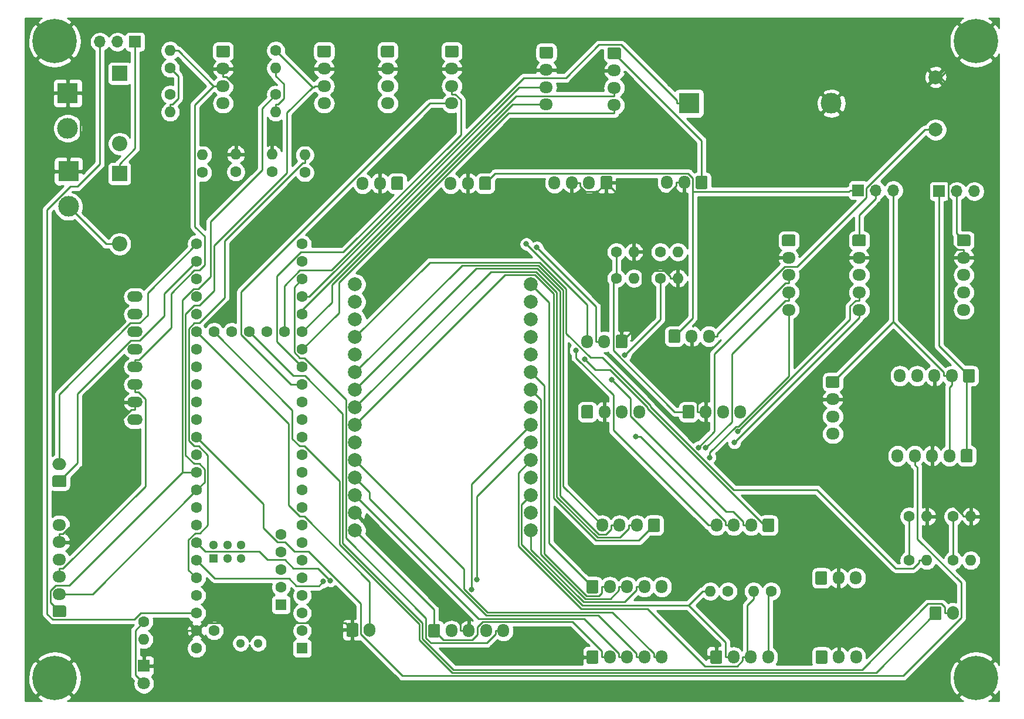
<source format=gbl>
G04 #@! TF.GenerationSoftware,KiCad,Pcbnew,(5.1.9)-1*
G04 #@! TF.CreationDate,2021-07-22T20:13:58+02:00*
G04 #@! TF.ProjectId,Ardumower,41726475-6d6f-4776-9572-2e6b69636164,rev?*
G04 #@! TF.SameCoordinates,Original*
G04 #@! TF.FileFunction,Copper,L2,Bot*
G04 #@! TF.FilePolarity,Positive*
%FSLAX46Y46*%
G04 Gerber Fmt 4.6, Leading zero omitted, Abs format (unit mm)*
G04 Created by KiCad (PCBNEW (5.1.9)-1) date 2021-07-22 20:13:58*
%MOMM*%
%LPD*%
G01*
G04 APERTURE LIST*
G04 #@! TA.AperFunction,ComponentPad*
%ADD10R,3.000000X3.000000*%
G04 #@! TD*
G04 #@! TA.AperFunction,ComponentPad*
%ADD11C,3.000000*%
G04 #@! TD*
G04 #@! TA.AperFunction,ComponentPad*
%ADD12O,1.700000X2.000000*%
G04 #@! TD*
G04 #@! TA.AperFunction,ComponentPad*
%ADD13O,1.600000X1.600000*%
G04 #@! TD*
G04 #@! TA.AperFunction,ComponentPad*
%ADD14C,1.600000*%
G04 #@! TD*
G04 #@! TA.AperFunction,ComponentPad*
%ADD15O,1.700000X1.950000*%
G04 #@! TD*
G04 #@! TA.AperFunction,ComponentPad*
%ADD16C,2.000000*%
G04 #@! TD*
G04 #@! TA.AperFunction,ComponentPad*
%ADD17O,1.950000X1.700000*%
G04 #@! TD*
G04 #@! TA.AperFunction,ComponentPad*
%ADD18O,2.000000X1.700000*%
G04 #@! TD*
G04 #@! TA.AperFunction,ComponentPad*
%ADD19O,2.268000X1.524000*%
G04 #@! TD*
G04 #@! TA.AperFunction,ConnectorPad*
%ADD20C,6.400000*%
G04 #@! TD*
G04 #@! TA.AperFunction,ComponentPad*
%ADD21C,3.600000*%
G04 #@! TD*
G04 #@! TA.AperFunction,ComponentPad*
%ADD22O,1.700000X1.700000*%
G04 #@! TD*
G04 #@! TA.AperFunction,ComponentPad*
%ADD23R,1.700000X1.700000*%
G04 #@! TD*
G04 #@! TA.AperFunction,ComponentPad*
%ADD24R,1.600000X1.600000*%
G04 #@! TD*
G04 #@! TA.AperFunction,ComponentPad*
%ADD25R,1.300000X1.300000*%
G04 #@! TD*
G04 #@! TA.AperFunction,ComponentPad*
%ADD26C,1.300000*%
G04 #@! TD*
G04 #@! TA.AperFunction,ComponentPad*
%ADD27O,2.200000X2.200000*%
G04 #@! TD*
G04 #@! TA.AperFunction,ComponentPad*
%ADD28R,2.200000X2.200000*%
G04 #@! TD*
G04 #@! TA.AperFunction,ComponentPad*
%ADD29C,1.800000*%
G04 #@! TD*
G04 #@! TA.AperFunction,ComponentPad*
%ADD30R,1.800000X1.800000*%
G04 #@! TD*
G04 #@! TA.AperFunction,ViaPad*
%ADD31C,0.800000*%
G04 #@! TD*
G04 #@! TA.AperFunction,Conductor*
%ADD32C,0.250000*%
G04 #@! TD*
G04 #@! TA.AperFunction,Conductor*
%ADD33C,0.254000*%
G04 #@! TD*
G04 #@! TA.AperFunction,Conductor*
%ADD34C,0.100000*%
G04 #@! TD*
G04 APERTURE END LIST*
D10*
X134620000Y-46990000D03*
D11*
X155110000Y-46990000D03*
D12*
X172680000Y-120650000D03*
G04 #@! TA.AperFunction,ComponentPad*
G36*
G01*
X169330000Y-121400000D02*
X169330000Y-119900000D01*
G75*
G02*
X169580000Y-119650000I250000J0D01*
G01*
X170780000Y-119650000D01*
G75*
G02*
X171030000Y-119900000I0J-250000D01*
G01*
X171030000Y-121400000D01*
G75*
G02*
X170780000Y-121650000I-250000J0D01*
G01*
X169580000Y-121650000D01*
G75*
G02*
X169330000Y-121400000I0J250000D01*
G01*
G37*
G04 #@! TD.AperFunction*
D13*
X175260000Y-113030000D03*
D14*
X172720000Y-113030000D03*
D13*
X168910000Y-113030000D03*
D14*
X166370000Y-113030000D03*
D13*
X175260000Y-106680000D03*
D14*
X172720000Y-106680000D03*
D13*
X168910000Y-106680000D03*
D14*
X166370000Y-106680000D03*
D15*
X138550000Y-107950000D03*
X141050000Y-107950000D03*
X143550000Y-107950000D03*
G04 #@! TA.AperFunction,ComponentPad*
G36*
G01*
X146900000Y-107225000D02*
X146900000Y-108675000D01*
G75*
G02*
X146650000Y-108925000I-250000J0D01*
G01*
X145450000Y-108925000D01*
G75*
G02*
X145200000Y-108675000I0J250000D01*
G01*
X145200000Y-107225000D01*
G75*
G02*
X145450000Y-106975000I250000J0D01*
G01*
X146650000Y-106975000D01*
G75*
G02*
X146900000Y-107225000I0J-250000D01*
G01*
G37*
G04 #@! TD.AperFunction*
X158710000Y-127000000D03*
X156210000Y-127000000D03*
G04 #@! TA.AperFunction,ComponentPad*
G36*
G01*
X152860000Y-127725000D02*
X152860000Y-126275000D01*
G75*
G02*
X153110000Y-126025000I250000J0D01*
G01*
X154310000Y-126025000D01*
G75*
G02*
X154560000Y-126275000I0J-250000D01*
G01*
X154560000Y-127725000D01*
G75*
G02*
X154310000Y-127975000I-250000J0D01*
G01*
X153110000Y-127975000D01*
G75*
G02*
X152860000Y-127725000I0J250000D01*
G01*
G37*
G04 #@! TD.AperFunction*
X122040000Y-107950000D03*
X124540000Y-107950000D03*
X127040000Y-107950000D03*
G04 #@! TA.AperFunction,ComponentPad*
G36*
G01*
X130390000Y-107225000D02*
X130390000Y-108675000D01*
G75*
G02*
X130140000Y-108925000I-250000J0D01*
G01*
X128940000Y-108925000D01*
G75*
G02*
X128690000Y-108675000I0J250000D01*
G01*
X128690000Y-107225000D01*
G75*
G02*
X128940000Y-106975000I250000J0D01*
G01*
X130140000Y-106975000D01*
G75*
G02*
X130390000Y-107225000I0J-250000D01*
G01*
G37*
G04 #@! TD.AperFunction*
X158670000Y-115570000D03*
X156170000Y-115570000D03*
G04 #@! TA.AperFunction,ComponentPad*
G36*
G01*
X152820000Y-116295000D02*
X152820000Y-114845000D01*
G75*
G02*
X153070000Y-114595000I250000J0D01*
G01*
X154270000Y-114595000D01*
G75*
G02*
X154520000Y-114845000I0J-250000D01*
G01*
X154520000Y-116295000D01*
G75*
G02*
X154270000Y-116545000I-250000J0D01*
G01*
X153070000Y-116545000D01*
G75*
G02*
X152820000Y-116295000I0J250000D01*
G01*
G37*
G04 #@! TD.AperFunction*
D16*
X86360000Y-108712000D03*
X111760000Y-108712000D03*
X86360000Y-106172000D03*
X111760000Y-106172000D03*
X86360000Y-103632000D03*
X111760000Y-103632000D03*
X86360000Y-101092000D03*
X111760000Y-101092000D03*
X86360000Y-98552000D03*
X111760000Y-98552000D03*
X86360000Y-96012000D03*
X111760000Y-96012000D03*
X86360000Y-93472000D03*
X111760000Y-93472000D03*
X86360000Y-90932000D03*
X111760000Y-90932000D03*
X86360000Y-88392000D03*
X111760000Y-88392000D03*
X86360000Y-85852000D03*
X111760000Y-85852000D03*
X86360000Y-83312000D03*
X111760000Y-83312000D03*
X86360000Y-80772000D03*
X111760000Y-80772000D03*
X86360000Y-78232000D03*
X111760000Y-78232000D03*
X86360000Y-75692000D03*
X111760000Y-75692000D03*
X86360000Y-73152000D03*
X111760000Y-73152000D03*
D13*
X143891000Y-117475000D03*
D14*
X146431000Y-117475000D03*
D13*
X137668000Y-117475000D03*
D14*
X140208000Y-117475000D03*
D15*
X146010000Y-127000000D03*
X143510000Y-127000000D03*
X141010000Y-127000000D03*
G04 #@! TA.AperFunction,ComponentPad*
G36*
G01*
X137660000Y-127725000D02*
X137660000Y-126275000D01*
G75*
G02*
X137910000Y-126025000I250000J0D01*
G01*
X139110000Y-126025000D01*
G75*
G02*
X139360000Y-126275000I0J-250000D01*
G01*
X139360000Y-127725000D01*
G75*
G02*
X139110000Y-127975000I-250000J0D01*
G01*
X137910000Y-127975000D01*
G75*
G02*
X137660000Y-127725000I0J250000D01*
G01*
G37*
G04 #@! TD.AperFunction*
X130650000Y-116840000D03*
X128150000Y-116840000D03*
X125650000Y-116840000D03*
X123150000Y-116840000D03*
G04 #@! TA.AperFunction,ComponentPad*
G36*
G01*
X119800000Y-117565000D02*
X119800000Y-116115000D01*
G75*
G02*
X120050000Y-115865000I250000J0D01*
G01*
X121250000Y-115865000D01*
G75*
G02*
X121500000Y-116115000I0J-250000D01*
G01*
X121500000Y-117565000D01*
G75*
G02*
X121250000Y-117815000I-250000J0D01*
G01*
X120050000Y-117815000D01*
G75*
G02*
X119800000Y-117565000I0J250000D01*
G01*
G37*
G04 #@! TD.AperFunction*
X130650000Y-127000000D03*
X128150000Y-127000000D03*
X125650000Y-127000000D03*
X123150000Y-127000000D03*
G04 #@! TA.AperFunction,ComponentPad*
G36*
G01*
X119800000Y-127725000D02*
X119800000Y-126275000D01*
G75*
G02*
X120050000Y-126025000I250000J0D01*
G01*
X121250000Y-126025000D01*
G75*
G02*
X121500000Y-126275000I0J-250000D01*
G01*
X121500000Y-127725000D01*
G75*
G02*
X121250000Y-127975000I-250000J0D01*
G01*
X120050000Y-127975000D01*
G75*
G02*
X119800000Y-127725000I0J250000D01*
G01*
G37*
G04 #@! TD.AperFunction*
D17*
X155321000Y-94749000D03*
X155321000Y-92249000D03*
X155321000Y-89749000D03*
G04 #@! TA.AperFunction,ComponentPad*
G36*
G01*
X154596000Y-86399000D02*
X156046000Y-86399000D01*
G75*
G02*
X156296000Y-86649000I0J-250000D01*
G01*
X156296000Y-87849000D01*
G75*
G02*
X156046000Y-88099000I-250000J0D01*
G01*
X154596000Y-88099000D01*
G75*
G02*
X154346000Y-87849000I0J250000D01*
G01*
X154346000Y-86649000D01*
G75*
G02*
X154596000Y-86399000I250000J0D01*
G01*
G37*
G04 #@! TD.AperFunction*
D15*
X119841000Y-81407000D03*
X122341000Y-81407000D03*
G04 #@! TA.AperFunction,ComponentPad*
G36*
G01*
X125691000Y-80682000D02*
X125691000Y-82132000D01*
G75*
G02*
X125441000Y-82382000I-250000J0D01*
G01*
X124241000Y-82382000D01*
G75*
G02*
X123991000Y-82132000I0J250000D01*
G01*
X123991000Y-80682000D01*
G75*
G02*
X124241000Y-80432000I250000J0D01*
G01*
X125441000Y-80432000D01*
G75*
G02*
X125691000Y-80682000I0J-250000D01*
G01*
G37*
G04 #@! TD.AperFunction*
X165006000Y-86360000D03*
X167506000Y-86360000D03*
X170006000Y-86360000D03*
X172506000Y-86360000D03*
G04 #@! TA.AperFunction,ComponentPad*
G36*
G01*
X175856000Y-85635000D02*
X175856000Y-87085000D01*
G75*
G02*
X175606000Y-87335000I-250000J0D01*
G01*
X174406000Y-87335000D01*
G75*
G02*
X174156000Y-87085000I0J250000D01*
G01*
X174156000Y-85635000D01*
G75*
G02*
X174406000Y-85385000I250000J0D01*
G01*
X175606000Y-85385000D01*
G75*
G02*
X175856000Y-85635000I0J-250000D01*
G01*
G37*
G04 #@! TD.AperFunction*
X107790000Y-123190000D03*
X105290000Y-123190000D03*
X102790000Y-123190000D03*
X100290000Y-123190000D03*
G04 #@! TA.AperFunction,ComponentPad*
G36*
G01*
X96940000Y-123915000D02*
X96940000Y-122465000D01*
G75*
G02*
X97190000Y-122215000I250000J0D01*
G01*
X98390000Y-122215000D01*
G75*
G02*
X98640000Y-122465000I0J-250000D01*
G01*
X98640000Y-123915000D01*
G75*
G02*
X98390000Y-124165000I-250000J0D01*
G01*
X97190000Y-124165000D01*
G75*
G02*
X96940000Y-123915000I0J250000D01*
G01*
G37*
G04 #@! TD.AperFunction*
D18*
X43688000Y-99100000D03*
G04 #@! TA.AperFunction,ComponentPad*
G36*
G01*
X44438000Y-102450000D02*
X42938000Y-102450000D01*
G75*
G02*
X42688000Y-102200000I0J250000D01*
G01*
X42688000Y-101000000D01*
G75*
G02*
X42938000Y-100750000I250000J0D01*
G01*
X44438000Y-100750000D01*
G75*
G02*
X44688000Y-101000000I0J-250000D01*
G01*
X44688000Y-102200000D01*
G75*
G02*
X44438000Y-102450000I-250000J0D01*
G01*
G37*
G04 #@! TD.AperFunction*
D17*
X43688000Y-107896000D03*
X43688000Y-110396000D03*
X43688000Y-112896000D03*
X43688000Y-115396000D03*
X43688000Y-117896000D03*
G04 #@! TA.AperFunction,ComponentPad*
G36*
G01*
X44413000Y-121246000D02*
X42963000Y-121246000D01*
G75*
G02*
X42713000Y-120996000I0J250000D01*
G01*
X42713000Y-119796000D01*
G75*
G02*
X42963000Y-119546000I250000J0D01*
G01*
X44413000Y-119546000D01*
G75*
G02*
X44663000Y-119796000I0J-250000D01*
G01*
X44663000Y-120996000D01*
G75*
G02*
X44413000Y-121246000I-250000J0D01*
G01*
G37*
G04 #@! TD.AperFunction*
X67310000Y-46990000D03*
X67310000Y-44490000D03*
X67310000Y-41990000D03*
G04 #@! TA.AperFunction,ComponentPad*
G36*
G01*
X66585000Y-38640000D02*
X68035000Y-38640000D01*
G75*
G02*
X68285000Y-38890000I0J-250000D01*
G01*
X68285000Y-40090000D01*
G75*
G02*
X68035000Y-40340000I-250000J0D01*
G01*
X66585000Y-40340000D01*
G75*
G02*
X66335000Y-40090000I0J250000D01*
G01*
X66335000Y-38890000D01*
G75*
G02*
X66585000Y-38640000I250000J0D01*
G01*
G37*
G04 #@! TD.AperFunction*
D19*
X54610000Y-92710000D03*
X54610000Y-90170000D03*
X54610000Y-87630000D03*
X54610000Y-85090000D03*
X54610000Y-82550000D03*
X54610000Y-80010000D03*
X54610000Y-77470000D03*
X54610000Y-74930000D03*
D13*
X59690000Y-39370000D03*
D14*
X59690000Y-41910000D03*
D13*
X59690000Y-48260000D03*
D14*
X59690000Y-45720000D03*
D20*
X43000000Y-130000000D03*
D21*
X43000000Y-130000000D03*
D20*
X176000000Y-130000000D03*
D21*
X176000000Y-130000000D03*
D20*
X176000000Y-38000000D03*
D21*
X176000000Y-38000000D03*
D20*
X43000000Y-38000000D03*
D21*
X43000000Y-38000000D03*
D13*
X132969000Y-72263000D03*
D14*
X130429000Y-72263000D03*
D13*
X126619000Y-68453000D03*
D14*
X124079000Y-68453000D03*
D13*
X132969000Y-68453000D03*
D14*
X130429000Y-68453000D03*
D13*
X126619000Y-72263000D03*
D14*
X124079000Y-72263000D03*
D22*
X175768000Y-59690000D03*
X173228000Y-59690000D03*
D23*
X170688000Y-59690000D03*
D22*
X164084000Y-59563000D03*
X161544000Y-59563000D03*
D23*
X159004000Y-59563000D03*
D17*
X174244000Y-76802000D03*
X174244000Y-74302000D03*
X174244000Y-71802000D03*
X174244000Y-69302000D03*
G04 #@! TA.AperFunction,ComponentPad*
G36*
G01*
X173519000Y-65952000D02*
X174969000Y-65952000D01*
G75*
G02*
X175219000Y-66202000I0J-250000D01*
G01*
X175219000Y-67402000D01*
G75*
G02*
X174969000Y-67652000I-250000J0D01*
G01*
X173519000Y-67652000D01*
G75*
G02*
X173269000Y-67402000I0J250000D01*
G01*
X173269000Y-66202000D01*
G75*
G02*
X173519000Y-65952000I250000J0D01*
G01*
G37*
G04 #@! TD.AperFunction*
X159131000Y-76802000D03*
X159131000Y-74302000D03*
X159131000Y-71802000D03*
X159131000Y-69302000D03*
G04 #@! TA.AperFunction,ComponentPad*
G36*
G01*
X158406000Y-65952000D02*
X159856000Y-65952000D01*
G75*
G02*
X160106000Y-66202000I0J-250000D01*
G01*
X160106000Y-67402000D01*
G75*
G02*
X159856000Y-67652000I-250000J0D01*
G01*
X158406000Y-67652000D01*
G75*
G02*
X158156000Y-67402000I0J250000D01*
G01*
X158156000Y-66202000D01*
G75*
G02*
X158406000Y-65952000I250000J0D01*
G01*
G37*
G04 #@! TD.AperFunction*
X148971000Y-76802000D03*
X148971000Y-74302000D03*
X148971000Y-71802000D03*
X148971000Y-69302000D03*
G04 #@! TA.AperFunction,ComponentPad*
G36*
G01*
X148246000Y-65952000D02*
X149696000Y-65952000D01*
G75*
G02*
X149946000Y-66202000I0J-250000D01*
G01*
X149946000Y-67402000D01*
G75*
G02*
X149696000Y-67652000I-250000J0D01*
G01*
X148246000Y-67652000D01*
G75*
G02*
X147996000Y-67402000I0J250000D01*
G01*
X147996000Y-66202000D01*
G75*
G02*
X148246000Y-65952000I250000J0D01*
G01*
G37*
G04 #@! TD.AperFunction*
D15*
X127381000Y-91567000D03*
X124881000Y-91567000D03*
X122381000Y-91567000D03*
G04 #@! TA.AperFunction,ComponentPad*
G36*
G01*
X119031000Y-92292000D02*
X119031000Y-90842000D01*
G75*
G02*
X119281000Y-90592000I250000J0D01*
G01*
X120481000Y-90592000D01*
G75*
G02*
X120731000Y-90842000I0J-250000D01*
G01*
X120731000Y-92292000D01*
G75*
G02*
X120481000Y-92542000I-250000J0D01*
G01*
X119281000Y-92542000D01*
G75*
G02*
X119031000Y-92292000I0J250000D01*
G01*
G37*
G04 #@! TD.AperFunction*
X141993000Y-91567000D03*
X139493000Y-91567000D03*
X136993000Y-91567000D03*
G04 #@! TA.AperFunction,ComponentPad*
G36*
G01*
X133643000Y-92292000D02*
X133643000Y-90842000D01*
G75*
G02*
X133893000Y-90592000I250000J0D01*
G01*
X135093000Y-90592000D01*
G75*
G02*
X135343000Y-90842000I0J-250000D01*
G01*
X135343000Y-92292000D01*
G75*
G02*
X135093000Y-92542000I-250000J0D01*
G01*
X133893000Y-92542000D01*
G75*
G02*
X133643000Y-92292000I0J250000D01*
G01*
G37*
G04 #@! TD.AperFunction*
D22*
X49530000Y-38100000D03*
X52070000Y-38100000D03*
D23*
X54610000Y-38100000D03*
D14*
X66040000Y-123190000D03*
X75689200Y-109270800D03*
X75689200Y-111810800D03*
X75689200Y-114350800D03*
X75689200Y-116890800D03*
D24*
X75689200Y-119430800D03*
D14*
X63500000Y-125730000D03*
X63500000Y-123190000D03*
X63500000Y-120650000D03*
X63500000Y-118110000D03*
X63500000Y-115570000D03*
X63500000Y-113030000D03*
X63500000Y-110490000D03*
X63500000Y-107950000D03*
X63500000Y-105410000D03*
X63500000Y-102870000D03*
X63500000Y-100330000D03*
X63500000Y-97790000D03*
X63500000Y-95250000D03*
X63500000Y-92710000D03*
D24*
X78740000Y-125730000D03*
D14*
X78740000Y-123190000D03*
X78740000Y-120650000D03*
X78740000Y-118110000D03*
X78740000Y-115570000D03*
X78740000Y-113030000D03*
X78740000Y-110490000D03*
X78740000Y-107950000D03*
X78740000Y-105410000D03*
X78740000Y-102870000D03*
X78740000Y-100330000D03*
X78740000Y-97790000D03*
X78740000Y-95250000D03*
X63500000Y-90170000D03*
X63500000Y-87630000D03*
X63500000Y-85090000D03*
X63500000Y-82550000D03*
X63500000Y-80010000D03*
X63500000Y-77470000D03*
X63500000Y-74930000D03*
X63500000Y-72390000D03*
X63500000Y-69850000D03*
X63500000Y-67310000D03*
X78740000Y-67310000D03*
X78740000Y-69850000D03*
X78740000Y-72390000D03*
X78740000Y-74930000D03*
X78740000Y-92710000D03*
X78740000Y-90170000D03*
X78740000Y-87630000D03*
X78740000Y-77470000D03*
X78740000Y-80010000D03*
X78740000Y-82550000D03*
X78740000Y-85090000D03*
D25*
X65938400Y-112760000D03*
D26*
X65938400Y-110760000D03*
X67938400Y-112760000D03*
X67938400Y-110760000D03*
X69938400Y-110760000D03*
X69938400Y-112760000D03*
D14*
X76200000Y-80010000D03*
X73660000Y-80010000D03*
X71120000Y-80010000D03*
X68580000Y-80010000D03*
X66040000Y-80010000D03*
D26*
X72390000Y-125000000D03*
X69850000Y-125000000D03*
D15*
X164677000Y-97907600D03*
X167177000Y-97907600D03*
X169677000Y-97907600D03*
X172177000Y-97907600D03*
G04 #@! TA.AperFunction,ComponentPad*
G36*
G01*
X175527000Y-97182600D02*
X175527000Y-98632600D01*
G75*
G02*
X175277000Y-98882600I-250000J0D01*
G01*
X174077000Y-98882600D01*
G75*
G02*
X173827000Y-98632600I0J250000D01*
G01*
X173827000Y-97182600D01*
G75*
G02*
X174077000Y-96932600I250000J0D01*
G01*
X175277000Y-96932600D01*
G75*
G02*
X175527000Y-97182600I0J-250000D01*
G01*
G37*
G04 #@! TD.AperFunction*
D17*
X91070000Y-46990000D03*
X91070000Y-44490000D03*
X91070000Y-41990000D03*
G04 #@! TA.AperFunction,ComponentPad*
G36*
G01*
X90345000Y-38640000D02*
X91795000Y-38640000D01*
G75*
G02*
X92045000Y-38890000I0J-250000D01*
G01*
X92045000Y-40090000D01*
G75*
G02*
X91795000Y-40340000I-250000J0D01*
G01*
X90345000Y-40340000D01*
G75*
G02*
X90095000Y-40090000I0J250000D01*
G01*
X90095000Y-38890000D01*
G75*
G02*
X90345000Y-38640000I250000J0D01*
G01*
G37*
G04 #@! TD.AperFunction*
D15*
X100156000Y-58547000D03*
X102656000Y-58547000D03*
G04 #@! TA.AperFunction,ComponentPad*
G36*
G01*
X106006000Y-57822000D02*
X106006000Y-59272000D01*
G75*
G02*
X105756000Y-59522000I-250000J0D01*
G01*
X104556000Y-59522000D01*
G75*
G02*
X104306000Y-59272000I0J250000D01*
G01*
X104306000Y-57822000D01*
G75*
G02*
X104556000Y-57572000I250000J0D01*
G01*
X105756000Y-57572000D01*
G75*
G02*
X106006000Y-57822000I0J-250000D01*
G01*
G37*
G04 #@! TD.AperFunction*
D12*
X88479000Y-123063000D03*
G04 #@! TA.AperFunction,ComponentPad*
G36*
G01*
X85129000Y-123813000D02*
X85129000Y-122313000D01*
G75*
G02*
X85379000Y-122063000I250000J0D01*
G01*
X86579000Y-122063000D01*
G75*
G02*
X86829000Y-122313000I0J-250000D01*
G01*
X86829000Y-123813000D01*
G75*
G02*
X86579000Y-124063000I-250000J0D01*
G01*
X85379000Y-124063000D01*
G75*
G02*
X85129000Y-123813000I0J250000D01*
G01*
G37*
G04 #@! TD.AperFunction*
D15*
X137461000Y-80645000D03*
X134961000Y-80645000D03*
G04 #@! TA.AperFunction,ComponentPad*
G36*
G01*
X131611000Y-81370000D02*
X131611000Y-79920000D01*
G75*
G02*
X131861000Y-79670000I250000J0D01*
G01*
X133061000Y-79670000D01*
G75*
G02*
X133311000Y-79920000I0J-250000D01*
G01*
X133311000Y-81370000D01*
G75*
G02*
X133061000Y-81620000I-250000J0D01*
G01*
X131861000Y-81620000D01*
G75*
G02*
X131611000Y-81370000I0J250000D01*
G01*
G37*
G04 #@! TD.AperFunction*
X87456000Y-58547000D03*
X89956000Y-58547000D03*
G04 #@! TA.AperFunction,ComponentPad*
G36*
G01*
X93306000Y-57822000D02*
X93306000Y-59272000D01*
G75*
G02*
X93056000Y-59522000I-250000J0D01*
G01*
X91856000Y-59522000D01*
G75*
G02*
X91606000Y-59272000I0J250000D01*
G01*
X91606000Y-57822000D01*
G75*
G02*
X91856000Y-57572000I250000J0D01*
G01*
X93056000Y-57572000D01*
G75*
G02*
X93306000Y-57822000I0J-250000D01*
G01*
G37*
G04 #@! TD.AperFunction*
D17*
X123786000Y-47249000D03*
X123786000Y-44749000D03*
X123786000Y-42249000D03*
G04 #@! TA.AperFunction,ComponentPad*
G36*
G01*
X123061000Y-38899000D02*
X124511000Y-38899000D01*
G75*
G02*
X124761000Y-39149000I0J-250000D01*
G01*
X124761000Y-40349000D01*
G75*
G02*
X124511000Y-40599000I-250000J0D01*
G01*
X123061000Y-40599000D01*
G75*
G02*
X122811000Y-40349000I0J250000D01*
G01*
X122811000Y-39149000D01*
G75*
G02*
X123061000Y-38899000I250000J0D01*
G01*
G37*
G04 #@! TD.AperFunction*
X113976000Y-47159000D03*
X113976000Y-44659000D03*
X113976000Y-42159000D03*
G04 #@! TA.AperFunction,ComponentPad*
G36*
G01*
X113251000Y-38809000D02*
X114701000Y-38809000D01*
G75*
G02*
X114951000Y-39059000I0J-250000D01*
G01*
X114951000Y-40259000D01*
G75*
G02*
X114701000Y-40509000I-250000J0D01*
G01*
X113251000Y-40509000D01*
G75*
G02*
X113001000Y-40259000I0J250000D01*
G01*
X113001000Y-39059000D01*
G75*
G02*
X113251000Y-38809000I250000J0D01*
G01*
G37*
G04 #@! TD.AperFunction*
D15*
X131398000Y-58420000D03*
X133898000Y-58420000D03*
G04 #@! TA.AperFunction,ComponentPad*
G36*
G01*
X137248000Y-57695000D02*
X137248000Y-59145000D01*
G75*
G02*
X136998000Y-59395000I-250000J0D01*
G01*
X135798000Y-59395000D01*
G75*
G02*
X135548000Y-59145000I0J250000D01*
G01*
X135548000Y-57695000D01*
G75*
G02*
X135798000Y-57445000I250000J0D01*
G01*
X136998000Y-57445000D01*
G75*
G02*
X137248000Y-57695000I0J-250000D01*
G01*
G37*
G04 #@! TD.AperFunction*
X115146000Y-58450000D03*
X117646000Y-58450000D03*
X120146000Y-58450000D03*
G04 #@! TA.AperFunction,ComponentPad*
G36*
G01*
X123496000Y-57725000D02*
X123496000Y-59175000D01*
G75*
G02*
X123246000Y-59425000I-250000J0D01*
G01*
X122046000Y-59425000D01*
G75*
G02*
X121796000Y-59175000I0J250000D01*
G01*
X121796000Y-57725000D01*
G75*
G02*
X122046000Y-57475000I250000J0D01*
G01*
X123246000Y-57475000D01*
G75*
G02*
X123496000Y-57725000I0J-250000D01*
G01*
G37*
G04 #@! TD.AperFunction*
D17*
X81890000Y-46990000D03*
X81890000Y-44490000D03*
X81890000Y-41990000D03*
G04 #@! TA.AperFunction,ComponentPad*
G36*
G01*
X81165000Y-38640000D02*
X82615000Y-38640000D01*
G75*
G02*
X82865000Y-38890000I0J-250000D01*
G01*
X82865000Y-40090000D01*
G75*
G02*
X82615000Y-40340000I-250000J0D01*
G01*
X81165000Y-40340000D01*
G75*
G02*
X80915000Y-40090000I0J250000D01*
G01*
X80915000Y-38890000D01*
G75*
G02*
X81165000Y-38640000I250000J0D01*
G01*
G37*
G04 #@! TD.AperFunction*
X100330000Y-46990000D03*
X100330000Y-44490000D03*
X100330000Y-41990000D03*
G04 #@! TA.AperFunction,ComponentPad*
G36*
G01*
X99605000Y-38640000D02*
X101055000Y-38640000D01*
G75*
G02*
X101305000Y-38890000I0J-250000D01*
G01*
X101305000Y-40090000D01*
G75*
G02*
X101055000Y-40340000I-250000J0D01*
G01*
X99605000Y-40340000D01*
G75*
G02*
X99355000Y-40090000I0J250000D01*
G01*
X99355000Y-38890000D01*
G75*
G02*
X99605000Y-38640000I250000J0D01*
G01*
G37*
G04 #@! TD.AperFunction*
D13*
X74930000Y-41910000D03*
D14*
X74930000Y-39370000D03*
D13*
X74930000Y-48260000D03*
D14*
X74930000Y-45720000D03*
D11*
X44990000Y-61880000D03*
D10*
X44990000Y-56800000D03*
D11*
X44890000Y-50590000D03*
D10*
X44890000Y-45510000D03*
D27*
X52370000Y-67310000D03*
D28*
X52370000Y-57150000D03*
D27*
X52370000Y-52832000D03*
D28*
X52370000Y-42672000D03*
D29*
X55880000Y-130810000D03*
D30*
X55880000Y-128270000D03*
D13*
X55880000Y-124460000D03*
D14*
X55880000Y-121920000D03*
D13*
X69151000Y-54358000D03*
D14*
X69151000Y-56898000D03*
D13*
X64361000Y-54448000D03*
D14*
X64361000Y-56988000D03*
D13*
X74391000Y-54358000D03*
D14*
X74391000Y-56898000D03*
D13*
X79101000Y-54448000D03*
D14*
X79101000Y-56988000D03*
D16*
X170180000Y-43200360D03*
X170180000Y-50800040D03*
D31*
X135933800Y-96711800D03*
X136966600Y-96750400D03*
X141656100Y-94384500D03*
X141121900Y-95986400D03*
X137544700Y-98140000D03*
X125314200Y-83341400D03*
X103221900Y-117262600D03*
X103978700Y-115811600D03*
X81796200Y-116069600D03*
X82796500Y-115939000D03*
X112616700Y-67811400D03*
X111083800Y-67310000D03*
X118233500Y-82667900D03*
X126900800Y-95154700D03*
X123382800Y-86915900D03*
X119506300Y-83994100D03*
D32*
X61444500Y-100330000D02*
X45128500Y-116646000D01*
X45128500Y-116646000D02*
X43149500Y-116646000D01*
X43149500Y-116646000D02*
X42380700Y-117414800D01*
X42380700Y-117414800D02*
X42380700Y-119088700D01*
X42380700Y-119088700D02*
X43688000Y-120396000D01*
X63500000Y-100330000D02*
X61444500Y-100330000D01*
X61444500Y-100330000D02*
X61444500Y-75366200D01*
X61444500Y-75366200D02*
X63019300Y-73791400D01*
X63019300Y-73791400D02*
X63768700Y-73791400D01*
X63768700Y-73791400D02*
X65526100Y-72034000D01*
X65526100Y-72034000D02*
X65526100Y-64064100D01*
X65526100Y-64064100D02*
X72941500Y-56648700D01*
X72941500Y-56648700D02*
X72941500Y-47708500D01*
X72941500Y-47708500D02*
X74930000Y-45720000D01*
X63500000Y-102870000D02*
X48474000Y-117896000D01*
X48474000Y-117896000D02*
X43688000Y-117896000D01*
X80202600Y-44642600D02*
X76505700Y-48339500D01*
X76505700Y-48339500D02*
X76505700Y-57037900D01*
X76505700Y-57037900D02*
X65976500Y-67567100D01*
X65976500Y-67567100D02*
X65976500Y-74085000D01*
X65976500Y-74085000D02*
X63861500Y-76200000D01*
X63861500Y-76200000D02*
X63127600Y-76200000D01*
X63127600Y-76200000D02*
X61894900Y-77432700D01*
X61894900Y-77432700D02*
X61894900Y-97835200D01*
X61894900Y-97835200D02*
X63119700Y-99060000D01*
X63119700Y-99060000D02*
X63865000Y-99060000D01*
X63865000Y-99060000D02*
X64655000Y-99850000D01*
X64655000Y-99850000D02*
X64655000Y-101715000D01*
X64655000Y-101715000D02*
X63500000Y-102870000D01*
X80202600Y-44642600D02*
X74930000Y-39370000D01*
X80202600Y-44642600D02*
X80437100Y-44642600D01*
X80437100Y-44642600D02*
X80589700Y-44490000D01*
X81890000Y-44490000D02*
X80589700Y-44490000D01*
X134961000Y-80645000D02*
X134961000Y-81945300D01*
X136993000Y-91567000D02*
X135817700Y-91567000D01*
X134961000Y-81945300D02*
X135817700Y-82802000D01*
X135817700Y-82802000D02*
X135817700Y-91567000D01*
X127781900Y-71136700D02*
X127781900Y-78466100D01*
X127781900Y-78466100D02*
X124841000Y-81407000D01*
X126619000Y-69578300D02*
X127781900Y-70741200D01*
X127781900Y-70741200D02*
X127781900Y-71136700D01*
X131843700Y-72263000D02*
X131843700Y-71981700D01*
X131843700Y-71981700D02*
X130998700Y-71136700D01*
X130998700Y-71136700D02*
X127781900Y-71136700D01*
X174244000Y-69302000D02*
X174244000Y-68126700D01*
X170799600Y-43200400D02*
X176000000Y-38000000D01*
X170180000Y-43200400D02*
X170799600Y-43200400D01*
X174244000Y-68126700D02*
X173362500Y-68126700D01*
X173362500Y-68126700D02*
X172052000Y-66816200D01*
X172052000Y-66816200D02*
X172052000Y-44452800D01*
X172052000Y-44452800D02*
X170799600Y-43200400D01*
X117646000Y-58450000D02*
X118821300Y-58450000D01*
X118821300Y-58450000D02*
X118821300Y-58964200D01*
X118821300Y-58964200D02*
X119613200Y-59756100D01*
X119613200Y-59756100D02*
X121339900Y-59756100D01*
X121339900Y-59756100D02*
X122646000Y-58450000D01*
X126634200Y-62438200D02*
X122646000Y-58450000D01*
X132722700Y-58420000D02*
X132722700Y-58892200D01*
X132722700Y-58892200D02*
X129176700Y-62438200D01*
X129176700Y-62438200D02*
X126634200Y-62438200D01*
X126634200Y-62438200D02*
X126634200Y-67312500D01*
X126634200Y-67312500D02*
X126619000Y-67327700D01*
X67310000Y-41990000D02*
X67310000Y-43165300D01*
X67310000Y-43165300D02*
X67824200Y-43165300D01*
X67824200Y-43165300D02*
X69151000Y-44492100D01*
X69151000Y-44492100D02*
X69151000Y-54358000D01*
X102790000Y-123190000D02*
X101614700Y-123190000D01*
X101614700Y-123190000D02*
X101614700Y-121426700D01*
X101614700Y-121426700D02*
X86360000Y-106172000D01*
X169677000Y-104787700D02*
X168910000Y-105554700D01*
X169677000Y-97907600D02*
X169677000Y-104787700D01*
X169677000Y-104787700D02*
X172472500Y-104787700D01*
X172472500Y-104787700D02*
X174134700Y-106449900D01*
X174134700Y-106449900D02*
X174134700Y-106680000D01*
X175260000Y-106680000D02*
X174134700Y-106680000D01*
X168910000Y-106680000D02*
X168910000Y-105554700D01*
X169677000Y-89749000D02*
X169677000Y-97907600D01*
X44890000Y-45510000D02*
X44890000Y-47335300D01*
X44990000Y-56800000D02*
X44990000Y-54974700D01*
X44990000Y-54974700D02*
X46715300Y-53249400D01*
X46715300Y-53249400D02*
X46715300Y-49160600D01*
X46715300Y-49160600D02*
X44890000Y-47335300D01*
X132969000Y-72263000D02*
X131843700Y-72263000D01*
X43688000Y-110396000D02*
X43688000Y-109220700D01*
X54610000Y-90170000D02*
X54610000Y-91257300D01*
X54610000Y-91257300D02*
X54066400Y-91257300D01*
X54066400Y-91257300D02*
X52374200Y-92949500D01*
X52374200Y-92949500D02*
X52374200Y-101048700D01*
X52374200Y-101048700D02*
X44202200Y-109220700D01*
X44202200Y-109220700D02*
X43688000Y-109220700D01*
X126619000Y-68453000D02*
X126619000Y-69578300D01*
X170006000Y-87660300D02*
X169677000Y-87989300D01*
X169677000Y-87989300D02*
X169677000Y-89749000D01*
X155321000Y-89749000D02*
X169677000Y-89749000D01*
X63500000Y-123190000D02*
X64652000Y-122038000D01*
X64652000Y-122038000D02*
X84954000Y-122038000D01*
X84954000Y-122038000D02*
X85979000Y-123063000D01*
X126619000Y-68453000D02*
X126619000Y-67327700D01*
X133898000Y-58420000D02*
X132722700Y-58420000D01*
X170006000Y-86360000D02*
X170006000Y-87660300D01*
X57105300Y-128270000D02*
X62185300Y-123190000D01*
X62185300Y-123190000D02*
X63500000Y-123190000D01*
X55880000Y-128270000D02*
X57105300Y-128270000D01*
X148971000Y-72977300D02*
X148456800Y-72977300D01*
X148456800Y-72977300D02*
X138242900Y-83191200D01*
X138242900Y-83191200D02*
X138242900Y-94402700D01*
X138242900Y-94402700D02*
X135933800Y-96711800D01*
X148971000Y-71802000D02*
X148971000Y-72977300D01*
X148971000Y-74302000D02*
X148971000Y-75477300D01*
X148971000Y-75477300D02*
X148456800Y-75477300D01*
X148456800Y-75477300D02*
X140743000Y-83191100D01*
X140743000Y-83191100D02*
X140743000Y-92974000D01*
X140743000Y-92974000D02*
X136966600Y-96750400D01*
X159131000Y-74302000D02*
X159131000Y-75477300D01*
X141656100Y-94384500D02*
X157806400Y-78234200D01*
X157806400Y-78234200D02*
X157806400Y-76287700D01*
X157806400Y-76287700D02*
X158616800Y-75477300D01*
X158616800Y-75477300D02*
X159131000Y-75477300D01*
X170180000Y-50800000D02*
X168614100Y-50800000D01*
X168614100Y-50800000D02*
X160179400Y-59234700D01*
X160179400Y-59234700D02*
X160179400Y-60560600D01*
X160179400Y-60560600D02*
X150188000Y-70552000D01*
X150188000Y-70552000D02*
X148361600Y-70552000D01*
X148361600Y-70552000D02*
X138636300Y-80277300D01*
X138636300Y-80277300D02*
X138636300Y-80645000D01*
X137461000Y-80645000D02*
X138636300Y-80645000D01*
X63500000Y-80010000D02*
X76760100Y-93270100D01*
X76760100Y-93270100D02*
X76760100Y-105037800D01*
X76760100Y-105037800D02*
X78402300Y-106680000D01*
X78402300Y-106680000D02*
X79068500Y-106680000D01*
X79068500Y-106680000D02*
X88479000Y-116090500D01*
X88479000Y-116090500D02*
X88479000Y-123063000D01*
X63500000Y-115570000D02*
X62324700Y-114394700D01*
X62324700Y-114394700D02*
X62324700Y-110036300D01*
X62324700Y-110036300D02*
X63285600Y-109075400D01*
X63285600Y-109075400D02*
X63978000Y-109075400D01*
X63978000Y-109075400D02*
X65105400Y-107948000D01*
X65105400Y-107948000D02*
X65105400Y-97802300D01*
X65105400Y-97802300D02*
X63823100Y-96520000D01*
X63823100Y-96520000D02*
X63136100Y-96520000D01*
X63136100Y-96520000D02*
X62357700Y-95741600D01*
X62357700Y-95741600D02*
X62357700Y-79542500D01*
X62357700Y-79542500D02*
X63160200Y-78740000D01*
X63160200Y-78740000D02*
X63861700Y-78740000D01*
X63861700Y-78740000D02*
X67549800Y-75051900D01*
X67549800Y-75051900D02*
X67549800Y-66843200D01*
X67549800Y-66843200D02*
X78819700Y-55573300D01*
X78819700Y-55573300D02*
X79101000Y-55573300D01*
X79101000Y-54448000D02*
X79101000Y-55573300D01*
X43688000Y-99100000D02*
X43688000Y-89001500D01*
X43688000Y-89001500D02*
X53949500Y-78740000D01*
X53949500Y-78740000D02*
X55281100Y-78740000D01*
X55281100Y-78740000D02*
X56426500Y-77594600D01*
X56426500Y-77594600D02*
X56426500Y-74383500D01*
X56426500Y-74383500D02*
X63500000Y-67310000D01*
X54610000Y-87630000D02*
X54610000Y-88717300D01*
X43688000Y-115396000D02*
X43688000Y-114220700D01*
X43688000Y-114220700D02*
X44202200Y-114220700D01*
X44202200Y-114220700D02*
X56078700Y-102344200D01*
X56078700Y-102344200D02*
X56078700Y-89723100D01*
X56078700Y-89723100D02*
X55072900Y-88717300D01*
X55072900Y-88717300D02*
X54610000Y-88717300D01*
X65935300Y-44490000D02*
X63223600Y-47201700D01*
X63223600Y-47201700D02*
X63223600Y-64782900D01*
X63223600Y-64782900D02*
X64625300Y-66184600D01*
X64625300Y-66184600D02*
X64625300Y-70359600D01*
X64625300Y-70359600D02*
X63864900Y-71120000D01*
X63864900Y-71120000D02*
X63176800Y-71120000D01*
X63176800Y-71120000D02*
X59794800Y-74502000D01*
X59794800Y-74502000D02*
X59794800Y-79361500D01*
X59794800Y-79361500D02*
X55153600Y-84002700D01*
X55153600Y-84002700D02*
X54610000Y-84002700D01*
X65935300Y-44490000D02*
X60815300Y-39370000D01*
X67310000Y-44490000D02*
X65935300Y-44490000D01*
X54610000Y-85090000D02*
X54610000Y-84002700D01*
X59690000Y-39370000D02*
X60815300Y-39370000D01*
X86360000Y-108712000D02*
X97790000Y-120142000D01*
X97790000Y-120142000D02*
X97790000Y-123190000D01*
X97790000Y-123190000D02*
X99105900Y-124505900D01*
X99105900Y-124505900D02*
X103285300Y-124505900D01*
X103285300Y-124505900D02*
X104040000Y-123751200D01*
X104040000Y-123751200D02*
X104040000Y-122643300D01*
X104040000Y-122643300D02*
X104793700Y-121889600D01*
X104793700Y-121889600D02*
X117745800Y-121889600D01*
X117745800Y-121889600D02*
X121974700Y-126118500D01*
X121974700Y-126118500D02*
X121974700Y-127000000D01*
X170688000Y-59690000D02*
X170688000Y-82042000D01*
X170688000Y-82042000D02*
X175006000Y-86360000D01*
X135091000Y-59724700D02*
X135091000Y-57751700D01*
X135091000Y-57751700D02*
X134443600Y-57104300D01*
X134443600Y-57104300D02*
X106598700Y-57104300D01*
X106598700Y-57104300D02*
X105156000Y-58547000D01*
X159004000Y-59563000D02*
X157828700Y-59563000D01*
X135091000Y-59724700D02*
X135091000Y-78015000D01*
X135091000Y-78015000D02*
X132461000Y-80645000D01*
X157828700Y-59563000D02*
X157667000Y-59724700D01*
X157667000Y-59724700D02*
X135091000Y-59724700D01*
X123150000Y-127000000D02*
X121974700Y-127000000D01*
X174677000Y-97907600D02*
X174677000Y-86689000D01*
X174677000Y-86689000D02*
X175006000Y-86360000D01*
X123786000Y-39749000D02*
X136398000Y-52361000D01*
X136398000Y-52361000D02*
X136398000Y-58420000D01*
X164027500Y-78542500D02*
X171330700Y-85845800D01*
X171330700Y-85845800D02*
X171330700Y-86360000D01*
X164027500Y-78542500D02*
X155321000Y-87249000D01*
X164084000Y-59563000D02*
X164084000Y-78486000D01*
X164084000Y-78486000D02*
X164027500Y-78542500D01*
X172506000Y-86360000D02*
X171330700Y-86360000D01*
X172506000Y-86360000D02*
X172506000Y-87660300D01*
X172177000Y-97907600D02*
X172177000Y-87989300D01*
X172177000Y-87989300D02*
X172506000Y-87660300D01*
X59690000Y-48260000D02*
X59690000Y-47134700D01*
X59690000Y-41910000D02*
X60815300Y-43035300D01*
X60815300Y-43035300D02*
X60815300Y-46290800D01*
X60815300Y-46290800D02*
X59971400Y-47134700D01*
X59971400Y-47134700D02*
X59690000Y-47134700D01*
X74930000Y-41910000D02*
X74930000Y-43035300D01*
X74930000Y-48260000D02*
X74930000Y-47134700D01*
X74930000Y-47134700D02*
X75211300Y-47134700D01*
X75211300Y-47134700D02*
X76055300Y-46290700D01*
X76055300Y-46290700D02*
X76055300Y-44160600D01*
X76055300Y-44160600D02*
X74930000Y-43035300D01*
X55880000Y-130810000D02*
X54642200Y-129572200D01*
X54642200Y-129572200D02*
X54642200Y-123157800D01*
X54642200Y-123157800D02*
X55880000Y-121920000D01*
X52370000Y-67310000D02*
X50420000Y-67310000D01*
X50420000Y-67310000D02*
X44990000Y-61880000D01*
X167177000Y-99207900D02*
X167570600Y-99601500D01*
X167570600Y-99601500D02*
X167570600Y-109963900D01*
X167570600Y-109963900D02*
X173855400Y-116248700D01*
X173855400Y-116248700D02*
X173855400Y-121328600D01*
X173855400Y-121328600D02*
X165487600Y-129696400D01*
X165487600Y-129696400D02*
X93232200Y-129696400D01*
X93232200Y-129696400D02*
X87175000Y-123639200D01*
X87175000Y-123639200D02*
X87175000Y-119291700D01*
X87175000Y-119291700D02*
X79642300Y-111759000D01*
X79642300Y-111759000D02*
X77615800Y-111759000D01*
X77615800Y-111759000D02*
X76253000Y-110396200D01*
X76253000Y-110396200D02*
X75144400Y-110396200D01*
X75144400Y-110396200D02*
X73112200Y-108364000D01*
X73112200Y-108364000D02*
X73112200Y-104862200D01*
X73112200Y-104862200D02*
X63500000Y-95250000D01*
X167177000Y-97907600D02*
X167177000Y-99207900D01*
X159131000Y-77977300D02*
X141121900Y-95986400D01*
X159131000Y-76802000D02*
X159131000Y-77977300D01*
X63500000Y-69850000D02*
X58845900Y-74504100D01*
X58845900Y-74504100D02*
X58845900Y-77687700D01*
X58845900Y-77687700D02*
X55253600Y-81280000D01*
X55253600Y-81280000D02*
X53966500Y-81280000D01*
X53966500Y-81280000D02*
X46323600Y-88922900D01*
X46323600Y-88922900D02*
X46323600Y-98964400D01*
X46323600Y-98964400D02*
X43688000Y-101600000D01*
X78740000Y-87630000D02*
X77134300Y-87630000D01*
X77134300Y-87630000D02*
X69945900Y-80441600D01*
X69945900Y-80441600D02*
X69945900Y-74191000D01*
X69945900Y-74191000D02*
X97146900Y-46990000D01*
X97146900Y-46990000D02*
X100330000Y-46990000D01*
X100330000Y-45665300D02*
X100844200Y-45665300D01*
X100844200Y-45665300D02*
X101654600Y-46475700D01*
X101654600Y-46475700D02*
X101654600Y-51487100D01*
X101654600Y-51487100D02*
X84670700Y-68471000D01*
X84670700Y-68471000D02*
X78505800Y-68471000D01*
X78505800Y-68471000D02*
X75060600Y-71916200D01*
X75060600Y-71916200D02*
X75060600Y-81410600D01*
X75060600Y-81410600D02*
X78740000Y-85090000D01*
X100330000Y-44490000D02*
X100330000Y-45665300D01*
X148971000Y-77977300D02*
X148971000Y-86388400D01*
X148971000Y-86388400D02*
X141700200Y-93659200D01*
X141700200Y-93659200D02*
X141337200Y-93659200D01*
X141337200Y-93659200D02*
X137544700Y-97451700D01*
X137544700Y-97451700D02*
X137544700Y-98140000D01*
X148971000Y-76802000D02*
X148971000Y-77977300D01*
X54610000Y-38100000D02*
X54610000Y-39275300D01*
X52370000Y-57150000D02*
X52370000Y-55724700D01*
X52370000Y-55724700D02*
X54610000Y-53484700D01*
X54610000Y-53484700D02*
X54610000Y-39275300D01*
X49530000Y-38100000D02*
X49530000Y-55766800D01*
X49530000Y-55766800D02*
X46292600Y-59004200D01*
X46292600Y-59004200D02*
X45251300Y-59004200D01*
X45251300Y-59004200D02*
X41891600Y-62363900D01*
X41891600Y-62363900D02*
X41891600Y-120748100D01*
X41891600Y-120748100D02*
X42728700Y-121585200D01*
X42728700Y-121585200D02*
X54459400Y-121585200D01*
X54459400Y-121585200D02*
X55394600Y-120650000D01*
X55394600Y-120650000D02*
X63500000Y-120650000D01*
X124079000Y-72263000D02*
X124079000Y-68453000D01*
X134493000Y-91567000D02*
X132514100Y-91567000D01*
X132514100Y-91567000D02*
X123651700Y-82704600D01*
X123651700Y-82704600D02*
X123651700Y-72690300D01*
X123651700Y-72690300D02*
X124079000Y-72263000D01*
X125314200Y-83341400D02*
X130429000Y-78226600D01*
X130429000Y-78226600D02*
X130429000Y-72263000D01*
X161544000Y-59563000D02*
X161544000Y-60738300D01*
X161544000Y-60738300D02*
X159131000Y-63151300D01*
X159131000Y-63151300D02*
X159131000Y-66802000D01*
X173228000Y-59690000D02*
X173228000Y-65786000D01*
X173228000Y-65786000D02*
X174244000Y-66802000D01*
X103221900Y-117262600D02*
X103221900Y-102010100D01*
X103221900Y-102010100D02*
X111760000Y-93472000D01*
X103978700Y-115811600D02*
X103978700Y-103793300D01*
X103978700Y-103793300D02*
X111760000Y-96012000D01*
X134620000Y-46990000D02*
X132794700Y-46990000D01*
X132794700Y-46990000D02*
X132794700Y-46533700D01*
X132794700Y-46533700D02*
X124792300Y-38531300D01*
X124792300Y-38531300D02*
X121581100Y-38531300D01*
X121581100Y-38531300D02*
X116778000Y-43334400D01*
X116778000Y-43334400D02*
X110694200Y-43334400D01*
X110694200Y-43334400D02*
X82908600Y-71120000D01*
X82908600Y-71120000D02*
X78415300Y-71120000D01*
X78415300Y-71120000D02*
X76200000Y-73335300D01*
X76200000Y-73335300D02*
X76200000Y-80010000D01*
X112675700Y-47159000D02*
X109085100Y-47159000D01*
X109085100Y-47159000D02*
X83018000Y-73226100D01*
X83018000Y-73226100D02*
X83018000Y-75732000D01*
X83018000Y-75732000D02*
X78740000Y-80010000D01*
X113976000Y-47159000D02*
X112675700Y-47159000D01*
X78740000Y-74930000D02*
X79735500Y-74930000D01*
X79735500Y-74930000D02*
X110006500Y-44659000D01*
X110006500Y-44659000D02*
X113976000Y-44659000D01*
X123786000Y-48424300D02*
X108489300Y-48424300D01*
X108489300Y-48424300D02*
X84046400Y-72867200D01*
X84046400Y-72867200D02*
X84046400Y-77243600D01*
X84046400Y-77243600D02*
X78740000Y-82550000D01*
X123786000Y-47249000D02*
X123786000Y-48424300D01*
X123786000Y-45924300D02*
X109639200Y-45924300D01*
X109639200Y-45924300D02*
X78740000Y-76823500D01*
X78740000Y-76823500D02*
X78740000Y-77470000D01*
X123786000Y-44749000D02*
X123786000Y-45924300D01*
X78740000Y-72390000D02*
X77575700Y-73554300D01*
X77575700Y-73554300D02*
X77575700Y-82978900D01*
X77575700Y-82978900D02*
X78416800Y-83820000D01*
X78416800Y-83820000D02*
X79088900Y-83820000D01*
X79088900Y-83820000D02*
X85034700Y-89765800D01*
X85034700Y-89765800D02*
X85034700Y-109788300D01*
X85034700Y-109788300D02*
X96613700Y-121367300D01*
X96613700Y-121367300D02*
X96613700Y-124231100D01*
X96613700Y-124231100D02*
X97347000Y-124964400D01*
X97347000Y-124964400D02*
X105354500Y-124964400D01*
X105354500Y-124964400D02*
X106614700Y-123704200D01*
X106614700Y-123704200D02*
X106614700Y-123190000D01*
X107790000Y-123190000D02*
X106614700Y-123190000D01*
X63500000Y-113030000D02*
X66090800Y-115620800D01*
X66090800Y-115620800D02*
X76814600Y-115620800D01*
X76814600Y-115620800D02*
X77889200Y-116695400D01*
X77889200Y-116695400D02*
X81170400Y-116695400D01*
X81170400Y-116695400D02*
X81796200Y-116069600D01*
X63500000Y-110490000D02*
X64770000Y-111760000D01*
X64770000Y-111760000D02*
X72522500Y-111760000D01*
X72522500Y-111760000D02*
X73698700Y-112936200D01*
X73698700Y-112936200D02*
X76253000Y-112936200D01*
X76253000Y-112936200D02*
X77472100Y-114155300D01*
X77472100Y-114155300D02*
X81012800Y-114155300D01*
X81012800Y-114155300D02*
X82796500Y-115939000D01*
X121165700Y-81407000D02*
X121165700Y-76360400D01*
X121165700Y-76360400D02*
X112616700Y-67811400D01*
X122341000Y-81407000D02*
X121165700Y-81407000D01*
X119841000Y-81407000D02*
X119841000Y-76067200D01*
X119841000Y-76067200D02*
X111083800Y-67310000D01*
X129474700Y-127000000D02*
X129474700Y-126485800D01*
X129474700Y-126485800D02*
X123527500Y-120538600D01*
X123527500Y-120538600D02*
X105458500Y-120538600D01*
X105458500Y-120538600D02*
X102046200Y-117126300D01*
X102046200Y-117126300D02*
X102046200Y-114238200D01*
X102046200Y-114238200D02*
X86360000Y-98552000D01*
X130650000Y-127000000D02*
X129474700Y-127000000D01*
X128150000Y-127000000D02*
X126974700Y-127000000D01*
X126974700Y-127000000D02*
X126974700Y-126485800D01*
X126974700Y-126485800D02*
X121477800Y-120988900D01*
X121477800Y-120988900D02*
X105271900Y-120988900D01*
X105271900Y-120988900D02*
X88418700Y-104135700D01*
X88418700Y-104135700D02*
X88418700Y-103150700D01*
X88418700Y-103150700D02*
X86360000Y-101092000D01*
X86360000Y-103632000D02*
X104167300Y-121439300D01*
X104167300Y-121439300D02*
X119428200Y-121439300D01*
X119428200Y-121439300D02*
X124474700Y-126485800D01*
X124474700Y-126485800D02*
X124474700Y-127000000D01*
X125650000Y-127000000D02*
X124474700Y-127000000D01*
X146431000Y-117475000D02*
X146010000Y-117896000D01*
X146010000Y-117896000D02*
X146010000Y-127000000D01*
X126974700Y-116840000D02*
X126974700Y-117354200D01*
X126974700Y-117354200D02*
X125285300Y-119043600D01*
X125285300Y-119043600D02*
X119372700Y-119043600D01*
X119372700Y-119043600D02*
X111760000Y-111430900D01*
X111760000Y-111430900D02*
X111760000Y-108712000D01*
X128150000Y-116840000D02*
X126974700Y-116840000D01*
X124474700Y-116840000D02*
X124474700Y-117354200D01*
X124474700Y-117354200D02*
X123235600Y-118593300D01*
X123235600Y-118593300D02*
X119614500Y-118593300D01*
X119614500Y-118593300D02*
X113201600Y-112180400D01*
X113201600Y-112180400D02*
X113201600Y-89833600D01*
X113201600Y-89833600D02*
X111760000Y-88392000D01*
X125650000Y-116840000D02*
X124474700Y-116840000D01*
X111760000Y-85852000D02*
X113685600Y-87777600D01*
X113685600Y-87777600D02*
X113685600Y-112027500D01*
X113685600Y-112027500D02*
X119800200Y-118142100D01*
X119800200Y-118142100D02*
X121554100Y-118142100D01*
X121554100Y-118142100D02*
X121974700Y-117721500D01*
X121974700Y-117721500D02*
X121974700Y-116840000D01*
X123150000Y-116840000D02*
X121974700Y-116840000D01*
X111760000Y-73152000D02*
X114361000Y-75753000D01*
X114361000Y-75753000D02*
X114361000Y-110551000D01*
X114361000Y-110551000D02*
X120650000Y-116840000D01*
X143891000Y-117475000D02*
X143891000Y-118600300D01*
X142994400Y-127000000D02*
X142994400Y-119496900D01*
X142994400Y-119496900D02*
X143891000Y-118600300D01*
X142994400Y-127000000D02*
X142334700Y-127000000D01*
X143510000Y-127000000D02*
X142994400Y-127000000D01*
X111760000Y-98552000D02*
X109962300Y-100349700D01*
X109962300Y-100349700D02*
X109962300Y-110929500D01*
X109962300Y-110929500D02*
X119052900Y-120020100D01*
X119052900Y-120020100D02*
X128582700Y-120020100D01*
X128582700Y-120020100D02*
X136879700Y-128317100D01*
X136879700Y-128317100D02*
X141531800Y-128317100D01*
X141531800Y-128317100D02*
X142334700Y-127514200D01*
X142334700Y-127514200D02*
X142334700Y-127000000D01*
X134513700Y-119504000D02*
X119173700Y-119504000D01*
X119173700Y-119504000D02*
X110412700Y-110743000D01*
X110412700Y-110743000D02*
X110412700Y-104979300D01*
X110412700Y-104979300D02*
X111760000Y-103632000D01*
X134513700Y-119504000D02*
X136542700Y-117475000D01*
X134513700Y-119504000D02*
X139834700Y-124825000D01*
X139834700Y-124825000D02*
X139834700Y-127000000D01*
X141010000Y-127000000D02*
X139834700Y-127000000D01*
X137668000Y-117475000D02*
X136542700Y-117475000D01*
X166370000Y-113030000D02*
X166370000Y-106680000D01*
X122040000Y-107950000D02*
X116387500Y-102297500D01*
X116387500Y-102297500D02*
X116387500Y-73945400D01*
X116387500Y-73945400D02*
X112858200Y-70416100D01*
X112858200Y-70416100D02*
X101795900Y-70416100D01*
X101795900Y-70416100D02*
X86360000Y-85852000D01*
X123364700Y-107950000D02*
X123364700Y-108480300D01*
X123364700Y-108480300D02*
X122588300Y-109256700D01*
X122588300Y-109256700D02*
X121535700Y-109256700D01*
X121535700Y-109256700D02*
X115937200Y-103658200D01*
X115937200Y-103658200D02*
X115937200Y-74132000D01*
X115937200Y-74132000D02*
X112671600Y-70866400D01*
X112671600Y-70866400D02*
X103885600Y-70866400D01*
X103885600Y-70866400D02*
X86360000Y-88392000D01*
X124540000Y-107950000D02*
X123364700Y-107950000D01*
X127040000Y-107950000D02*
X125864700Y-107950000D01*
X86360000Y-90932000D02*
X105975300Y-71316700D01*
X105975300Y-71316700D02*
X112485000Y-71316700D01*
X112485000Y-71316700D02*
X115486900Y-74318600D01*
X115486900Y-74318600D02*
X115486900Y-103844800D01*
X115486900Y-103844800D02*
X121349100Y-109707000D01*
X121349100Y-109707000D02*
X124621900Y-109707000D01*
X124621900Y-109707000D02*
X125864700Y-108464200D01*
X125864700Y-108464200D02*
X125864700Y-107950000D01*
X86360000Y-93472000D02*
X108033300Y-71798700D01*
X108033300Y-71798700D02*
X112330100Y-71798700D01*
X112330100Y-71798700D02*
X115036500Y-74505100D01*
X115036500Y-74505100D02*
X115036500Y-104031400D01*
X115036500Y-104031400D02*
X121162500Y-110157400D01*
X121162500Y-110157400D02*
X127332600Y-110157400D01*
X127332600Y-110157400D02*
X129540000Y-107950000D01*
X172720000Y-106680000D02*
X172720000Y-113030000D01*
X137374700Y-107950000D02*
X123631000Y-94206300D01*
X123631000Y-94206300D02*
X123631000Y-89144500D01*
X123631000Y-89144500D02*
X118233500Y-83747000D01*
X118233500Y-83747000D02*
X118233500Y-82667900D01*
X138550000Y-107950000D02*
X137374700Y-107950000D01*
X139874700Y-107950000D02*
X139874700Y-107435800D01*
X139874700Y-107435800D02*
X127593600Y-95154700D01*
X127593600Y-95154700D02*
X126900800Y-95154700D01*
X141050000Y-107950000D02*
X139874700Y-107950000D01*
X143550000Y-107950000D02*
X142374700Y-107950000D01*
X123382800Y-86915900D02*
X126131000Y-89664100D01*
X126131000Y-89664100D02*
X126131000Y-92175100D01*
X126131000Y-92175100D02*
X139937400Y-105981500D01*
X139937400Y-105981500D02*
X140920400Y-105981500D01*
X140920400Y-105981500D02*
X142374700Y-107435800D01*
X142374700Y-107435800D02*
X142374700Y-107950000D01*
X119506300Y-83994100D02*
X121020500Y-85508300D01*
X121020500Y-85508300D02*
X123124900Y-85508300D01*
X123124900Y-85508300D02*
X128556400Y-90939800D01*
X128556400Y-90939800D02*
X128556400Y-91054500D01*
X128556400Y-91054500D02*
X145451900Y-107950000D01*
X145451900Y-107950000D02*
X146050000Y-107950000D01*
X167784700Y-113030000D02*
X167784700Y-113311400D01*
X167784700Y-113311400D02*
X166940800Y-114155300D01*
X166940800Y-114155300D02*
X164397900Y-114155300D01*
X164397900Y-114155300D02*
X153058300Y-102815700D01*
X153058300Y-102815700D02*
X141011900Y-102815700D01*
X141011900Y-102815700D02*
X129006800Y-90810600D01*
X129006800Y-90810600D02*
X129006800Y-90686100D01*
X129006800Y-90686100D02*
X122054500Y-83733800D01*
X122054500Y-83733800D02*
X120380000Y-83733800D01*
X120380000Y-83733800D02*
X116837800Y-80191600D01*
X116837800Y-80191600D02*
X116837800Y-73758800D01*
X116837800Y-73758800D02*
X113044800Y-69965800D01*
X113044800Y-69965800D02*
X97166200Y-69965800D01*
X97166200Y-69965800D02*
X86360000Y-80772000D01*
X168910000Y-113030000D02*
X167784700Y-113030000D01*
X71120000Y-80010000D02*
X77470000Y-86360000D01*
X77470000Y-86360000D02*
X79118200Y-86360000D01*
X79118200Y-86360000D02*
X84584300Y-91826100D01*
X84584300Y-91826100D02*
X84584300Y-110522200D01*
X84584300Y-110522200D02*
X96102100Y-122040000D01*
X96102100Y-122040000D02*
X96102100Y-124356400D01*
X96102100Y-124356400D02*
X100541500Y-128795800D01*
X100541500Y-128795800D02*
X159581300Y-128795800D01*
X159581300Y-128795800D02*
X169073700Y-119303400D01*
X169073700Y-119303400D02*
X171039600Y-119303400D01*
X171039600Y-119303400D02*
X171504700Y-119768500D01*
X171504700Y-119768500D02*
X171504700Y-120650000D01*
X172680000Y-120650000D02*
X171504700Y-120650000D01*
X66040000Y-80010000D02*
X77316100Y-91286100D01*
X77316100Y-91286100D02*
X77316100Y-95454900D01*
X77316100Y-95454900D02*
X78381200Y-96520000D01*
X78381200Y-96520000D02*
X79064800Y-96520000D01*
X79064800Y-96520000D02*
X84134000Y-101589200D01*
X84134000Y-101589200D02*
X84134000Y-110708900D01*
X84134000Y-110708900D02*
X95651800Y-122226700D01*
X95651800Y-122226700D02*
X95651800Y-124543000D01*
X95651800Y-124543000D02*
X100354900Y-129246100D01*
X100354900Y-129246100D02*
X161583900Y-129246100D01*
X161583900Y-129246100D02*
X170180000Y-120650000D01*
D33*
X40879330Y-34782445D02*
X40838912Y-34809452D01*
X40478724Y-35299119D01*
X43000000Y-37820395D01*
X45521276Y-35299119D01*
X45161088Y-34809452D01*
X44885675Y-34660000D01*
X174111926Y-34660000D01*
X173879330Y-34782445D01*
X173838912Y-34809452D01*
X173478724Y-35299119D01*
X176000000Y-37820395D01*
X178521276Y-35299119D01*
X178161088Y-34809452D01*
X177885675Y-34660000D01*
X179340001Y-34660000D01*
X179340001Y-36111928D01*
X179217555Y-35879330D01*
X179190548Y-35838912D01*
X178700881Y-35478724D01*
X176179605Y-38000000D01*
X178700881Y-40521276D01*
X179190548Y-40161088D01*
X179340001Y-39885673D01*
X179340000Y-128111926D01*
X179217555Y-127879330D01*
X179190548Y-127838912D01*
X178700881Y-127478724D01*
X176179605Y-130000000D01*
X178700881Y-132521276D01*
X179190548Y-132161088D01*
X179340000Y-131885675D01*
X179340000Y-133340000D01*
X177888074Y-133340000D01*
X178120670Y-133217555D01*
X178161088Y-133190548D01*
X178521276Y-132700881D01*
X176000000Y-130179605D01*
X173478724Y-132700881D01*
X173838912Y-133190548D01*
X174114325Y-133340000D01*
X44888074Y-133340000D01*
X45120670Y-133217555D01*
X45161088Y-133190548D01*
X45521276Y-132700881D01*
X43000000Y-130179605D01*
X40478724Y-132700881D01*
X40838912Y-133190548D01*
X41114325Y-133340000D01*
X38760000Y-133340000D01*
X38760000Y-129975695D01*
X39146520Y-129975695D01*
X39215822Y-130727938D01*
X39430548Y-131452208D01*
X39782445Y-132120670D01*
X39809452Y-132161088D01*
X40299119Y-132521276D01*
X42820395Y-130000000D01*
X43179605Y-130000000D01*
X45700881Y-132521276D01*
X46190548Y-132161088D01*
X46550849Y-131497118D01*
X46774694Y-130775615D01*
X46853480Y-130024305D01*
X46784178Y-129272062D01*
X46569452Y-128547792D01*
X46217555Y-127879330D01*
X46190548Y-127838912D01*
X45700881Y-127478724D01*
X43179605Y-130000000D01*
X42820395Y-130000000D01*
X40299119Y-127478724D01*
X39809452Y-127838912D01*
X39449151Y-128502882D01*
X39225306Y-129224385D01*
X39146520Y-129975695D01*
X38760000Y-129975695D01*
X38760000Y-127299119D01*
X40478724Y-127299119D01*
X43000000Y-129820395D01*
X45521276Y-127299119D01*
X45161088Y-126809452D01*
X44497118Y-126449151D01*
X43775615Y-126225306D01*
X43024305Y-126146520D01*
X42272062Y-126215822D01*
X41547792Y-126430548D01*
X40879330Y-126782445D01*
X40838912Y-126809452D01*
X40478724Y-127299119D01*
X38760000Y-127299119D01*
X38760000Y-62363900D01*
X41127924Y-62363900D01*
X41131600Y-62401222D01*
X41131601Y-120710767D01*
X41127924Y-120748100D01*
X41131601Y-120785433D01*
X41142598Y-120897086D01*
X41144794Y-120904325D01*
X41186054Y-121040346D01*
X41256626Y-121172376D01*
X41315527Y-121244146D01*
X41351600Y-121288101D01*
X41380598Y-121311899D01*
X42164901Y-122096203D01*
X42188699Y-122125201D01*
X42304424Y-122220174D01*
X42436453Y-122290746D01*
X42579714Y-122334203D01*
X42691367Y-122345200D01*
X42691376Y-122345200D01*
X42728699Y-122348876D01*
X42766022Y-122345200D01*
X54379999Y-122345200D01*
X54131198Y-122594001D01*
X54102200Y-122617799D01*
X54078402Y-122646797D01*
X54078401Y-122646798D01*
X54007226Y-122733524D01*
X53936654Y-122865554D01*
X53913913Y-122940524D01*
X53893198Y-123008814D01*
X53889570Y-123045654D01*
X53878524Y-123157800D01*
X53882201Y-123195132D01*
X53882200Y-129534877D01*
X53878524Y-129572200D01*
X53882200Y-129609522D01*
X53882200Y-129609532D01*
X53893197Y-129721185D01*
X53920108Y-129809899D01*
X53936654Y-129864446D01*
X54007226Y-129996476D01*
X54030065Y-130024305D01*
X54102199Y-130112201D01*
X54131203Y-130136004D01*
X54396269Y-130401070D01*
X54345000Y-130658816D01*
X54345000Y-130961184D01*
X54403989Y-131257743D01*
X54519701Y-131537095D01*
X54687688Y-131788505D01*
X54901495Y-132002312D01*
X55152905Y-132170299D01*
X55432257Y-132286011D01*
X55728816Y-132345000D01*
X56031184Y-132345000D01*
X56327743Y-132286011D01*
X56607095Y-132170299D01*
X56858505Y-132002312D01*
X57072312Y-131788505D01*
X57240299Y-131537095D01*
X57356011Y-131257743D01*
X57415000Y-130961184D01*
X57415000Y-130658816D01*
X57356011Y-130362257D01*
X57240299Y-130082905D01*
X57072312Y-129831495D01*
X57005873Y-129765056D01*
X57024180Y-129759502D01*
X57134494Y-129700537D01*
X57231185Y-129621185D01*
X57310537Y-129524494D01*
X57369502Y-129414180D01*
X57405812Y-129294482D01*
X57418072Y-129170000D01*
X57415000Y-128555750D01*
X57256250Y-128397000D01*
X56007000Y-128397000D01*
X56007000Y-128417000D01*
X55753000Y-128417000D01*
X55753000Y-128397000D01*
X55733000Y-128397000D01*
X55733000Y-128143000D01*
X55753000Y-128143000D01*
X55753000Y-126893750D01*
X56007000Y-126893750D01*
X56007000Y-128143000D01*
X57256250Y-128143000D01*
X57415000Y-127984250D01*
X57418072Y-127370000D01*
X57405812Y-127245518D01*
X57369502Y-127125820D01*
X57310537Y-127015506D01*
X57231185Y-126918815D01*
X57134494Y-126839463D01*
X57024180Y-126780498D01*
X56904482Y-126744188D01*
X56780000Y-126731928D01*
X56165750Y-126735000D01*
X56007000Y-126893750D01*
X55753000Y-126893750D01*
X55594250Y-126735000D01*
X55402200Y-126734040D01*
X55402200Y-125815321D01*
X55461426Y-125839853D01*
X55738665Y-125895000D01*
X56021335Y-125895000D01*
X56298574Y-125839853D01*
X56559727Y-125731680D01*
X56773764Y-125588665D01*
X62065000Y-125588665D01*
X62065000Y-125871335D01*
X62120147Y-126148574D01*
X62228320Y-126409727D01*
X62385363Y-126644759D01*
X62585241Y-126844637D01*
X62820273Y-127001680D01*
X63081426Y-127109853D01*
X63358665Y-127165000D01*
X63641335Y-127165000D01*
X63918574Y-127109853D01*
X64179727Y-127001680D01*
X64414759Y-126844637D01*
X64614637Y-126644759D01*
X64771680Y-126409727D01*
X64879853Y-126148574D01*
X64935000Y-125871335D01*
X64935000Y-125588665D01*
X64879853Y-125311426D01*
X64771680Y-125050273D01*
X64653524Y-124873439D01*
X68565000Y-124873439D01*
X68565000Y-125126561D01*
X68614381Y-125374821D01*
X68711247Y-125608676D01*
X68851875Y-125819140D01*
X69030860Y-125998125D01*
X69241324Y-126138753D01*
X69475179Y-126235619D01*
X69723439Y-126285000D01*
X69976561Y-126285000D01*
X70224821Y-126235619D01*
X70458676Y-126138753D01*
X70669140Y-125998125D01*
X70848125Y-125819140D01*
X70988753Y-125608676D01*
X71085619Y-125374821D01*
X71120000Y-125201973D01*
X71154381Y-125374821D01*
X71251247Y-125608676D01*
X71391875Y-125819140D01*
X71570860Y-125998125D01*
X71781324Y-126138753D01*
X72015179Y-126235619D01*
X72263439Y-126285000D01*
X72516561Y-126285000D01*
X72764821Y-126235619D01*
X72998676Y-126138753D01*
X73209140Y-125998125D01*
X73388125Y-125819140D01*
X73528753Y-125608676D01*
X73625619Y-125374821D01*
X73675000Y-125126561D01*
X73675000Y-124873439D01*
X73625619Y-124625179D01*
X73528753Y-124391324D01*
X73388125Y-124180860D01*
X73209140Y-124001875D01*
X72998676Y-123861247D01*
X72764821Y-123764381D01*
X72516561Y-123715000D01*
X72263439Y-123715000D01*
X72015179Y-123764381D01*
X71781324Y-123861247D01*
X71570860Y-124001875D01*
X71391875Y-124180860D01*
X71251247Y-124391324D01*
X71154381Y-124625179D01*
X71120000Y-124798027D01*
X71085619Y-124625179D01*
X70988753Y-124391324D01*
X70848125Y-124180860D01*
X70669140Y-124001875D01*
X70458676Y-123861247D01*
X70224821Y-123764381D01*
X69976561Y-123715000D01*
X69723439Y-123715000D01*
X69475179Y-123764381D01*
X69241324Y-123861247D01*
X69030860Y-124001875D01*
X68851875Y-124180860D01*
X68711247Y-124391324D01*
X68614381Y-124625179D01*
X68565000Y-124873439D01*
X64653524Y-124873439D01*
X64614637Y-124815241D01*
X64414759Y-124615363D01*
X64180872Y-124459085D01*
X64241514Y-124426671D01*
X64313097Y-124182702D01*
X63500000Y-123369605D01*
X62686903Y-124182702D01*
X62758486Y-124426671D01*
X62822992Y-124457194D01*
X62820273Y-124458320D01*
X62585241Y-124615363D01*
X62385363Y-124815241D01*
X62228320Y-125050273D01*
X62120147Y-125311426D01*
X62065000Y-125588665D01*
X56773764Y-125588665D01*
X56794759Y-125574637D01*
X56994637Y-125374759D01*
X57151680Y-125139727D01*
X57259853Y-124878574D01*
X57315000Y-124601335D01*
X57315000Y-124318665D01*
X57259853Y-124041426D01*
X57151680Y-123780273D01*
X56994637Y-123545241D01*
X56794759Y-123345363D01*
X56667771Y-123260512D01*
X62059783Y-123260512D01*
X62101213Y-123540130D01*
X62196397Y-123806292D01*
X62263329Y-123931514D01*
X62507298Y-124003097D01*
X63320395Y-123190000D01*
X63679605Y-123190000D01*
X64492702Y-124003097D01*
X64736671Y-123931514D01*
X64767194Y-123867008D01*
X64768320Y-123869727D01*
X64925363Y-124104759D01*
X65125241Y-124304637D01*
X65360273Y-124461680D01*
X65621426Y-124569853D01*
X65898665Y-124625000D01*
X66181335Y-124625000D01*
X66458574Y-124569853D01*
X66719727Y-124461680D01*
X66954759Y-124304637D01*
X67154637Y-124104759D01*
X67311680Y-123869727D01*
X67419853Y-123608574D01*
X67475000Y-123331335D01*
X67475000Y-123048665D01*
X67419853Y-122771426D01*
X67311680Y-122510273D01*
X67154637Y-122275241D01*
X66954759Y-122075363D01*
X66719727Y-121918320D01*
X66458574Y-121810147D01*
X66181335Y-121755000D01*
X65898665Y-121755000D01*
X65621426Y-121810147D01*
X65360273Y-121918320D01*
X65125241Y-122075363D01*
X64925363Y-122275241D01*
X64769085Y-122509128D01*
X64736671Y-122448486D01*
X64492702Y-122376903D01*
X63679605Y-123190000D01*
X63320395Y-123190000D01*
X62507298Y-122376903D01*
X62263329Y-122448486D01*
X62142429Y-122703996D01*
X62073700Y-122978184D01*
X62059783Y-123260512D01*
X56667771Y-123260512D01*
X56562241Y-123190000D01*
X56794759Y-123034637D01*
X56994637Y-122834759D01*
X57151680Y-122599727D01*
X57259853Y-122338574D01*
X57315000Y-122061335D01*
X57315000Y-121778665D01*
X57259853Y-121501426D01*
X57221983Y-121410000D01*
X62281957Y-121410000D01*
X62385363Y-121564759D01*
X62585241Y-121764637D01*
X62819128Y-121920915D01*
X62758486Y-121953329D01*
X62686903Y-122197298D01*
X63500000Y-123010395D01*
X64313097Y-122197298D01*
X64241514Y-121953329D01*
X64177008Y-121922806D01*
X64179727Y-121921680D01*
X64414759Y-121764637D01*
X64614637Y-121564759D01*
X64771680Y-121329727D01*
X64879853Y-121068574D01*
X64935000Y-120791335D01*
X64935000Y-120508665D01*
X64879853Y-120231426D01*
X64771680Y-119970273D01*
X64614637Y-119735241D01*
X64414759Y-119535363D01*
X64182241Y-119380000D01*
X64414759Y-119224637D01*
X64614637Y-119024759D01*
X64771680Y-118789727D01*
X64879853Y-118528574D01*
X64935000Y-118251335D01*
X64935000Y-117968665D01*
X64879853Y-117691426D01*
X64771680Y-117430273D01*
X64614637Y-117195241D01*
X64414759Y-116995363D01*
X64182241Y-116840000D01*
X64414759Y-116684637D01*
X64614637Y-116484759D01*
X64771680Y-116249727D01*
X64879853Y-115988574D01*
X64935000Y-115711335D01*
X64935000Y-115539803D01*
X65527005Y-116131808D01*
X65550799Y-116160801D01*
X65579792Y-116184595D01*
X65579796Y-116184599D01*
X65642277Y-116235875D01*
X65666524Y-116255774D01*
X65798553Y-116326346D01*
X65941814Y-116369803D01*
X66053467Y-116380800D01*
X66053476Y-116380800D01*
X66090799Y-116384476D01*
X66128122Y-116380800D01*
X74347217Y-116380800D01*
X74309347Y-116472226D01*
X74254200Y-116749465D01*
X74254200Y-117032135D01*
X74309347Y-117309374D01*
X74417520Y-117570527D01*
X74574563Y-117805559D01*
X74773161Y-118004157D01*
X74764718Y-118004988D01*
X74645020Y-118041298D01*
X74534706Y-118100263D01*
X74438015Y-118179615D01*
X74358663Y-118276306D01*
X74299698Y-118386620D01*
X74263388Y-118506318D01*
X74251128Y-118630800D01*
X74251128Y-120230800D01*
X74263388Y-120355282D01*
X74299698Y-120474980D01*
X74358663Y-120585294D01*
X74438015Y-120681985D01*
X74534706Y-120761337D01*
X74645020Y-120820302D01*
X74764718Y-120856612D01*
X74889200Y-120868872D01*
X76489200Y-120868872D01*
X76613682Y-120856612D01*
X76733380Y-120820302D01*
X76843694Y-120761337D01*
X76940385Y-120681985D01*
X77019737Y-120585294D01*
X77078702Y-120474980D01*
X77115012Y-120355282D01*
X77127272Y-120230800D01*
X77127272Y-118630800D01*
X77115012Y-118506318D01*
X77078702Y-118386620D01*
X77019737Y-118276306D01*
X76940385Y-118179615D01*
X76843694Y-118100263D01*
X76733380Y-118041298D01*
X76613682Y-118004988D01*
X76605239Y-118004157D01*
X76803837Y-117805559D01*
X76960880Y-117570527D01*
X77069053Y-117309374D01*
X77124200Y-117032135D01*
X77124200Y-117005202D01*
X77325401Y-117206403D01*
X77349199Y-117235401D01*
X77378197Y-117259199D01*
X77464923Y-117330374D01*
X77516610Y-117358002D01*
X77468320Y-117430273D01*
X77360147Y-117691426D01*
X77305000Y-117968665D01*
X77305000Y-118251335D01*
X77360147Y-118528574D01*
X77468320Y-118789727D01*
X77625363Y-119024759D01*
X77825241Y-119224637D01*
X78057759Y-119380000D01*
X77825241Y-119535363D01*
X77625363Y-119735241D01*
X77468320Y-119970273D01*
X77360147Y-120231426D01*
X77305000Y-120508665D01*
X77305000Y-120791335D01*
X77360147Y-121068574D01*
X77468320Y-121329727D01*
X77625363Y-121564759D01*
X77825241Y-121764637D01*
X78057759Y-121920000D01*
X77825241Y-122075363D01*
X77625363Y-122275241D01*
X77468320Y-122510273D01*
X77360147Y-122771426D01*
X77305000Y-123048665D01*
X77305000Y-123331335D01*
X77360147Y-123608574D01*
X77468320Y-123869727D01*
X77625363Y-124104759D01*
X77823961Y-124303357D01*
X77815518Y-124304188D01*
X77695820Y-124340498D01*
X77585506Y-124399463D01*
X77488815Y-124478815D01*
X77409463Y-124575506D01*
X77350498Y-124685820D01*
X77314188Y-124805518D01*
X77301928Y-124930000D01*
X77301928Y-126530000D01*
X77314188Y-126654482D01*
X77350498Y-126774180D01*
X77409463Y-126884494D01*
X77488815Y-126981185D01*
X77585506Y-127060537D01*
X77695820Y-127119502D01*
X77815518Y-127155812D01*
X77940000Y-127168072D01*
X79540000Y-127168072D01*
X79664482Y-127155812D01*
X79784180Y-127119502D01*
X79894494Y-127060537D01*
X79991185Y-126981185D01*
X80070537Y-126884494D01*
X80129502Y-126774180D01*
X80165812Y-126654482D01*
X80178072Y-126530000D01*
X80178072Y-124930000D01*
X80165812Y-124805518D01*
X80129502Y-124685820D01*
X80070537Y-124575506D01*
X79991185Y-124478815D01*
X79894494Y-124399463D01*
X79784180Y-124340498D01*
X79664482Y-124304188D01*
X79656039Y-124303357D01*
X79854637Y-124104759D01*
X79882539Y-124063000D01*
X84490928Y-124063000D01*
X84503188Y-124187482D01*
X84539498Y-124307180D01*
X84598463Y-124417494D01*
X84677815Y-124514185D01*
X84774506Y-124593537D01*
X84884820Y-124652502D01*
X85004518Y-124688812D01*
X85129000Y-124701072D01*
X85693250Y-124698000D01*
X85852000Y-124539250D01*
X85852000Y-123190000D01*
X84652750Y-123190000D01*
X84494000Y-123348750D01*
X84490928Y-124063000D01*
X79882539Y-124063000D01*
X80011680Y-123869727D01*
X80119853Y-123608574D01*
X80175000Y-123331335D01*
X80175000Y-123048665D01*
X80119853Y-122771426D01*
X80011680Y-122510273D01*
X79854637Y-122275241D01*
X79654759Y-122075363D01*
X79636257Y-122063000D01*
X84490928Y-122063000D01*
X84494000Y-122777250D01*
X84652750Y-122936000D01*
X85852000Y-122936000D01*
X85852000Y-121586750D01*
X85693250Y-121428000D01*
X85129000Y-121424928D01*
X85004518Y-121437188D01*
X84884820Y-121473498D01*
X84774506Y-121532463D01*
X84677815Y-121611815D01*
X84598463Y-121708506D01*
X84539498Y-121818820D01*
X84503188Y-121938518D01*
X84490928Y-122063000D01*
X79636257Y-122063000D01*
X79422241Y-121920000D01*
X79654759Y-121764637D01*
X79854637Y-121564759D01*
X80011680Y-121329727D01*
X80119853Y-121068574D01*
X80175000Y-120791335D01*
X80175000Y-120508665D01*
X80119853Y-120231426D01*
X80011680Y-119970273D01*
X79854637Y-119735241D01*
X79654759Y-119535363D01*
X79422241Y-119380000D01*
X79654759Y-119224637D01*
X79854637Y-119024759D01*
X80011680Y-118789727D01*
X80119853Y-118528574D01*
X80175000Y-118251335D01*
X80175000Y-117968665D01*
X80119853Y-117691426D01*
X80022088Y-117455400D01*
X81133078Y-117455400D01*
X81170400Y-117459076D01*
X81207722Y-117455400D01*
X81207733Y-117455400D01*
X81319386Y-117444403D01*
X81462647Y-117400946D01*
X81594676Y-117330374D01*
X81710401Y-117235401D01*
X81734203Y-117206398D01*
X81836001Y-117104600D01*
X81898139Y-117104600D01*
X82098098Y-117064826D01*
X82286456Y-116986805D01*
X82414687Y-116901124D01*
X82494602Y-116934226D01*
X82694561Y-116974000D01*
X82898439Y-116974000D01*
X83098398Y-116934226D01*
X83286756Y-116856205D01*
X83456274Y-116742937D01*
X83503855Y-116695356D01*
X86415001Y-119606503D01*
X86415001Y-121427182D01*
X86264750Y-121428000D01*
X86106000Y-121586750D01*
X86106000Y-122936000D01*
X86126000Y-122936000D01*
X86126000Y-123190000D01*
X86106000Y-123190000D01*
X86106000Y-124539250D01*
X86264750Y-124698000D01*
X86829000Y-124701072D01*
X86953482Y-124688812D01*
X87073180Y-124652502D01*
X87099456Y-124638457D01*
X92668405Y-130207408D01*
X92692199Y-130236401D01*
X92721192Y-130260195D01*
X92721196Y-130260199D01*
X92768472Y-130298997D01*
X92807924Y-130331374D01*
X92939953Y-130401946D01*
X93083214Y-130445403D01*
X93194867Y-130456400D01*
X93194876Y-130456400D01*
X93232199Y-130460076D01*
X93269522Y-130456400D01*
X165450278Y-130456400D01*
X165487600Y-130460076D01*
X165524922Y-130456400D01*
X165524933Y-130456400D01*
X165636586Y-130445403D01*
X165779847Y-130401946D01*
X165911876Y-130331374D01*
X166027601Y-130236401D01*
X166051404Y-130207397D01*
X166283106Y-129975695D01*
X172146520Y-129975695D01*
X172215822Y-130727938D01*
X172430548Y-131452208D01*
X172782445Y-132120670D01*
X172809452Y-132161088D01*
X173299119Y-132521276D01*
X175820395Y-130000000D01*
X173299119Y-127478724D01*
X172809452Y-127838912D01*
X172449151Y-128502882D01*
X172225306Y-129224385D01*
X172146520Y-129975695D01*
X166283106Y-129975695D01*
X168959682Y-127299119D01*
X173478724Y-127299119D01*
X176000000Y-129820395D01*
X178521276Y-127299119D01*
X178161088Y-126809452D01*
X177497118Y-126449151D01*
X176775615Y-126225306D01*
X176024305Y-126146520D01*
X175272062Y-126215822D01*
X174547792Y-126430548D01*
X173879330Y-126782445D01*
X173838912Y-126809452D01*
X173478724Y-127299119D01*
X168959682Y-127299119D01*
X174366403Y-121892399D01*
X174395401Y-121868601D01*
X174490374Y-121752876D01*
X174560946Y-121620847D01*
X174604403Y-121477586D01*
X174615400Y-121365933D01*
X174615400Y-121365924D01*
X174619076Y-121328601D01*
X174615400Y-121291278D01*
X174615400Y-116286022D01*
X174619076Y-116248699D01*
X174615400Y-116211376D01*
X174615400Y-116211367D01*
X174604403Y-116099714D01*
X174560946Y-115956453D01*
X174490374Y-115824424D01*
X174468896Y-115798253D01*
X174419199Y-115737696D01*
X174419195Y-115737692D01*
X174395401Y-115708699D01*
X174366409Y-115684906D01*
X173099190Y-114417687D01*
X173138574Y-114409853D01*
X173399727Y-114301680D01*
X173634759Y-114144637D01*
X173834637Y-113944759D01*
X173990000Y-113712241D01*
X174145363Y-113944759D01*
X174345241Y-114144637D01*
X174580273Y-114301680D01*
X174841426Y-114409853D01*
X175118665Y-114465000D01*
X175401335Y-114465000D01*
X175678574Y-114409853D01*
X175939727Y-114301680D01*
X176174759Y-114144637D01*
X176374637Y-113944759D01*
X176531680Y-113709727D01*
X176639853Y-113448574D01*
X176695000Y-113171335D01*
X176695000Y-112888665D01*
X176639853Y-112611426D01*
X176531680Y-112350273D01*
X176374637Y-112115241D01*
X176174759Y-111915363D01*
X175939727Y-111758320D01*
X175678574Y-111650147D01*
X175401335Y-111595000D01*
X175118665Y-111595000D01*
X174841426Y-111650147D01*
X174580273Y-111758320D01*
X174345241Y-111915363D01*
X174145363Y-112115241D01*
X173990000Y-112347759D01*
X173834637Y-112115241D01*
X173634759Y-111915363D01*
X173480000Y-111811957D01*
X173480000Y-107898043D01*
X173634759Y-107794637D01*
X173834637Y-107594759D01*
X173991680Y-107359727D01*
X173996357Y-107348435D01*
X174028963Y-107417420D01*
X174196481Y-107643414D01*
X174404869Y-107832385D01*
X174646119Y-107977070D01*
X174910960Y-108071909D01*
X175133000Y-107950624D01*
X175133000Y-106807000D01*
X175387000Y-106807000D01*
X175387000Y-107950624D01*
X175609040Y-108071909D01*
X175873881Y-107977070D01*
X176115131Y-107832385D01*
X176323519Y-107643414D01*
X176491037Y-107417420D01*
X176611246Y-107163087D01*
X176651904Y-107029039D01*
X176529915Y-106807000D01*
X175387000Y-106807000D01*
X175133000Y-106807000D01*
X175113000Y-106807000D01*
X175113000Y-106553000D01*
X175133000Y-106553000D01*
X175133000Y-105409376D01*
X175387000Y-105409376D01*
X175387000Y-106553000D01*
X176529915Y-106553000D01*
X176651904Y-106330961D01*
X176611246Y-106196913D01*
X176491037Y-105942580D01*
X176323519Y-105716586D01*
X176115131Y-105527615D01*
X175873881Y-105382930D01*
X175609040Y-105288091D01*
X175387000Y-105409376D01*
X175133000Y-105409376D01*
X174910960Y-105288091D01*
X174646119Y-105382930D01*
X174404869Y-105527615D01*
X174196481Y-105716586D01*
X174028963Y-105942580D01*
X173996357Y-106011565D01*
X173991680Y-106000273D01*
X173834637Y-105765241D01*
X173634759Y-105565363D01*
X173399727Y-105408320D01*
X173138574Y-105300147D01*
X172861335Y-105245000D01*
X172578665Y-105245000D01*
X172301426Y-105300147D01*
X172040273Y-105408320D01*
X171805241Y-105565363D01*
X171605363Y-105765241D01*
X171448320Y-106000273D01*
X171340147Y-106261426D01*
X171285000Y-106538665D01*
X171285000Y-106821335D01*
X171340147Y-107098574D01*
X171448320Y-107359727D01*
X171605363Y-107594759D01*
X171805241Y-107794637D01*
X171960000Y-107898044D01*
X171960001Y-111811956D01*
X171805241Y-111915363D01*
X171605363Y-112115241D01*
X171448320Y-112350273D01*
X171340147Y-112611426D01*
X171332313Y-112650811D01*
X168330600Y-109649099D01*
X168330600Y-107989418D01*
X168560960Y-108071909D01*
X168783000Y-107950624D01*
X168783000Y-106807000D01*
X169037000Y-106807000D01*
X169037000Y-107950624D01*
X169259040Y-108071909D01*
X169523881Y-107977070D01*
X169765131Y-107832385D01*
X169973519Y-107643414D01*
X170141037Y-107417420D01*
X170261246Y-107163087D01*
X170301904Y-107029039D01*
X170179915Y-106807000D01*
X169037000Y-106807000D01*
X168783000Y-106807000D01*
X168763000Y-106807000D01*
X168763000Y-106553000D01*
X168783000Y-106553000D01*
X168783000Y-105409376D01*
X169037000Y-105409376D01*
X169037000Y-106553000D01*
X170179915Y-106553000D01*
X170301904Y-106330961D01*
X170261246Y-106196913D01*
X170141037Y-105942580D01*
X169973519Y-105716586D01*
X169765131Y-105527615D01*
X169523881Y-105382930D01*
X169259040Y-105288091D01*
X169037000Y-105409376D01*
X168783000Y-105409376D01*
X168560960Y-105288091D01*
X168330600Y-105370582D01*
X168330600Y-99638822D01*
X168334276Y-99601499D01*
X168330600Y-99564176D01*
X168330600Y-99564167D01*
X168319603Y-99452514D01*
X168276146Y-99309253D01*
X168205574Y-99177224D01*
X168172378Y-99136774D01*
X168232134Y-99087734D01*
X168417706Y-98861614D01*
X168431462Y-98835878D01*
X168587951Y-99042029D01*
X168805807Y-99235096D01*
X169057142Y-99381952D01*
X169320110Y-99474076D01*
X169550000Y-99352755D01*
X169550000Y-98034600D01*
X169530000Y-98034600D01*
X169530000Y-97780600D01*
X169550000Y-97780600D01*
X169550000Y-96462445D01*
X169320110Y-96341124D01*
X169057142Y-96433248D01*
X168805807Y-96580104D01*
X168587951Y-96773171D01*
X168431462Y-96979322D01*
X168417706Y-96953586D01*
X168232134Y-96727466D01*
X168006014Y-96541894D01*
X167748034Y-96404001D01*
X167468111Y-96319087D01*
X167177000Y-96290415D01*
X166885890Y-96319087D01*
X166605967Y-96404001D01*
X166347987Y-96541894D01*
X166121866Y-96727466D01*
X165936294Y-96953586D01*
X165927000Y-96970974D01*
X165917706Y-96953586D01*
X165732134Y-96727466D01*
X165506014Y-96541894D01*
X165248034Y-96404001D01*
X164968111Y-96319087D01*
X164677000Y-96290415D01*
X164385890Y-96319087D01*
X164105967Y-96404001D01*
X163847987Y-96541894D01*
X163621866Y-96727466D01*
X163436294Y-96953586D01*
X163298401Y-97211566D01*
X163213487Y-97491489D01*
X163192000Y-97709650D01*
X163192000Y-98105549D01*
X163213487Y-98323710D01*
X163298401Y-98603633D01*
X163436294Y-98861613D01*
X163621866Y-99087734D01*
X163847986Y-99273306D01*
X164105966Y-99411199D01*
X164385889Y-99496113D01*
X164677000Y-99524785D01*
X164968110Y-99496113D01*
X165248033Y-99411199D01*
X165506013Y-99273306D01*
X165732134Y-99087734D01*
X165917706Y-98861614D01*
X165927000Y-98844226D01*
X165936294Y-98861613D01*
X166121866Y-99087734D01*
X166347986Y-99273306D01*
X166423755Y-99313805D01*
X166427998Y-99356886D01*
X166441180Y-99400342D01*
X166471454Y-99500146D01*
X166542026Y-99632176D01*
X166608688Y-99713403D01*
X166637000Y-99747901D01*
X166665998Y-99771699D01*
X166810600Y-99916301D01*
X166810601Y-105309271D01*
X166788574Y-105300147D01*
X166511335Y-105245000D01*
X166228665Y-105245000D01*
X165951426Y-105300147D01*
X165690273Y-105408320D01*
X165455241Y-105565363D01*
X165255363Y-105765241D01*
X165098320Y-106000273D01*
X164990147Y-106261426D01*
X164935000Y-106538665D01*
X164935000Y-106821335D01*
X164990147Y-107098574D01*
X165098320Y-107359727D01*
X165255363Y-107594759D01*
X165455241Y-107794637D01*
X165610001Y-107898044D01*
X165610000Y-111811956D01*
X165455241Y-111915363D01*
X165255363Y-112115241D01*
X165098320Y-112350273D01*
X164990147Y-112611426D01*
X164935000Y-112888665D01*
X164935000Y-113171335D01*
X164979550Y-113395300D01*
X164712702Y-113395300D01*
X153622104Y-102304703D01*
X153598301Y-102275699D01*
X153482576Y-102180726D01*
X153350547Y-102110154D01*
X153207286Y-102066697D01*
X153095633Y-102055700D01*
X153095622Y-102055700D01*
X153058300Y-102052024D01*
X153020978Y-102055700D01*
X141326702Y-102055700D01*
X138209706Y-98938705D01*
X138348637Y-98799774D01*
X138461905Y-98630256D01*
X138539926Y-98441898D01*
X138579700Y-98241939D01*
X138579700Y-98038061D01*
X138539926Y-97838102D01*
X138461905Y-97649744D01*
X138445704Y-97625497D01*
X140086900Y-95984302D01*
X140086900Y-96088339D01*
X140126674Y-96288298D01*
X140204695Y-96476656D01*
X140317963Y-96646174D01*
X140462126Y-96790337D01*
X140631644Y-96903605D01*
X140820002Y-96981626D01*
X141019961Y-97021400D01*
X141223839Y-97021400D01*
X141423798Y-96981626D01*
X141612156Y-96903605D01*
X141781674Y-96790337D01*
X141925837Y-96646174D01*
X142039105Y-96476656D01*
X142117126Y-96288298D01*
X142156900Y-96088339D01*
X142156900Y-96026201D01*
X145934101Y-92249000D01*
X153703815Y-92249000D01*
X153732487Y-92540111D01*
X153817401Y-92820034D01*
X153955294Y-93078014D01*
X154140866Y-93304134D01*
X154366986Y-93489706D01*
X154384374Y-93499000D01*
X154366986Y-93508294D01*
X154140866Y-93693866D01*
X153955294Y-93919986D01*
X153817401Y-94177966D01*
X153732487Y-94457889D01*
X153703815Y-94749000D01*
X153732487Y-95040111D01*
X153817401Y-95320034D01*
X153955294Y-95578014D01*
X154140866Y-95804134D01*
X154366986Y-95989706D01*
X154624966Y-96127599D01*
X154904889Y-96212513D01*
X155123050Y-96234000D01*
X155518950Y-96234000D01*
X155737111Y-96212513D01*
X156017034Y-96127599D01*
X156275014Y-95989706D01*
X156501134Y-95804134D01*
X156686706Y-95578014D01*
X156824599Y-95320034D01*
X156909513Y-95040111D01*
X156938185Y-94749000D01*
X156909513Y-94457889D01*
X156824599Y-94177966D01*
X156686706Y-93919986D01*
X156501134Y-93693866D01*
X156275014Y-93508294D01*
X156257626Y-93499000D01*
X156275014Y-93489706D01*
X156501134Y-93304134D01*
X156686706Y-93078014D01*
X156824599Y-92820034D01*
X156909513Y-92540111D01*
X156938185Y-92249000D01*
X156909513Y-91957889D01*
X156824599Y-91677966D01*
X156686706Y-91419986D01*
X156501134Y-91193866D01*
X156275014Y-91008294D01*
X156249278Y-90994538D01*
X156455429Y-90838049D01*
X156648496Y-90620193D01*
X156795352Y-90368858D01*
X156887476Y-90105890D01*
X156766155Y-89876000D01*
X155448000Y-89876000D01*
X155448000Y-89896000D01*
X155194000Y-89896000D01*
X155194000Y-89876000D01*
X153875845Y-89876000D01*
X153754524Y-90105890D01*
X153846648Y-90368858D01*
X153993504Y-90620193D01*
X154186571Y-90838049D01*
X154392722Y-90994538D01*
X154366986Y-91008294D01*
X154140866Y-91193866D01*
X153955294Y-91419986D01*
X153817401Y-91677966D01*
X153732487Y-91957889D01*
X153703815Y-92249000D01*
X145934101Y-92249000D01*
X159642008Y-78541095D01*
X159671001Y-78517301D01*
X159694795Y-78488308D01*
X159694799Y-78488304D01*
X159765973Y-78401577D01*
X159765974Y-78401576D01*
X159836546Y-78269547D01*
X159870590Y-78157318D01*
X160085014Y-78042706D01*
X160311134Y-77857134D01*
X160496706Y-77631014D01*
X160634599Y-77373034D01*
X160719513Y-77093111D01*
X160748185Y-76802000D01*
X160719513Y-76510889D01*
X160634599Y-76230966D01*
X160496706Y-75972986D01*
X160311134Y-75746866D01*
X160085014Y-75561294D01*
X160067626Y-75552000D01*
X160085014Y-75542706D01*
X160311134Y-75357134D01*
X160496706Y-75131014D01*
X160634599Y-74873034D01*
X160719513Y-74593111D01*
X160748185Y-74302000D01*
X160719513Y-74010889D01*
X160634599Y-73730966D01*
X160496706Y-73472986D01*
X160311134Y-73246866D01*
X160085014Y-73061294D01*
X160067626Y-73052000D01*
X160085014Y-73042706D01*
X160311134Y-72857134D01*
X160496706Y-72631014D01*
X160634599Y-72373034D01*
X160719513Y-72093111D01*
X160748185Y-71802000D01*
X160719513Y-71510889D01*
X160634599Y-71230966D01*
X160496706Y-70972986D01*
X160311134Y-70746866D01*
X160085014Y-70561294D01*
X160059278Y-70547538D01*
X160265429Y-70391049D01*
X160458496Y-70173193D01*
X160605352Y-69921858D01*
X160697476Y-69658890D01*
X160576155Y-69429000D01*
X159258000Y-69429000D01*
X159258000Y-69449000D01*
X159004000Y-69449000D01*
X159004000Y-69429000D01*
X157685845Y-69429000D01*
X157564524Y-69658890D01*
X157656648Y-69921858D01*
X157803504Y-70173193D01*
X157996571Y-70391049D01*
X158202722Y-70547538D01*
X158176986Y-70561294D01*
X157950866Y-70746866D01*
X157765294Y-70972986D01*
X157627401Y-71230966D01*
X157542487Y-71510889D01*
X157513815Y-71802000D01*
X157542487Y-72093111D01*
X157627401Y-72373034D01*
X157765294Y-72631014D01*
X157950866Y-72857134D01*
X158176986Y-73042706D01*
X158194374Y-73052000D01*
X158176986Y-73061294D01*
X157950866Y-73246866D01*
X157765294Y-73472986D01*
X157627401Y-73730966D01*
X157542487Y-74010889D01*
X157513815Y-74302000D01*
X157542487Y-74593111D01*
X157627401Y-74873034D01*
X157765294Y-75131014D01*
X157820732Y-75198566D01*
X157295398Y-75723901D01*
X157266400Y-75747699D01*
X157242602Y-75776697D01*
X157242601Y-75776698D01*
X157171426Y-75863424D01*
X157100854Y-75995454D01*
X157081329Y-76059823D01*
X157057398Y-76138714D01*
X157054424Y-76168912D01*
X157042724Y-76287700D01*
X157046401Y-76325032D01*
X157046400Y-77919398D01*
X149731000Y-85234798D01*
X149731000Y-78146409D01*
X149925014Y-78042706D01*
X150151134Y-77857134D01*
X150336706Y-77631014D01*
X150474599Y-77373034D01*
X150559513Y-77093111D01*
X150588185Y-76802000D01*
X150559513Y-76510889D01*
X150474599Y-76230966D01*
X150336706Y-75972986D01*
X150151134Y-75746866D01*
X149925014Y-75561294D01*
X149907626Y-75552000D01*
X149925014Y-75542706D01*
X150151134Y-75357134D01*
X150336706Y-75131014D01*
X150474599Y-74873034D01*
X150559513Y-74593111D01*
X150588185Y-74302000D01*
X150559513Y-74010889D01*
X150474599Y-73730966D01*
X150336706Y-73472986D01*
X150151134Y-73246866D01*
X149925014Y-73061294D01*
X149907626Y-73052000D01*
X149925014Y-73042706D01*
X150151134Y-72857134D01*
X150336706Y-72631014D01*
X150474599Y-72373034D01*
X150559513Y-72093111D01*
X150588185Y-71802000D01*
X150559513Y-71510889D01*
X150482325Y-71256435D01*
X150612276Y-71186974D01*
X150728001Y-71092001D01*
X150751804Y-71062997D01*
X158371000Y-63443802D01*
X158371001Y-65317375D01*
X158232746Y-65330992D01*
X158066150Y-65381528D01*
X157912614Y-65463595D01*
X157778038Y-65574038D01*
X157667595Y-65708614D01*
X157585528Y-65862150D01*
X157534992Y-66028746D01*
X157517928Y-66202000D01*
X157517928Y-67402000D01*
X157534992Y-67575254D01*
X157585528Y-67741850D01*
X157667595Y-67895386D01*
X157778038Y-68029962D01*
X157912614Y-68140405D01*
X158017961Y-68196714D01*
X157996571Y-68212951D01*
X157803504Y-68430807D01*
X157656648Y-68682142D01*
X157564524Y-68945110D01*
X157685845Y-69175000D01*
X159004000Y-69175000D01*
X159004000Y-69155000D01*
X159258000Y-69155000D01*
X159258000Y-69175000D01*
X160576155Y-69175000D01*
X160697476Y-68945110D01*
X160605352Y-68682142D01*
X160458496Y-68430807D01*
X160265429Y-68212951D01*
X160244039Y-68196714D01*
X160349386Y-68140405D01*
X160483962Y-68029962D01*
X160594405Y-67895386D01*
X160676472Y-67741850D01*
X160727008Y-67575254D01*
X160744072Y-67402000D01*
X160744072Y-66202000D01*
X160727008Y-66028746D01*
X160676472Y-65862150D01*
X160594405Y-65708614D01*
X160483962Y-65574038D01*
X160349386Y-65463595D01*
X160195850Y-65381528D01*
X160029254Y-65330992D01*
X159891000Y-65317375D01*
X159891000Y-63466101D01*
X162055003Y-61302099D01*
X162084001Y-61278301D01*
X162178974Y-61162576D01*
X162249546Y-61030547D01*
X162293003Y-60887286D01*
X162297089Y-60845796D01*
X162490632Y-60716475D01*
X162697475Y-60509632D01*
X162814000Y-60335240D01*
X162930525Y-60509632D01*
X163137368Y-60716475D01*
X163324000Y-60841179D01*
X163324001Y-78171196D01*
X155734271Y-85760928D01*
X154596000Y-85760928D01*
X154422746Y-85777992D01*
X154256150Y-85828528D01*
X154102614Y-85910595D01*
X153968038Y-86021038D01*
X153857595Y-86155614D01*
X153775528Y-86309150D01*
X153724992Y-86475746D01*
X153707928Y-86649000D01*
X153707928Y-87849000D01*
X153724992Y-88022254D01*
X153775528Y-88188850D01*
X153857595Y-88342386D01*
X153968038Y-88476962D01*
X154102614Y-88587405D01*
X154207961Y-88643714D01*
X154186571Y-88659951D01*
X153993504Y-88877807D01*
X153846648Y-89129142D01*
X153754524Y-89392110D01*
X153875845Y-89622000D01*
X155194000Y-89622000D01*
X155194000Y-89602000D01*
X155448000Y-89602000D01*
X155448000Y-89622000D01*
X156766155Y-89622000D01*
X156887476Y-89392110D01*
X156795352Y-89129142D01*
X156648496Y-88877807D01*
X156455429Y-88659951D01*
X156434039Y-88643714D01*
X156539386Y-88587405D01*
X156673962Y-88476962D01*
X156784405Y-88342386D01*
X156866472Y-88188850D01*
X156917008Y-88022254D01*
X156934072Y-87849000D01*
X156934072Y-86710729D01*
X164027497Y-79617306D01*
X169329098Y-84918979D01*
X169134807Y-85032504D01*
X168916951Y-85225571D01*
X168760462Y-85431722D01*
X168746706Y-85405986D01*
X168561134Y-85179866D01*
X168335014Y-84994294D01*
X168077034Y-84856401D01*
X167797111Y-84771487D01*
X167506000Y-84742815D01*
X167214890Y-84771487D01*
X166934967Y-84856401D01*
X166676987Y-84994294D01*
X166450866Y-85179866D01*
X166265294Y-85405986D01*
X166256000Y-85423374D01*
X166246706Y-85405986D01*
X166061134Y-85179866D01*
X165835014Y-84994294D01*
X165577034Y-84856401D01*
X165297111Y-84771487D01*
X165006000Y-84742815D01*
X164714890Y-84771487D01*
X164434967Y-84856401D01*
X164176987Y-84994294D01*
X163950866Y-85179866D01*
X163765294Y-85405986D01*
X163627401Y-85663966D01*
X163542487Y-85943889D01*
X163521000Y-86162050D01*
X163521000Y-86557949D01*
X163542487Y-86776110D01*
X163627401Y-87056033D01*
X163765294Y-87314013D01*
X163950866Y-87540134D01*
X164176986Y-87725706D01*
X164434966Y-87863599D01*
X164714889Y-87948513D01*
X165006000Y-87977185D01*
X165297110Y-87948513D01*
X165577033Y-87863599D01*
X165835013Y-87725706D01*
X166061134Y-87540134D01*
X166246706Y-87314014D01*
X166256000Y-87296626D01*
X166265294Y-87314013D01*
X166450866Y-87540134D01*
X166676986Y-87725706D01*
X166934966Y-87863599D01*
X167214889Y-87948513D01*
X167506000Y-87977185D01*
X167797110Y-87948513D01*
X168077033Y-87863599D01*
X168335013Y-87725706D01*
X168561134Y-87540134D01*
X168746706Y-87314014D01*
X168760462Y-87288278D01*
X168916951Y-87494429D01*
X169134807Y-87687496D01*
X169386142Y-87834352D01*
X169649110Y-87926476D01*
X169879000Y-87805155D01*
X169879000Y-86487000D01*
X169859000Y-86487000D01*
X169859000Y-86233000D01*
X169879000Y-86233000D01*
X169879000Y-86213000D01*
X170133000Y-86213000D01*
X170133000Y-86233000D01*
X170153000Y-86233000D01*
X170153000Y-86487000D01*
X170133000Y-86487000D01*
X170133000Y-87805155D01*
X170362890Y-87926476D01*
X170625858Y-87834352D01*
X170877193Y-87687496D01*
X171095049Y-87494429D01*
X171251538Y-87288278D01*
X171265294Y-87314013D01*
X171450866Y-87540134D01*
X171523478Y-87599725D01*
X171471454Y-87697054D01*
X171448922Y-87771335D01*
X171427998Y-87840314D01*
X171426847Y-87851999D01*
X171413324Y-87989300D01*
X171417001Y-88026632D01*
X171417000Y-96505006D01*
X171347987Y-96541894D01*
X171121866Y-96727466D01*
X170936294Y-96953586D01*
X170922538Y-96979322D01*
X170766049Y-96773171D01*
X170548193Y-96580104D01*
X170296858Y-96433248D01*
X170033890Y-96341124D01*
X169804000Y-96462445D01*
X169804000Y-97780600D01*
X169824000Y-97780600D01*
X169824000Y-98034600D01*
X169804000Y-98034600D01*
X169804000Y-99352755D01*
X170033890Y-99474076D01*
X170296858Y-99381952D01*
X170548193Y-99235096D01*
X170766049Y-99042029D01*
X170922538Y-98835878D01*
X170936294Y-98861613D01*
X171121866Y-99087734D01*
X171347986Y-99273306D01*
X171605966Y-99411199D01*
X171885889Y-99496113D01*
X172177000Y-99524785D01*
X172468110Y-99496113D01*
X172748033Y-99411199D01*
X173006013Y-99273306D01*
X173232134Y-99087734D01*
X173284223Y-99024263D01*
X173338595Y-99125986D01*
X173449038Y-99260562D01*
X173583614Y-99371005D01*
X173737150Y-99453072D01*
X173903746Y-99503608D01*
X174077000Y-99520672D01*
X175277000Y-99520672D01*
X175450254Y-99503608D01*
X175616850Y-99453072D01*
X175770386Y-99371005D01*
X175904962Y-99260562D01*
X176015405Y-99125986D01*
X176097472Y-98972450D01*
X176148008Y-98805854D01*
X176165072Y-98632600D01*
X176165072Y-97182600D01*
X176148008Y-97009346D01*
X176097472Y-96842750D01*
X176015405Y-96689214D01*
X175904962Y-96554638D01*
X175770386Y-96444195D01*
X175616850Y-96362128D01*
X175450254Y-96311592D01*
X175437000Y-96310287D01*
X175437000Y-87973072D01*
X175606000Y-87973072D01*
X175779254Y-87956008D01*
X175945850Y-87905472D01*
X176099386Y-87823405D01*
X176233962Y-87712962D01*
X176344405Y-87578386D01*
X176426472Y-87424850D01*
X176477008Y-87258254D01*
X176494072Y-87085000D01*
X176494072Y-85635000D01*
X176477008Y-85461746D01*
X176426472Y-85295150D01*
X176344405Y-85141614D01*
X176233962Y-85007038D01*
X176099386Y-84896595D01*
X175945850Y-84814528D01*
X175779254Y-84763992D01*
X175606000Y-84746928D01*
X174467730Y-84746928D01*
X171448000Y-81727199D01*
X171448000Y-71802000D01*
X172626815Y-71802000D01*
X172655487Y-72093111D01*
X172740401Y-72373034D01*
X172878294Y-72631014D01*
X173063866Y-72857134D01*
X173289986Y-73042706D01*
X173307374Y-73052000D01*
X173289986Y-73061294D01*
X173063866Y-73246866D01*
X172878294Y-73472986D01*
X172740401Y-73730966D01*
X172655487Y-74010889D01*
X172626815Y-74302000D01*
X172655487Y-74593111D01*
X172740401Y-74873034D01*
X172878294Y-75131014D01*
X173063866Y-75357134D01*
X173289986Y-75542706D01*
X173307374Y-75552000D01*
X173289986Y-75561294D01*
X173063866Y-75746866D01*
X172878294Y-75972986D01*
X172740401Y-76230966D01*
X172655487Y-76510889D01*
X172626815Y-76802000D01*
X172655487Y-77093111D01*
X172740401Y-77373034D01*
X172878294Y-77631014D01*
X173063866Y-77857134D01*
X173289986Y-78042706D01*
X173547966Y-78180599D01*
X173827889Y-78265513D01*
X174046050Y-78287000D01*
X174441950Y-78287000D01*
X174660111Y-78265513D01*
X174940034Y-78180599D01*
X175198014Y-78042706D01*
X175424134Y-77857134D01*
X175609706Y-77631014D01*
X175747599Y-77373034D01*
X175832513Y-77093111D01*
X175861185Y-76802000D01*
X175832513Y-76510889D01*
X175747599Y-76230966D01*
X175609706Y-75972986D01*
X175424134Y-75746866D01*
X175198014Y-75561294D01*
X175180626Y-75552000D01*
X175198014Y-75542706D01*
X175424134Y-75357134D01*
X175609706Y-75131014D01*
X175747599Y-74873034D01*
X175832513Y-74593111D01*
X175861185Y-74302000D01*
X175832513Y-74010889D01*
X175747599Y-73730966D01*
X175609706Y-73472986D01*
X175424134Y-73246866D01*
X175198014Y-73061294D01*
X175180626Y-73052000D01*
X175198014Y-73042706D01*
X175424134Y-72857134D01*
X175609706Y-72631014D01*
X175747599Y-72373034D01*
X175832513Y-72093111D01*
X175861185Y-71802000D01*
X175832513Y-71510889D01*
X175747599Y-71230966D01*
X175609706Y-70972986D01*
X175424134Y-70746866D01*
X175198014Y-70561294D01*
X175172278Y-70547538D01*
X175378429Y-70391049D01*
X175571496Y-70173193D01*
X175718352Y-69921858D01*
X175810476Y-69658890D01*
X175689155Y-69429000D01*
X174371000Y-69429000D01*
X174371000Y-69449000D01*
X174117000Y-69449000D01*
X174117000Y-69429000D01*
X172798845Y-69429000D01*
X172677524Y-69658890D01*
X172769648Y-69921858D01*
X172916504Y-70173193D01*
X173109571Y-70391049D01*
X173315722Y-70547538D01*
X173289986Y-70561294D01*
X173063866Y-70746866D01*
X172878294Y-70972986D01*
X172740401Y-71230966D01*
X172655487Y-71510889D01*
X172626815Y-71802000D01*
X171448000Y-71802000D01*
X171448000Y-61178072D01*
X171538000Y-61178072D01*
X171662482Y-61165812D01*
X171782180Y-61129502D01*
X171892494Y-61070537D01*
X171989185Y-60991185D01*
X172068537Y-60894494D01*
X172127502Y-60784180D01*
X172149513Y-60711620D01*
X172281368Y-60843475D01*
X172468000Y-60968179D01*
X172468001Y-65748668D01*
X172464324Y-65786000D01*
X172478998Y-65934985D01*
X172522454Y-66078246D01*
X172593026Y-66210276D01*
X172630928Y-66256459D01*
X172630928Y-67402000D01*
X172647992Y-67575254D01*
X172698528Y-67741850D01*
X172780595Y-67895386D01*
X172891038Y-68029962D01*
X173025614Y-68140405D01*
X173130961Y-68196714D01*
X173109571Y-68212951D01*
X172916504Y-68430807D01*
X172769648Y-68682142D01*
X172677524Y-68945110D01*
X172798845Y-69175000D01*
X174117000Y-69175000D01*
X174117000Y-69155000D01*
X174371000Y-69155000D01*
X174371000Y-69175000D01*
X175689155Y-69175000D01*
X175810476Y-68945110D01*
X175718352Y-68682142D01*
X175571496Y-68430807D01*
X175378429Y-68212951D01*
X175357039Y-68196714D01*
X175462386Y-68140405D01*
X175596962Y-68029962D01*
X175707405Y-67895386D01*
X175789472Y-67741850D01*
X175840008Y-67575254D01*
X175857072Y-67402000D01*
X175857072Y-66202000D01*
X175840008Y-66028746D01*
X175789472Y-65862150D01*
X175707405Y-65708614D01*
X175596962Y-65574038D01*
X175462386Y-65463595D01*
X175308850Y-65381528D01*
X175142254Y-65330992D01*
X174969000Y-65313928D01*
X173988000Y-65313928D01*
X173988000Y-60968178D01*
X174174632Y-60843475D01*
X174381475Y-60636632D01*
X174498000Y-60462240D01*
X174614525Y-60636632D01*
X174821368Y-60843475D01*
X175064589Y-61005990D01*
X175334842Y-61117932D01*
X175621740Y-61175000D01*
X175914260Y-61175000D01*
X176201158Y-61117932D01*
X176471411Y-61005990D01*
X176714632Y-60843475D01*
X176921475Y-60636632D01*
X177083990Y-60393411D01*
X177195932Y-60123158D01*
X177253000Y-59836260D01*
X177253000Y-59543740D01*
X177195932Y-59256842D01*
X177083990Y-58986589D01*
X176921475Y-58743368D01*
X176714632Y-58536525D01*
X176471411Y-58374010D01*
X176201158Y-58262068D01*
X175914260Y-58205000D01*
X175621740Y-58205000D01*
X175334842Y-58262068D01*
X175064589Y-58374010D01*
X174821368Y-58536525D01*
X174614525Y-58743368D01*
X174498000Y-58917760D01*
X174381475Y-58743368D01*
X174174632Y-58536525D01*
X173931411Y-58374010D01*
X173661158Y-58262068D01*
X173374260Y-58205000D01*
X173081740Y-58205000D01*
X172794842Y-58262068D01*
X172524589Y-58374010D01*
X172281368Y-58536525D01*
X172149513Y-58668380D01*
X172127502Y-58595820D01*
X172068537Y-58485506D01*
X171989185Y-58388815D01*
X171892494Y-58309463D01*
X171782180Y-58250498D01*
X171662482Y-58214188D01*
X171538000Y-58201928D01*
X169838000Y-58201928D01*
X169713518Y-58214188D01*
X169593820Y-58250498D01*
X169483506Y-58309463D01*
X169386815Y-58388815D01*
X169307463Y-58485506D01*
X169248498Y-58595820D01*
X169212188Y-58715518D01*
X169199928Y-58840000D01*
X169199928Y-60540000D01*
X169212188Y-60664482D01*
X169248498Y-60784180D01*
X169307463Y-60894494D01*
X169386815Y-60991185D01*
X169483506Y-61070537D01*
X169593820Y-61129502D01*
X169713518Y-61165812D01*
X169838000Y-61178072D01*
X169928000Y-61178072D01*
X169928001Y-82004667D01*
X169924324Y-82042000D01*
X169928001Y-82079333D01*
X169938998Y-82190986D01*
X169948078Y-82220918D01*
X169982454Y-82334246D01*
X170053026Y-82466276D01*
X170111509Y-82537537D01*
X170148000Y-82582001D01*
X170176998Y-82605799D01*
X172331227Y-84760029D01*
X172214890Y-84771487D01*
X171934967Y-84856401D01*
X171676987Y-84994294D01*
X171609437Y-85049731D01*
X164844000Y-78284202D01*
X164844000Y-60841178D01*
X165030632Y-60716475D01*
X165237475Y-60509632D01*
X165399990Y-60266411D01*
X165511932Y-59996158D01*
X165569000Y-59709260D01*
X165569000Y-59416740D01*
X165511932Y-59129842D01*
X165399990Y-58859589D01*
X165237475Y-58616368D01*
X165030632Y-58409525D01*
X164787411Y-58247010D01*
X164517158Y-58135068D01*
X164230260Y-58078000D01*
X163937740Y-58078000D01*
X163650842Y-58135068D01*
X163380589Y-58247010D01*
X163137368Y-58409525D01*
X162930525Y-58616368D01*
X162814000Y-58790760D01*
X162697475Y-58616368D01*
X162490632Y-58409525D01*
X162247411Y-58247010D01*
X162243508Y-58245393D01*
X168804509Y-51684393D01*
X168910013Y-51842292D01*
X169137748Y-52070027D01*
X169405537Y-52248958D01*
X169703088Y-52372208D01*
X170018967Y-52435040D01*
X170341033Y-52435040D01*
X170656912Y-52372208D01*
X170954463Y-52248958D01*
X171222252Y-52070027D01*
X171449987Y-51842292D01*
X171628918Y-51574503D01*
X171752168Y-51276952D01*
X171815000Y-50961073D01*
X171815000Y-50639007D01*
X171752168Y-50323128D01*
X171628918Y-50025577D01*
X171449987Y-49757788D01*
X171222252Y-49530053D01*
X170954463Y-49351122D01*
X170656912Y-49227872D01*
X170341033Y-49165040D01*
X170018967Y-49165040D01*
X169703088Y-49227872D01*
X169405537Y-49351122D01*
X169137748Y-49530053D01*
X168910013Y-49757788D01*
X168731082Y-50025577D01*
X168725108Y-50040000D01*
X168651422Y-50040000D01*
X168614099Y-50036324D01*
X168576776Y-50040000D01*
X168576767Y-50040000D01*
X168465114Y-50050997D01*
X168321853Y-50094454D01*
X168189823Y-50165026D01*
X168106183Y-50233668D01*
X168074099Y-50259999D01*
X168050301Y-50288997D01*
X160174830Y-58164469D01*
X160098180Y-58123498D01*
X159978482Y-58087188D01*
X159854000Y-58074928D01*
X158154000Y-58074928D01*
X158029518Y-58087188D01*
X157909820Y-58123498D01*
X157799506Y-58182463D01*
X157702815Y-58261815D01*
X157623463Y-58358506D01*
X157564498Y-58468820D01*
X157528188Y-58588518D01*
X157515928Y-58713000D01*
X157515928Y-58868425D01*
X157404424Y-58928026D01*
X157359737Y-58964700D01*
X137886072Y-58964700D01*
X137886072Y-57695000D01*
X137869008Y-57521746D01*
X137818472Y-57355150D01*
X137736405Y-57201614D01*
X137625962Y-57067038D01*
X137491386Y-56956595D01*
X137337850Y-56874528D01*
X137171254Y-56823992D01*
X137158000Y-56822687D01*
X137158000Y-52398322D01*
X137161676Y-52360999D01*
X137158000Y-52323676D01*
X137158000Y-52323667D01*
X137147003Y-52212014D01*
X137103546Y-52068753D01*
X137032974Y-51936724D01*
X137019811Y-51920685D01*
X136961799Y-51849996D01*
X136961795Y-51849992D01*
X136938001Y-51820999D01*
X136909010Y-51797207D01*
X134239875Y-49128072D01*
X136120000Y-49128072D01*
X136244482Y-49115812D01*
X136364180Y-49079502D01*
X136474494Y-49020537D01*
X136571185Y-48941185D01*
X136650537Y-48844494D01*
X136709502Y-48734180D01*
X136745812Y-48614482D01*
X136758072Y-48490000D01*
X136758072Y-48481653D01*
X153797952Y-48481653D01*
X153953962Y-48797214D01*
X154328745Y-48988020D01*
X154733551Y-49102044D01*
X155152824Y-49134902D01*
X155570451Y-49085334D01*
X155970383Y-48955243D01*
X156266038Y-48797214D01*
X156422048Y-48481653D01*
X155110000Y-47169605D01*
X153797952Y-48481653D01*
X136758072Y-48481653D01*
X136758072Y-47032824D01*
X152965098Y-47032824D01*
X153014666Y-47450451D01*
X153144757Y-47850383D01*
X153302786Y-48146038D01*
X153618347Y-48302048D01*
X154930395Y-46990000D01*
X155289605Y-46990000D01*
X156601653Y-48302048D01*
X156917214Y-48146038D01*
X157108020Y-47771255D01*
X157222044Y-47366449D01*
X157254902Y-46947176D01*
X157205334Y-46529549D01*
X157075243Y-46129617D01*
X156917214Y-45833962D01*
X156601653Y-45677952D01*
X155289605Y-46990000D01*
X154930395Y-46990000D01*
X153618347Y-45677952D01*
X153302786Y-45833962D01*
X153111980Y-46208745D01*
X152997956Y-46613551D01*
X152965098Y-47032824D01*
X136758072Y-47032824D01*
X136758072Y-45498347D01*
X153797952Y-45498347D01*
X155110000Y-46810395D01*
X156422048Y-45498347D01*
X156266038Y-45182786D01*
X155891255Y-44991980D01*
X155486449Y-44877956D01*
X155067176Y-44845098D01*
X154649549Y-44894666D01*
X154249617Y-45024757D01*
X153953962Y-45182786D01*
X153797952Y-45498347D01*
X136758072Y-45498347D01*
X136758072Y-45490000D01*
X136745812Y-45365518D01*
X136709502Y-45245820D01*
X136650537Y-45135506D01*
X136571185Y-45038815D01*
X136474494Y-44959463D01*
X136364180Y-44900498D01*
X136244482Y-44864188D01*
X136120000Y-44851928D01*
X133120000Y-44851928D01*
X132995518Y-44864188D01*
X132875820Y-44900498D01*
X132765506Y-44959463D01*
X132668815Y-45038815D01*
X132589463Y-45135506D01*
X132548306Y-45212504D01*
X131671575Y-44335773D01*
X169224192Y-44335773D01*
X169319956Y-44600174D01*
X169609571Y-44741064D01*
X169921108Y-44822744D01*
X170242595Y-44842078D01*
X170561675Y-44798321D01*
X170866088Y-44693155D01*
X171040044Y-44600174D01*
X171135808Y-44335773D01*
X170180000Y-43379965D01*
X169224192Y-44335773D01*
X131671575Y-44335773D01*
X130598757Y-43262955D01*
X168538282Y-43262955D01*
X168582039Y-43582035D01*
X168687205Y-43886448D01*
X168780186Y-44060404D01*
X169044587Y-44156168D01*
X170000395Y-43200360D01*
X170359605Y-43200360D01*
X171315413Y-44156168D01*
X171579814Y-44060404D01*
X171720704Y-43770789D01*
X171802384Y-43459252D01*
X171821718Y-43137765D01*
X171777961Y-42818685D01*
X171672795Y-42514272D01*
X171579814Y-42340316D01*
X171315413Y-42244552D01*
X170359605Y-43200360D01*
X170000395Y-43200360D01*
X169044587Y-42244552D01*
X168780186Y-42340316D01*
X168639296Y-42629931D01*
X168557616Y-42941468D01*
X168538282Y-43262955D01*
X130598757Y-43262955D01*
X129400749Y-42064947D01*
X169224192Y-42064947D01*
X170180000Y-43020755D01*
X171135808Y-42064947D01*
X171040044Y-41800546D01*
X170750429Y-41659656D01*
X170438892Y-41577976D01*
X170117405Y-41558642D01*
X169798325Y-41602399D01*
X169493912Y-41707565D01*
X169319956Y-41800546D01*
X169224192Y-42064947D01*
X129400749Y-42064947D01*
X128036683Y-40700881D01*
X173478724Y-40700881D01*
X173838912Y-41190548D01*
X174502882Y-41550849D01*
X175224385Y-41774694D01*
X175975695Y-41853480D01*
X176727938Y-41784178D01*
X177452208Y-41569452D01*
X178120670Y-41217555D01*
X178161088Y-41190548D01*
X178521276Y-40700881D01*
X176000000Y-38179605D01*
X173478724Y-40700881D01*
X128036683Y-40700881D01*
X125356104Y-38020303D01*
X125332301Y-37991299D01*
X125313288Y-37975695D01*
X172146520Y-37975695D01*
X172215822Y-38727938D01*
X172430548Y-39452208D01*
X172782445Y-40120670D01*
X172809452Y-40161088D01*
X173299119Y-40521276D01*
X175820395Y-38000000D01*
X173299119Y-35478724D01*
X172809452Y-35838912D01*
X172449151Y-36502882D01*
X172225306Y-37224385D01*
X172146520Y-37975695D01*
X125313288Y-37975695D01*
X125216576Y-37896326D01*
X125084547Y-37825754D01*
X124941286Y-37782297D01*
X124829633Y-37771300D01*
X124829622Y-37771300D01*
X124792300Y-37767624D01*
X124754978Y-37771300D01*
X121618422Y-37771300D01*
X121581099Y-37767624D01*
X121543776Y-37771300D01*
X121543767Y-37771300D01*
X121432114Y-37782297D01*
X121288853Y-37825754D01*
X121156824Y-37896326D01*
X121041099Y-37991299D01*
X121017301Y-38020297D01*
X116463199Y-42574400D01*
X115521979Y-42574400D01*
X115542476Y-42515890D01*
X115421155Y-42286000D01*
X114103000Y-42286000D01*
X114103000Y-42306000D01*
X113849000Y-42306000D01*
X113849000Y-42286000D01*
X112530845Y-42286000D01*
X112409524Y-42515890D01*
X112430021Y-42574400D01*
X110731522Y-42574400D01*
X110694199Y-42570724D01*
X110656876Y-42574400D01*
X110656867Y-42574400D01*
X110545214Y-42585397D01*
X110401953Y-42628854D01*
X110269924Y-42699426D01*
X110154199Y-42794399D01*
X110130401Y-42823397D01*
X102414600Y-50539198D01*
X102414600Y-46513025D01*
X102418276Y-46475700D01*
X102414600Y-46438375D01*
X102414600Y-46438367D01*
X102403603Y-46326714D01*
X102360146Y-46183453D01*
X102289574Y-46051424D01*
X102194601Y-45935699D01*
X102165604Y-45911902D01*
X101640267Y-45386566D01*
X101695706Y-45319014D01*
X101833599Y-45061034D01*
X101918513Y-44781111D01*
X101947185Y-44490000D01*
X101918513Y-44198889D01*
X101833599Y-43918966D01*
X101695706Y-43660986D01*
X101510134Y-43434866D01*
X101284014Y-43249294D01*
X101258278Y-43235538D01*
X101464429Y-43079049D01*
X101657496Y-42861193D01*
X101804352Y-42609858D01*
X101896476Y-42346890D01*
X101775155Y-42117000D01*
X100457000Y-42117000D01*
X100457000Y-42137000D01*
X100203000Y-42137000D01*
X100203000Y-42117000D01*
X98884845Y-42117000D01*
X98763524Y-42346890D01*
X98855648Y-42609858D01*
X99002504Y-42861193D01*
X99195571Y-43079049D01*
X99401722Y-43235538D01*
X99375986Y-43249294D01*
X99149866Y-43434866D01*
X98964294Y-43660986D01*
X98826401Y-43918966D01*
X98741487Y-44198889D01*
X98712815Y-44490000D01*
X98741487Y-44781111D01*
X98826401Y-45061034D01*
X98964294Y-45319014D01*
X99149866Y-45545134D01*
X99375986Y-45730706D01*
X99393374Y-45740000D01*
X99375986Y-45749294D01*
X99149866Y-45934866D01*
X98964294Y-46160986D01*
X98927405Y-46230000D01*
X97184222Y-46230000D01*
X97146899Y-46226324D01*
X97109576Y-46230000D01*
X97109567Y-46230000D01*
X96997914Y-46240997D01*
X96854653Y-46284454D01*
X96722623Y-46355026D01*
X96655640Y-46409998D01*
X96606899Y-46449999D01*
X96583101Y-46478997D01*
X69434898Y-73627201D01*
X69405900Y-73650999D01*
X69382102Y-73679997D01*
X69382101Y-73679998D01*
X69310926Y-73766724D01*
X69240354Y-73898754D01*
X69218660Y-73970274D01*
X69196898Y-74042014D01*
X69188987Y-74122333D01*
X69182224Y-74191000D01*
X69185901Y-74228332D01*
X69185900Y-78707740D01*
X68998574Y-78630147D01*
X68721335Y-78575000D01*
X68438665Y-78575000D01*
X68161426Y-78630147D01*
X67900273Y-78738320D01*
X67665241Y-78895363D01*
X67465363Y-79095241D01*
X67310000Y-79327759D01*
X67154637Y-79095241D01*
X66954759Y-78895363D01*
X66719727Y-78738320D01*
X66458574Y-78630147D01*
X66181335Y-78575000D01*
X65898665Y-78575000D01*
X65621426Y-78630147D01*
X65360273Y-78738320D01*
X65125241Y-78895363D01*
X64925363Y-79095241D01*
X64770000Y-79327759D01*
X64614637Y-79095241D01*
X64597949Y-79078553D01*
X68060804Y-75615698D01*
X68089801Y-75591901D01*
X68116132Y-75559817D01*
X68184774Y-75476177D01*
X68255346Y-75344147D01*
X68263581Y-75317000D01*
X68298803Y-75200886D01*
X68309800Y-75089233D01*
X68309800Y-75089224D01*
X68313476Y-75051901D01*
X68309800Y-75014578D01*
X68309800Y-67158001D01*
X77820755Y-57647048D01*
X77829320Y-57667727D01*
X77986363Y-57902759D01*
X78186241Y-58102637D01*
X78421273Y-58259680D01*
X78682426Y-58367853D01*
X78959665Y-58423000D01*
X79242335Y-58423000D01*
X79519574Y-58367853D01*
X79780727Y-58259680D01*
X80015759Y-58102637D01*
X80215637Y-57902759D01*
X80372680Y-57667727D01*
X80480853Y-57406574D01*
X80536000Y-57129335D01*
X80536000Y-56846665D01*
X80480853Y-56569426D01*
X80372680Y-56308273D01*
X80215637Y-56073241D01*
X80015759Y-55873363D01*
X79839833Y-55755813D01*
X79850003Y-55722286D01*
X79855158Y-55669947D01*
X80015759Y-55562637D01*
X80215637Y-55362759D01*
X80372680Y-55127727D01*
X80480853Y-54866574D01*
X80536000Y-54589335D01*
X80536000Y-54306665D01*
X80480853Y-54029426D01*
X80372680Y-53768273D01*
X80215637Y-53533241D01*
X80015759Y-53333363D01*
X79780727Y-53176320D01*
X79519574Y-53068147D01*
X79242335Y-53013000D01*
X78959665Y-53013000D01*
X78682426Y-53068147D01*
X78421273Y-53176320D01*
X78186241Y-53333363D01*
X77986363Y-53533241D01*
X77829320Y-53768273D01*
X77721147Y-54029426D01*
X77666000Y-54306665D01*
X77666000Y-54589335D01*
X77721147Y-54866574D01*
X77829320Y-55127727D01*
X77973976Y-55344221D01*
X77265700Y-56052497D01*
X77265700Y-48654301D01*
X80522096Y-45397906D01*
X80584032Y-45391805D01*
X80709866Y-45545134D01*
X80935986Y-45730706D01*
X80953374Y-45740000D01*
X80935986Y-45749294D01*
X80709866Y-45934866D01*
X80524294Y-46160986D01*
X80386401Y-46418966D01*
X80301487Y-46698889D01*
X80272815Y-46990000D01*
X80301487Y-47281111D01*
X80386401Y-47561034D01*
X80524294Y-47819014D01*
X80709866Y-48045134D01*
X80935986Y-48230706D01*
X81193966Y-48368599D01*
X81473889Y-48453513D01*
X81692050Y-48475000D01*
X82087950Y-48475000D01*
X82306111Y-48453513D01*
X82586034Y-48368599D01*
X82844014Y-48230706D01*
X83070134Y-48045134D01*
X83255706Y-47819014D01*
X83393599Y-47561034D01*
X83478513Y-47281111D01*
X83507185Y-46990000D01*
X83478513Y-46698889D01*
X83393599Y-46418966D01*
X83255706Y-46160986D01*
X83070134Y-45934866D01*
X82844014Y-45749294D01*
X82826626Y-45740000D01*
X82844014Y-45730706D01*
X83070134Y-45545134D01*
X83255706Y-45319014D01*
X83393599Y-45061034D01*
X83478513Y-44781111D01*
X83507185Y-44490000D01*
X89452815Y-44490000D01*
X89481487Y-44781111D01*
X89566401Y-45061034D01*
X89704294Y-45319014D01*
X89889866Y-45545134D01*
X90115986Y-45730706D01*
X90133374Y-45740000D01*
X90115986Y-45749294D01*
X89889866Y-45934866D01*
X89704294Y-46160986D01*
X89566401Y-46418966D01*
X89481487Y-46698889D01*
X89452815Y-46990000D01*
X89481487Y-47281111D01*
X89566401Y-47561034D01*
X89704294Y-47819014D01*
X89889866Y-48045134D01*
X90115986Y-48230706D01*
X90373966Y-48368599D01*
X90653889Y-48453513D01*
X90872050Y-48475000D01*
X91267950Y-48475000D01*
X91486111Y-48453513D01*
X91766034Y-48368599D01*
X92024014Y-48230706D01*
X92250134Y-48045134D01*
X92435706Y-47819014D01*
X92573599Y-47561034D01*
X92658513Y-47281111D01*
X92687185Y-46990000D01*
X92658513Y-46698889D01*
X92573599Y-46418966D01*
X92435706Y-46160986D01*
X92250134Y-45934866D01*
X92024014Y-45749294D01*
X92006626Y-45740000D01*
X92024014Y-45730706D01*
X92250134Y-45545134D01*
X92435706Y-45319014D01*
X92573599Y-45061034D01*
X92658513Y-44781111D01*
X92687185Y-44490000D01*
X92658513Y-44198889D01*
X92573599Y-43918966D01*
X92435706Y-43660986D01*
X92250134Y-43434866D01*
X92024014Y-43249294D01*
X91998278Y-43235538D01*
X92204429Y-43079049D01*
X92397496Y-42861193D01*
X92544352Y-42609858D01*
X92636476Y-42346890D01*
X92515155Y-42117000D01*
X91197000Y-42117000D01*
X91197000Y-42137000D01*
X90943000Y-42137000D01*
X90943000Y-42117000D01*
X89624845Y-42117000D01*
X89503524Y-42346890D01*
X89595648Y-42609858D01*
X89742504Y-42861193D01*
X89935571Y-43079049D01*
X90141722Y-43235538D01*
X90115986Y-43249294D01*
X89889866Y-43434866D01*
X89704294Y-43660986D01*
X89566401Y-43918966D01*
X89481487Y-44198889D01*
X89452815Y-44490000D01*
X83507185Y-44490000D01*
X83478513Y-44198889D01*
X83393599Y-43918966D01*
X83255706Y-43660986D01*
X83070134Y-43434866D01*
X82844014Y-43249294D01*
X82818278Y-43235538D01*
X83024429Y-43079049D01*
X83217496Y-42861193D01*
X83364352Y-42609858D01*
X83456476Y-42346890D01*
X83335155Y-42117000D01*
X82017000Y-42117000D01*
X82017000Y-42137000D01*
X81763000Y-42137000D01*
X81763000Y-42117000D01*
X80444845Y-42117000D01*
X80323524Y-42346890D01*
X80415648Y-42609858D01*
X80562504Y-42861193D01*
X80755571Y-43079049D01*
X80961722Y-43235538D01*
X80935986Y-43249294D01*
X80709866Y-43434866D01*
X80524294Y-43660986D01*
X80483795Y-43736754D01*
X80440714Y-43740997D01*
X80390908Y-43756105D01*
X76328688Y-39693886D01*
X76365000Y-39511335D01*
X76365000Y-39228665D01*
X76309853Y-38951426D01*
X76284410Y-38890000D01*
X80276928Y-38890000D01*
X80276928Y-40090000D01*
X80293992Y-40263254D01*
X80344528Y-40429850D01*
X80426595Y-40583386D01*
X80537038Y-40717962D01*
X80671614Y-40828405D01*
X80776961Y-40884714D01*
X80755571Y-40900951D01*
X80562504Y-41118807D01*
X80415648Y-41370142D01*
X80323524Y-41633110D01*
X80444845Y-41863000D01*
X81763000Y-41863000D01*
X81763000Y-41843000D01*
X82017000Y-41843000D01*
X82017000Y-41863000D01*
X83335155Y-41863000D01*
X83456476Y-41633110D01*
X83364352Y-41370142D01*
X83217496Y-41118807D01*
X83024429Y-40900951D01*
X83003039Y-40884714D01*
X83108386Y-40828405D01*
X83242962Y-40717962D01*
X83353405Y-40583386D01*
X83435472Y-40429850D01*
X83486008Y-40263254D01*
X83503072Y-40090000D01*
X83503072Y-38890000D01*
X89456928Y-38890000D01*
X89456928Y-40090000D01*
X89473992Y-40263254D01*
X89524528Y-40429850D01*
X89606595Y-40583386D01*
X89717038Y-40717962D01*
X89851614Y-40828405D01*
X89956961Y-40884714D01*
X89935571Y-40900951D01*
X89742504Y-41118807D01*
X89595648Y-41370142D01*
X89503524Y-41633110D01*
X89624845Y-41863000D01*
X90943000Y-41863000D01*
X90943000Y-41843000D01*
X91197000Y-41843000D01*
X91197000Y-41863000D01*
X92515155Y-41863000D01*
X92636476Y-41633110D01*
X92544352Y-41370142D01*
X92397496Y-41118807D01*
X92204429Y-40900951D01*
X92183039Y-40884714D01*
X92288386Y-40828405D01*
X92422962Y-40717962D01*
X92533405Y-40583386D01*
X92615472Y-40429850D01*
X92666008Y-40263254D01*
X92683072Y-40090000D01*
X92683072Y-38890000D01*
X98716928Y-38890000D01*
X98716928Y-40090000D01*
X98733992Y-40263254D01*
X98784528Y-40429850D01*
X98866595Y-40583386D01*
X98977038Y-40717962D01*
X99111614Y-40828405D01*
X99216961Y-40884714D01*
X99195571Y-40900951D01*
X99002504Y-41118807D01*
X98855648Y-41370142D01*
X98763524Y-41633110D01*
X98884845Y-41863000D01*
X100203000Y-41863000D01*
X100203000Y-41843000D01*
X100457000Y-41843000D01*
X100457000Y-41863000D01*
X101775155Y-41863000D01*
X101896476Y-41633110D01*
X101804352Y-41370142D01*
X101657496Y-41118807D01*
X101464429Y-40900951D01*
X101443039Y-40884714D01*
X101548386Y-40828405D01*
X101682962Y-40717962D01*
X101793405Y-40583386D01*
X101875472Y-40429850D01*
X101926008Y-40263254D01*
X101943072Y-40090000D01*
X101943072Y-39059000D01*
X112362928Y-39059000D01*
X112362928Y-40259000D01*
X112379992Y-40432254D01*
X112430528Y-40598850D01*
X112512595Y-40752386D01*
X112623038Y-40886962D01*
X112757614Y-40997405D01*
X112862961Y-41053714D01*
X112841571Y-41069951D01*
X112648504Y-41287807D01*
X112501648Y-41539142D01*
X112409524Y-41802110D01*
X112530845Y-42032000D01*
X113849000Y-42032000D01*
X113849000Y-42012000D01*
X114103000Y-42012000D01*
X114103000Y-42032000D01*
X115421155Y-42032000D01*
X115542476Y-41802110D01*
X115450352Y-41539142D01*
X115303496Y-41287807D01*
X115110429Y-41069951D01*
X115089039Y-41053714D01*
X115194386Y-40997405D01*
X115328962Y-40886962D01*
X115439405Y-40752386D01*
X115521472Y-40598850D01*
X115572008Y-40432254D01*
X115589072Y-40259000D01*
X115589072Y-39059000D01*
X115572008Y-38885746D01*
X115521472Y-38719150D01*
X115439405Y-38565614D01*
X115328962Y-38431038D01*
X115194386Y-38320595D01*
X115040850Y-38238528D01*
X114874254Y-38187992D01*
X114701000Y-38170928D01*
X113251000Y-38170928D01*
X113077746Y-38187992D01*
X112911150Y-38238528D01*
X112757614Y-38320595D01*
X112623038Y-38431038D01*
X112512595Y-38565614D01*
X112430528Y-38719150D01*
X112379992Y-38885746D01*
X112362928Y-39059000D01*
X101943072Y-39059000D01*
X101943072Y-38890000D01*
X101926008Y-38716746D01*
X101875472Y-38550150D01*
X101793405Y-38396614D01*
X101682962Y-38262038D01*
X101548386Y-38151595D01*
X101394850Y-38069528D01*
X101228254Y-38018992D01*
X101055000Y-38001928D01*
X99605000Y-38001928D01*
X99431746Y-38018992D01*
X99265150Y-38069528D01*
X99111614Y-38151595D01*
X98977038Y-38262038D01*
X98866595Y-38396614D01*
X98784528Y-38550150D01*
X98733992Y-38716746D01*
X98716928Y-38890000D01*
X92683072Y-38890000D01*
X92666008Y-38716746D01*
X92615472Y-38550150D01*
X92533405Y-38396614D01*
X92422962Y-38262038D01*
X92288386Y-38151595D01*
X92134850Y-38069528D01*
X91968254Y-38018992D01*
X91795000Y-38001928D01*
X90345000Y-38001928D01*
X90171746Y-38018992D01*
X90005150Y-38069528D01*
X89851614Y-38151595D01*
X89717038Y-38262038D01*
X89606595Y-38396614D01*
X89524528Y-38550150D01*
X89473992Y-38716746D01*
X89456928Y-38890000D01*
X83503072Y-38890000D01*
X83486008Y-38716746D01*
X83435472Y-38550150D01*
X83353405Y-38396614D01*
X83242962Y-38262038D01*
X83108386Y-38151595D01*
X82954850Y-38069528D01*
X82788254Y-38018992D01*
X82615000Y-38001928D01*
X81165000Y-38001928D01*
X80991746Y-38018992D01*
X80825150Y-38069528D01*
X80671614Y-38151595D01*
X80537038Y-38262038D01*
X80426595Y-38396614D01*
X80344528Y-38550150D01*
X80293992Y-38716746D01*
X80276928Y-38890000D01*
X76284410Y-38890000D01*
X76201680Y-38690273D01*
X76044637Y-38455241D01*
X75844759Y-38255363D01*
X75609727Y-38098320D01*
X75348574Y-37990147D01*
X75071335Y-37935000D01*
X74788665Y-37935000D01*
X74511426Y-37990147D01*
X74250273Y-38098320D01*
X74015241Y-38255363D01*
X73815363Y-38455241D01*
X73658320Y-38690273D01*
X73550147Y-38951426D01*
X73495000Y-39228665D01*
X73495000Y-39511335D01*
X73550147Y-39788574D01*
X73658320Y-40049727D01*
X73815363Y-40284759D01*
X74015241Y-40484637D01*
X74247759Y-40640000D01*
X74015241Y-40795363D01*
X73815363Y-40995241D01*
X73658320Y-41230273D01*
X73550147Y-41491426D01*
X73495000Y-41768665D01*
X73495000Y-42051335D01*
X73550147Y-42328574D01*
X73658320Y-42589727D01*
X73815363Y-42824759D01*
X74015241Y-43024637D01*
X74175843Y-43131948D01*
X74180998Y-43184286D01*
X74184396Y-43195487D01*
X74224454Y-43327546D01*
X74295026Y-43459576D01*
X74355900Y-43533750D01*
X74390000Y-43575301D01*
X74418998Y-43599099D01*
X75113232Y-44293334D01*
X75071335Y-44285000D01*
X74788665Y-44285000D01*
X74511426Y-44340147D01*
X74250273Y-44448320D01*
X74015241Y-44605363D01*
X73815363Y-44805241D01*
X73658320Y-45040273D01*
X73550147Y-45301426D01*
X73495000Y-45578665D01*
X73495000Y-45861335D01*
X73531312Y-46043886D01*
X72430498Y-47144701D01*
X72401500Y-47168499D01*
X72377702Y-47197497D01*
X72377701Y-47197498D01*
X72306526Y-47284224D01*
X72235954Y-47416254D01*
X72222325Y-47461185D01*
X72192498Y-47559514D01*
X72186051Y-47624974D01*
X72177824Y-47708500D01*
X72181501Y-47745832D01*
X72181500Y-56333898D01*
X65015098Y-63500301D01*
X64986100Y-63524099D01*
X64962302Y-63553097D01*
X64962301Y-63553098D01*
X64891126Y-63639824D01*
X64820554Y-63771854D01*
X64777098Y-63915115D01*
X64762424Y-64064100D01*
X64766101Y-64101432D01*
X64766101Y-65250599D01*
X63983600Y-64468099D01*
X63983600Y-58376043D01*
X64219665Y-58423000D01*
X64502335Y-58423000D01*
X64779574Y-58367853D01*
X65040727Y-58259680D01*
X65275759Y-58102637D01*
X65475637Y-57902759D01*
X65632680Y-57667727D01*
X65740853Y-57406574D01*
X65796000Y-57129335D01*
X65796000Y-56846665D01*
X65778098Y-56756665D01*
X67716000Y-56756665D01*
X67716000Y-57039335D01*
X67771147Y-57316574D01*
X67879320Y-57577727D01*
X68036363Y-57812759D01*
X68236241Y-58012637D01*
X68471273Y-58169680D01*
X68732426Y-58277853D01*
X69009665Y-58333000D01*
X69292335Y-58333000D01*
X69569574Y-58277853D01*
X69830727Y-58169680D01*
X70065759Y-58012637D01*
X70265637Y-57812759D01*
X70422680Y-57577727D01*
X70530853Y-57316574D01*
X70586000Y-57039335D01*
X70586000Y-56756665D01*
X70530853Y-56479426D01*
X70422680Y-56218273D01*
X70265637Y-55983241D01*
X70065759Y-55783363D01*
X69830727Y-55626320D01*
X69819435Y-55621643D01*
X69888420Y-55589037D01*
X70114414Y-55421519D01*
X70303385Y-55213131D01*
X70448070Y-54971881D01*
X70542909Y-54707040D01*
X70421624Y-54485000D01*
X69278000Y-54485000D01*
X69278000Y-54505000D01*
X69024000Y-54505000D01*
X69024000Y-54485000D01*
X67880376Y-54485000D01*
X67759091Y-54707040D01*
X67853930Y-54971881D01*
X67998615Y-55213131D01*
X68187586Y-55421519D01*
X68413580Y-55589037D01*
X68482565Y-55621643D01*
X68471273Y-55626320D01*
X68236241Y-55783363D01*
X68036363Y-55983241D01*
X67879320Y-56218273D01*
X67771147Y-56479426D01*
X67716000Y-56756665D01*
X65778098Y-56756665D01*
X65740853Y-56569426D01*
X65632680Y-56308273D01*
X65475637Y-56073241D01*
X65275759Y-55873363D01*
X65043241Y-55718000D01*
X65275759Y-55562637D01*
X65475637Y-55362759D01*
X65632680Y-55127727D01*
X65740853Y-54866574D01*
X65796000Y-54589335D01*
X65796000Y-54306665D01*
X65740853Y-54029426D01*
X65732376Y-54008960D01*
X67759091Y-54008960D01*
X67880376Y-54231000D01*
X69024000Y-54231000D01*
X69024000Y-53088085D01*
X69278000Y-53088085D01*
X69278000Y-54231000D01*
X70421624Y-54231000D01*
X70542909Y-54008960D01*
X70448070Y-53744119D01*
X70303385Y-53502869D01*
X70114414Y-53294481D01*
X69888420Y-53126963D01*
X69634087Y-53006754D01*
X69500039Y-52966096D01*
X69278000Y-53088085D01*
X69024000Y-53088085D01*
X68801961Y-52966096D01*
X68667913Y-53006754D01*
X68413580Y-53126963D01*
X68187586Y-53294481D01*
X67998615Y-53502869D01*
X67853930Y-53744119D01*
X67759091Y-54008960D01*
X65732376Y-54008960D01*
X65632680Y-53768273D01*
X65475637Y-53533241D01*
X65275759Y-53333363D01*
X65040727Y-53176320D01*
X64779574Y-53068147D01*
X64502335Y-53013000D01*
X64219665Y-53013000D01*
X63983600Y-53059957D01*
X63983600Y-47516501D01*
X66051030Y-45449072D01*
X66129866Y-45545134D01*
X66355986Y-45730706D01*
X66373374Y-45740000D01*
X66355986Y-45749294D01*
X66129866Y-45934866D01*
X65944294Y-46160986D01*
X65806401Y-46418966D01*
X65721487Y-46698889D01*
X65692815Y-46990000D01*
X65721487Y-47281111D01*
X65806401Y-47561034D01*
X65944294Y-47819014D01*
X66129866Y-48045134D01*
X66355986Y-48230706D01*
X66613966Y-48368599D01*
X66893889Y-48453513D01*
X67112050Y-48475000D01*
X67507950Y-48475000D01*
X67726111Y-48453513D01*
X68006034Y-48368599D01*
X68264014Y-48230706D01*
X68490134Y-48045134D01*
X68675706Y-47819014D01*
X68813599Y-47561034D01*
X68898513Y-47281111D01*
X68927185Y-46990000D01*
X68898513Y-46698889D01*
X68813599Y-46418966D01*
X68675706Y-46160986D01*
X68490134Y-45934866D01*
X68264014Y-45749294D01*
X68246626Y-45740000D01*
X68264014Y-45730706D01*
X68490134Y-45545134D01*
X68675706Y-45319014D01*
X68813599Y-45061034D01*
X68898513Y-44781111D01*
X68927185Y-44490000D01*
X68898513Y-44198889D01*
X68813599Y-43918966D01*
X68675706Y-43660986D01*
X68490134Y-43434866D01*
X68264014Y-43249294D01*
X68238278Y-43235538D01*
X68444429Y-43079049D01*
X68637496Y-42861193D01*
X68784352Y-42609858D01*
X68876476Y-42346890D01*
X68755155Y-42117000D01*
X67437000Y-42117000D01*
X67437000Y-42137000D01*
X67183000Y-42137000D01*
X67183000Y-42117000D01*
X65864845Y-42117000D01*
X65743524Y-42346890D01*
X65835648Y-42609858D01*
X65982504Y-42861193D01*
X66175571Y-43079049D01*
X66381722Y-43235538D01*
X66355986Y-43249294D01*
X66129866Y-43434866D01*
X66051030Y-43530927D01*
X61410102Y-38890000D01*
X65696928Y-38890000D01*
X65696928Y-40090000D01*
X65713992Y-40263254D01*
X65764528Y-40429850D01*
X65846595Y-40583386D01*
X65957038Y-40717962D01*
X66091614Y-40828405D01*
X66196961Y-40884714D01*
X66175571Y-40900951D01*
X65982504Y-41118807D01*
X65835648Y-41370142D01*
X65743524Y-41633110D01*
X65864845Y-41863000D01*
X67183000Y-41863000D01*
X67183000Y-41843000D01*
X67437000Y-41843000D01*
X67437000Y-41863000D01*
X68755155Y-41863000D01*
X68876476Y-41633110D01*
X68784352Y-41370142D01*
X68637496Y-41118807D01*
X68444429Y-40900951D01*
X68423039Y-40884714D01*
X68528386Y-40828405D01*
X68662962Y-40717962D01*
X68773405Y-40583386D01*
X68855472Y-40429850D01*
X68906008Y-40263254D01*
X68923072Y-40090000D01*
X68923072Y-38890000D01*
X68906008Y-38716746D01*
X68855472Y-38550150D01*
X68773405Y-38396614D01*
X68662962Y-38262038D01*
X68528386Y-38151595D01*
X68374850Y-38069528D01*
X68208254Y-38018992D01*
X68035000Y-38001928D01*
X66585000Y-38001928D01*
X66411746Y-38018992D01*
X66245150Y-38069528D01*
X66091614Y-38151595D01*
X65957038Y-38262038D01*
X65846595Y-38396614D01*
X65764528Y-38550150D01*
X65713992Y-38716746D01*
X65696928Y-38890000D01*
X61410102Y-38890000D01*
X61379104Y-38859003D01*
X61355301Y-38829999D01*
X61239576Y-38735026D01*
X61107547Y-38664454D01*
X60964286Y-38620997D01*
X60911947Y-38615842D01*
X60804637Y-38455241D01*
X60604759Y-38255363D01*
X60369727Y-38098320D01*
X60108574Y-37990147D01*
X59831335Y-37935000D01*
X59548665Y-37935000D01*
X59271426Y-37990147D01*
X59010273Y-38098320D01*
X58775241Y-38255363D01*
X58575363Y-38455241D01*
X58418320Y-38690273D01*
X58310147Y-38951426D01*
X58255000Y-39228665D01*
X58255000Y-39511335D01*
X58310147Y-39788574D01*
X58418320Y-40049727D01*
X58575363Y-40284759D01*
X58775241Y-40484637D01*
X59007759Y-40640000D01*
X58775241Y-40795363D01*
X58575363Y-40995241D01*
X58418320Y-41230273D01*
X58310147Y-41491426D01*
X58255000Y-41768665D01*
X58255000Y-42051335D01*
X58310147Y-42328574D01*
X58418320Y-42589727D01*
X58575363Y-42824759D01*
X58775241Y-43024637D01*
X59010273Y-43181680D01*
X59271426Y-43289853D01*
X59548665Y-43345000D01*
X59831335Y-43345000D01*
X60013886Y-43308688D01*
X60055300Y-43350102D01*
X60055300Y-44329550D01*
X59831335Y-44285000D01*
X59548665Y-44285000D01*
X59271426Y-44340147D01*
X59010273Y-44448320D01*
X58775241Y-44605363D01*
X58575363Y-44805241D01*
X58418320Y-45040273D01*
X58310147Y-45301426D01*
X58255000Y-45578665D01*
X58255000Y-45861335D01*
X58310147Y-46138574D01*
X58418320Y-46399727D01*
X58575363Y-46634759D01*
X58775241Y-46834637D01*
X58951167Y-46952187D01*
X58940997Y-46985714D01*
X58935842Y-47038053D01*
X58775241Y-47145363D01*
X58575363Y-47345241D01*
X58418320Y-47580273D01*
X58310147Y-47841426D01*
X58255000Y-48118665D01*
X58255000Y-48401335D01*
X58310147Y-48678574D01*
X58418320Y-48939727D01*
X58575363Y-49174759D01*
X58775241Y-49374637D01*
X59010273Y-49531680D01*
X59271426Y-49639853D01*
X59548665Y-49695000D01*
X59831335Y-49695000D01*
X60108574Y-49639853D01*
X60369727Y-49531680D01*
X60604759Y-49374637D01*
X60804637Y-49174759D01*
X60961680Y-48939727D01*
X61069853Y-48678574D01*
X61125000Y-48401335D01*
X61125000Y-48118665D01*
X61069853Y-47841426D01*
X60961680Y-47580273D01*
X60817063Y-47363838D01*
X61326303Y-46854599D01*
X61355301Y-46830801D01*
X61450274Y-46715076D01*
X61520846Y-46583047D01*
X61564303Y-46439786D01*
X61575300Y-46328133D01*
X61575300Y-46328123D01*
X61578976Y-46290800D01*
X61575300Y-46253477D01*
X61575300Y-43072633D01*
X61578977Y-43035300D01*
X61564303Y-42886314D01*
X61520846Y-42743053D01*
X61450274Y-42611024D01*
X61379099Y-42524297D01*
X61355301Y-42495299D01*
X61326303Y-42471501D01*
X61088688Y-42233886D01*
X61125000Y-42051335D01*
X61125000Y-41768665D01*
X61069853Y-41491426D01*
X60961680Y-41230273D01*
X60804637Y-40995241D01*
X60604759Y-40795363D01*
X60372241Y-40640000D01*
X60604759Y-40484637D01*
X60729947Y-40359449D01*
X64860498Y-44490000D01*
X62712603Y-46637896D01*
X62683599Y-46661699D01*
X62639794Y-46715076D01*
X62588626Y-46777424D01*
X62540878Y-46866753D01*
X62518054Y-46909454D01*
X62474597Y-47052715D01*
X62463600Y-47164368D01*
X62463600Y-47164378D01*
X62459924Y-47201700D01*
X62463600Y-47239022D01*
X62463601Y-64745567D01*
X62459924Y-64782900D01*
X62474598Y-64931885D01*
X62518054Y-65075146D01*
X62588626Y-65207176D01*
X62620488Y-65245999D01*
X62683600Y-65322901D01*
X62712598Y-65346699D01*
X63260438Y-65894539D01*
X63081426Y-65930147D01*
X62820273Y-66038320D01*
X62585241Y-66195363D01*
X62385363Y-66395241D01*
X62228320Y-66630273D01*
X62120147Y-66891426D01*
X62065000Y-67168665D01*
X62065000Y-67451335D01*
X62101312Y-67633886D01*
X55915498Y-73819701D01*
X55886500Y-73843499D01*
X55875915Y-73856397D01*
X55761887Y-73762817D01*
X55519195Y-73633096D01*
X55255860Y-73553214D01*
X55050625Y-73533000D01*
X54169375Y-73533000D01*
X53964140Y-73553214D01*
X53700805Y-73633096D01*
X53458113Y-73762817D01*
X53245392Y-73937392D01*
X53070817Y-74150113D01*
X52941096Y-74392805D01*
X52861214Y-74656140D01*
X52834241Y-74930000D01*
X52861214Y-75203860D01*
X52941096Y-75467195D01*
X53070817Y-75709887D01*
X53245392Y-75922608D01*
X53458113Y-76097183D01*
X53650471Y-76200000D01*
X53458113Y-76302817D01*
X53245392Y-76477392D01*
X53070817Y-76690113D01*
X52941096Y-76932805D01*
X52861214Y-77196140D01*
X52834241Y-77470000D01*
X52861214Y-77743860D01*
X52941096Y-78007195D01*
X53070817Y-78249887D01*
X53203335Y-78411362D01*
X43176998Y-88437701D01*
X43148000Y-88461499D01*
X43124202Y-88490497D01*
X43124201Y-88490498D01*
X43053026Y-88577224D01*
X42982454Y-88709254D01*
X42962840Y-88773915D01*
X42938998Y-88852514D01*
X42931671Y-88926904D01*
X42924324Y-89001500D01*
X42928001Y-89038832D01*
X42928000Y-97742229D01*
X42708986Y-97859294D01*
X42651600Y-97906390D01*
X42651600Y-62678701D01*
X42918879Y-62411422D01*
X42937047Y-62502756D01*
X43097988Y-62891302D01*
X43331637Y-63240983D01*
X43629017Y-63538363D01*
X43978698Y-63772012D01*
X44367244Y-63932953D01*
X44779721Y-64015000D01*
X45200279Y-64015000D01*
X45612756Y-63932953D01*
X45864059Y-63828860D01*
X49856200Y-67821002D01*
X49879999Y-67850001D01*
X49995724Y-67944974D01*
X50127753Y-68015546D01*
X50271014Y-68059003D01*
X50382667Y-68070000D01*
X50382675Y-68070000D01*
X50420000Y-68073676D01*
X50457325Y-68070000D01*
X50806852Y-68070000D01*
X50832463Y-68131831D01*
X51022337Y-68415998D01*
X51264002Y-68657663D01*
X51548169Y-68847537D01*
X51863919Y-68978325D01*
X52199117Y-69045000D01*
X52540883Y-69045000D01*
X52876081Y-68978325D01*
X53191831Y-68847537D01*
X53475998Y-68657663D01*
X53717663Y-68415998D01*
X53907537Y-68131831D01*
X54038325Y-67816081D01*
X54105000Y-67480883D01*
X54105000Y-67139117D01*
X54038325Y-66803919D01*
X53907537Y-66488169D01*
X53717663Y-66204002D01*
X53475998Y-65962337D01*
X53191831Y-65772463D01*
X52876081Y-65641675D01*
X52540883Y-65575000D01*
X52199117Y-65575000D01*
X51863919Y-65641675D01*
X51548169Y-65772463D01*
X51264002Y-65962337D01*
X51022337Y-66204002D01*
X50832463Y-66488169D01*
X50806852Y-66550000D01*
X50734802Y-66550000D01*
X46938860Y-62754059D01*
X47042953Y-62502756D01*
X47125000Y-62090279D01*
X47125000Y-61669721D01*
X47042953Y-61257244D01*
X46882012Y-60868698D01*
X46648363Y-60519017D01*
X46350983Y-60221637D01*
X46001302Y-59987988D01*
X45612756Y-59827047D01*
X45521422Y-59808880D01*
X45566102Y-59764200D01*
X46255278Y-59764200D01*
X46292600Y-59767876D01*
X46329922Y-59764200D01*
X46329933Y-59764200D01*
X46441586Y-59753203D01*
X46584847Y-59709746D01*
X46716876Y-59639174D01*
X46832601Y-59544201D01*
X46856404Y-59515197D01*
X50041003Y-56330599D01*
X50070001Y-56306801D01*
X50104552Y-56264701D01*
X50164974Y-56191077D01*
X50235546Y-56059047D01*
X50254192Y-55997577D01*
X50279003Y-55915786D01*
X50290000Y-55804133D01*
X50290000Y-55804123D01*
X50293676Y-55766800D01*
X50290000Y-55729478D01*
X50290000Y-39378178D01*
X50476632Y-39253475D01*
X50683475Y-39046632D01*
X50800000Y-38872240D01*
X50916525Y-39046632D01*
X51123368Y-39253475D01*
X51366589Y-39415990D01*
X51636842Y-39527932D01*
X51923740Y-39585000D01*
X52216260Y-39585000D01*
X52503158Y-39527932D01*
X52773411Y-39415990D01*
X53016632Y-39253475D01*
X53148487Y-39121620D01*
X53170498Y-39194180D01*
X53229463Y-39304494D01*
X53308815Y-39401185D01*
X53405506Y-39480537D01*
X53515820Y-39539502D01*
X53635518Y-39575812D01*
X53760000Y-39588072D01*
X53850001Y-39588072D01*
X53850001Y-41062396D01*
X53824494Y-41041463D01*
X53714180Y-40982498D01*
X53594482Y-40946188D01*
X53470000Y-40933928D01*
X51270000Y-40933928D01*
X51145518Y-40946188D01*
X51025820Y-40982498D01*
X50915506Y-41041463D01*
X50818815Y-41120815D01*
X50739463Y-41217506D01*
X50680498Y-41327820D01*
X50644188Y-41447518D01*
X50631928Y-41572000D01*
X50631928Y-43772000D01*
X50644188Y-43896482D01*
X50680498Y-44016180D01*
X50739463Y-44126494D01*
X50818815Y-44223185D01*
X50915506Y-44302537D01*
X51025820Y-44361502D01*
X51145518Y-44397812D01*
X51270000Y-44410072D01*
X53470000Y-44410072D01*
X53594482Y-44397812D01*
X53714180Y-44361502D01*
X53824494Y-44302537D01*
X53850001Y-44281604D01*
X53850000Y-51924059D01*
X53717663Y-51726002D01*
X53475998Y-51484337D01*
X53191831Y-51294463D01*
X52876081Y-51163675D01*
X52540883Y-51097000D01*
X52199117Y-51097000D01*
X51863919Y-51163675D01*
X51548169Y-51294463D01*
X51264002Y-51484337D01*
X51022337Y-51726002D01*
X50832463Y-52010169D01*
X50701675Y-52325919D01*
X50635000Y-52661117D01*
X50635000Y-53002883D01*
X50701675Y-53338081D01*
X50832463Y-53653831D01*
X51022337Y-53937998D01*
X51264002Y-54179663D01*
X51548169Y-54369537D01*
X51863919Y-54500325D01*
X52199117Y-54567000D01*
X52452898Y-54567000D01*
X51858998Y-55160901D01*
X51830000Y-55184699D01*
X51806202Y-55213697D01*
X51806201Y-55213698D01*
X51735026Y-55300424D01*
X51675425Y-55411928D01*
X51270000Y-55411928D01*
X51145518Y-55424188D01*
X51025820Y-55460498D01*
X50915506Y-55519463D01*
X50818815Y-55598815D01*
X50739463Y-55695506D01*
X50680498Y-55805820D01*
X50644188Y-55925518D01*
X50631928Y-56050000D01*
X50631928Y-58250000D01*
X50644188Y-58374482D01*
X50680498Y-58494180D01*
X50739463Y-58604494D01*
X50818815Y-58701185D01*
X50915506Y-58780537D01*
X51025820Y-58839502D01*
X51145518Y-58875812D01*
X51270000Y-58888072D01*
X53470000Y-58888072D01*
X53594482Y-58875812D01*
X53714180Y-58839502D01*
X53824494Y-58780537D01*
X53921185Y-58701185D01*
X54000537Y-58604494D01*
X54059502Y-58494180D01*
X54095812Y-58374482D01*
X54108072Y-58250000D01*
X54108072Y-56050000D01*
X54095812Y-55925518D01*
X54059502Y-55805820D01*
X54000537Y-55695506D01*
X53921185Y-55598815D01*
X53824494Y-55519463D01*
X53714180Y-55460498D01*
X53710208Y-55459293D01*
X55121009Y-54048494D01*
X55150001Y-54024701D01*
X55173795Y-53995708D01*
X55173799Y-53995704D01*
X55244973Y-53908977D01*
X55244974Y-53908976D01*
X55315546Y-53776947D01*
X55359003Y-53633686D01*
X55370000Y-53522033D01*
X55370000Y-53522024D01*
X55373676Y-53484701D01*
X55370000Y-53447378D01*
X55370000Y-39588072D01*
X55460000Y-39588072D01*
X55584482Y-39575812D01*
X55704180Y-39539502D01*
X55814494Y-39480537D01*
X55911185Y-39401185D01*
X55990537Y-39304494D01*
X56049502Y-39194180D01*
X56085812Y-39074482D01*
X56098072Y-38950000D01*
X56098072Y-37250000D01*
X56085812Y-37125518D01*
X56049502Y-37005820D01*
X55990537Y-36895506D01*
X55911185Y-36798815D01*
X55814494Y-36719463D01*
X55704180Y-36660498D01*
X55584482Y-36624188D01*
X55460000Y-36611928D01*
X53760000Y-36611928D01*
X53635518Y-36624188D01*
X53515820Y-36660498D01*
X53405506Y-36719463D01*
X53308815Y-36798815D01*
X53229463Y-36895506D01*
X53170498Y-37005820D01*
X53148487Y-37078380D01*
X53016632Y-36946525D01*
X52773411Y-36784010D01*
X52503158Y-36672068D01*
X52216260Y-36615000D01*
X51923740Y-36615000D01*
X51636842Y-36672068D01*
X51366589Y-36784010D01*
X51123368Y-36946525D01*
X50916525Y-37153368D01*
X50800000Y-37327760D01*
X50683475Y-37153368D01*
X50476632Y-36946525D01*
X50233411Y-36784010D01*
X49963158Y-36672068D01*
X49676260Y-36615000D01*
X49383740Y-36615000D01*
X49096842Y-36672068D01*
X48826589Y-36784010D01*
X48583368Y-36946525D01*
X48376525Y-37153368D01*
X48214010Y-37396589D01*
X48102068Y-37666842D01*
X48045000Y-37953740D01*
X48045000Y-38246260D01*
X48102068Y-38533158D01*
X48214010Y-38803411D01*
X48376525Y-39046632D01*
X48583368Y-39253475D01*
X48770000Y-39378179D01*
X48770001Y-55451997D01*
X47125028Y-57096970D01*
X47125000Y-57085750D01*
X46966250Y-56927000D01*
X45117000Y-56927000D01*
X45117000Y-56947000D01*
X44863000Y-56947000D01*
X44863000Y-56927000D01*
X43013750Y-56927000D01*
X42855000Y-57085750D01*
X42851928Y-58300000D01*
X42864188Y-58424482D01*
X42900498Y-58544180D01*
X42959463Y-58654494D01*
X43038815Y-58751185D01*
X43135506Y-58830537D01*
X43245820Y-58889502D01*
X43365518Y-58925812D01*
X43490000Y-58938072D01*
X44244535Y-58936163D01*
X41380603Y-61800096D01*
X41351599Y-61823899D01*
X41305559Y-61880000D01*
X41256626Y-61939624D01*
X41208861Y-62028985D01*
X41186054Y-62071654D01*
X41142597Y-62214915D01*
X41131600Y-62326568D01*
X41131600Y-62326578D01*
X41127924Y-62363900D01*
X38760000Y-62363900D01*
X38760000Y-55300000D01*
X42851928Y-55300000D01*
X42855000Y-56514250D01*
X43013750Y-56673000D01*
X44863000Y-56673000D01*
X44863000Y-54823750D01*
X45117000Y-54823750D01*
X45117000Y-56673000D01*
X46966250Y-56673000D01*
X47125000Y-56514250D01*
X47128072Y-55300000D01*
X47115812Y-55175518D01*
X47079502Y-55055820D01*
X47020537Y-54945506D01*
X46941185Y-54848815D01*
X46844494Y-54769463D01*
X46734180Y-54710498D01*
X46614482Y-54674188D01*
X46490000Y-54661928D01*
X45275750Y-54665000D01*
X45117000Y-54823750D01*
X44863000Y-54823750D01*
X44704250Y-54665000D01*
X43490000Y-54661928D01*
X43365518Y-54674188D01*
X43245820Y-54710498D01*
X43135506Y-54769463D01*
X43038815Y-54848815D01*
X42959463Y-54945506D01*
X42900498Y-55055820D01*
X42864188Y-55175518D01*
X42851928Y-55300000D01*
X38760000Y-55300000D01*
X38760000Y-50379721D01*
X42755000Y-50379721D01*
X42755000Y-50800279D01*
X42837047Y-51212756D01*
X42997988Y-51601302D01*
X43231637Y-51950983D01*
X43529017Y-52248363D01*
X43878698Y-52482012D01*
X44267244Y-52642953D01*
X44679721Y-52725000D01*
X45100279Y-52725000D01*
X45512756Y-52642953D01*
X45901302Y-52482012D01*
X46250983Y-52248363D01*
X46548363Y-51950983D01*
X46782012Y-51601302D01*
X46942953Y-51212756D01*
X47025000Y-50800279D01*
X47025000Y-50379721D01*
X46942953Y-49967244D01*
X46782012Y-49578698D01*
X46548363Y-49229017D01*
X46250983Y-48931637D01*
X45901302Y-48697988D01*
X45512756Y-48537047D01*
X45100279Y-48455000D01*
X44679721Y-48455000D01*
X44267244Y-48537047D01*
X43878698Y-48697988D01*
X43529017Y-48931637D01*
X43231637Y-49229017D01*
X42997988Y-49578698D01*
X42837047Y-49967244D01*
X42755000Y-50379721D01*
X38760000Y-50379721D01*
X38760000Y-47010000D01*
X42751928Y-47010000D01*
X42764188Y-47134482D01*
X42800498Y-47254180D01*
X42859463Y-47364494D01*
X42938815Y-47461185D01*
X43035506Y-47540537D01*
X43145820Y-47599502D01*
X43265518Y-47635812D01*
X43390000Y-47648072D01*
X44604250Y-47645000D01*
X44763000Y-47486250D01*
X44763000Y-45637000D01*
X45017000Y-45637000D01*
X45017000Y-47486250D01*
X45175750Y-47645000D01*
X46390000Y-47648072D01*
X46514482Y-47635812D01*
X46634180Y-47599502D01*
X46744494Y-47540537D01*
X46841185Y-47461185D01*
X46920537Y-47364494D01*
X46979502Y-47254180D01*
X47015812Y-47134482D01*
X47028072Y-47010000D01*
X47025000Y-45795750D01*
X46866250Y-45637000D01*
X45017000Y-45637000D01*
X44763000Y-45637000D01*
X42913750Y-45637000D01*
X42755000Y-45795750D01*
X42751928Y-47010000D01*
X38760000Y-47010000D01*
X38760000Y-44010000D01*
X42751928Y-44010000D01*
X42755000Y-45224250D01*
X42913750Y-45383000D01*
X44763000Y-45383000D01*
X44763000Y-43533750D01*
X45017000Y-43533750D01*
X45017000Y-45383000D01*
X46866250Y-45383000D01*
X47025000Y-45224250D01*
X47028072Y-44010000D01*
X47015812Y-43885518D01*
X46979502Y-43765820D01*
X46920537Y-43655506D01*
X46841185Y-43558815D01*
X46744494Y-43479463D01*
X46634180Y-43420498D01*
X46514482Y-43384188D01*
X46390000Y-43371928D01*
X45175750Y-43375000D01*
X45017000Y-43533750D01*
X44763000Y-43533750D01*
X44604250Y-43375000D01*
X43390000Y-43371928D01*
X43265518Y-43384188D01*
X43145820Y-43420498D01*
X43035506Y-43479463D01*
X42938815Y-43558815D01*
X42859463Y-43655506D01*
X42800498Y-43765820D01*
X42764188Y-43885518D01*
X42751928Y-44010000D01*
X38760000Y-44010000D01*
X38760000Y-40700881D01*
X40478724Y-40700881D01*
X40838912Y-41190548D01*
X41502882Y-41550849D01*
X42224385Y-41774694D01*
X42975695Y-41853480D01*
X43727938Y-41784178D01*
X44452208Y-41569452D01*
X45120670Y-41217555D01*
X45161088Y-41190548D01*
X45521276Y-40700881D01*
X43000000Y-38179605D01*
X40478724Y-40700881D01*
X38760000Y-40700881D01*
X38760000Y-37975695D01*
X39146520Y-37975695D01*
X39215822Y-38727938D01*
X39430548Y-39452208D01*
X39782445Y-40120670D01*
X39809452Y-40161088D01*
X40299119Y-40521276D01*
X42820395Y-38000000D01*
X43179605Y-38000000D01*
X45700881Y-40521276D01*
X46190548Y-40161088D01*
X46550849Y-39497118D01*
X46774694Y-38775615D01*
X46853480Y-38024305D01*
X46784178Y-37272062D01*
X46569452Y-36547792D01*
X46217555Y-35879330D01*
X46190548Y-35838912D01*
X45700881Y-35478724D01*
X43179605Y-38000000D01*
X42820395Y-38000000D01*
X40299119Y-35478724D01*
X39809452Y-35838912D01*
X39449151Y-36502882D01*
X39225306Y-37224385D01*
X39146520Y-37975695D01*
X38760000Y-37975695D01*
X38760000Y-34660000D01*
X41111926Y-34660000D01*
X40879330Y-34782445D01*
G04 #@! TA.AperFunction,Conductor*
D34*
G36*
X40879330Y-34782445D02*
G01*
X40838912Y-34809452D01*
X40478724Y-35299119D01*
X43000000Y-37820395D01*
X45521276Y-35299119D01*
X45161088Y-34809452D01*
X44885675Y-34660000D01*
X174111926Y-34660000D01*
X173879330Y-34782445D01*
X173838912Y-34809452D01*
X173478724Y-35299119D01*
X176000000Y-37820395D01*
X178521276Y-35299119D01*
X178161088Y-34809452D01*
X177885675Y-34660000D01*
X179340001Y-34660000D01*
X179340001Y-36111928D01*
X179217555Y-35879330D01*
X179190548Y-35838912D01*
X178700881Y-35478724D01*
X176179605Y-38000000D01*
X178700881Y-40521276D01*
X179190548Y-40161088D01*
X179340001Y-39885673D01*
X179340000Y-128111926D01*
X179217555Y-127879330D01*
X179190548Y-127838912D01*
X178700881Y-127478724D01*
X176179605Y-130000000D01*
X178700881Y-132521276D01*
X179190548Y-132161088D01*
X179340000Y-131885675D01*
X179340000Y-133340000D01*
X177888074Y-133340000D01*
X178120670Y-133217555D01*
X178161088Y-133190548D01*
X178521276Y-132700881D01*
X176000000Y-130179605D01*
X173478724Y-132700881D01*
X173838912Y-133190548D01*
X174114325Y-133340000D01*
X44888074Y-133340000D01*
X45120670Y-133217555D01*
X45161088Y-133190548D01*
X45521276Y-132700881D01*
X43000000Y-130179605D01*
X40478724Y-132700881D01*
X40838912Y-133190548D01*
X41114325Y-133340000D01*
X38760000Y-133340000D01*
X38760000Y-129975695D01*
X39146520Y-129975695D01*
X39215822Y-130727938D01*
X39430548Y-131452208D01*
X39782445Y-132120670D01*
X39809452Y-132161088D01*
X40299119Y-132521276D01*
X42820395Y-130000000D01*
X43179605Y-130000000D01*
X45700881Y-132521276D01*
X46190548Y-132161088D01*
X46550849Y-131497118D01*
X46774694Y-130775615D01*
X46853480Y-130024305D01*
X46784178Y-129272062D01*
X46569452Y-128547792D01*
X46217555Y-127879330D01*
X46190548Y-127838912D01*
X45700881Y-127478724D01*
X43179605Y-130000000D01*
X42820395Y-130000000D01*
X40299119Y-127478724D01*
X39809452Y-127838912D01*
X39449151Y-128502882D01*
X39225306Y-129224385D01*
X39146520Y-129975695D01*
X38760000Y-129975695D01*
X38760000Y-127299119D01*
X40478724Y-127299119D01*
X43000000Y-129820395D01*
X45521276Y-127299119D01*
X45161088Y-126809452D01*
X44497118Y-126449151D01*
X43775615Y-126225306D01*
X43024305Y-126146520D01*
X42272062Y-126215822D01*
X41547792Y-126430548D01*
X40879330Y-126782445D01*
X40838912Y-126809452D01*
X40478724Y-127299119D01*
X38760000Y-127299119D01*
X38760000Y-62363900D01*
X41127924Y-62363900D01*
X41131600Y-62401222D01*
X41131601Y-120710767D01*
X41127924Y-120748100D01*
X41131601Y-120785433D01*
X41142598Y-120897086D01*
X41144794Y-120904325D01*
X41186054Y-121040346D01*
X41256626Y-121172376D01*
X41315527Y-121244146D01*
X41351600Y-121288101D01*
X41380598Y-121311899D01*
X42164901Y-122096203D01*
X42188699Y-122125201D01*
X42304424Y-122220174D01*
X42436453Y-122290746D01*
X42579714Y-122334203D01*
X42691367Y-122345200D01*
X42691376Y-122345200D01*
X42728699Y-122348876D01*
X42766022Y-122345200D01*
X54379999Y-122345200D01*
X54131198Y-122594001D01*
X54102200Y-122617799D01*
X54078402Y-122646797D01*
X54078401Y-122646798D01*
X54007226Y-122733524D01*
X53936654Y-122865554D01*
X53913913Y-122940524D01*
X53893198Y-123008814D01*
X53889570Y-123045654D01*
X53878524Y-123157800D01*
X53882201Y-123195132D01*
X53882200Y-129534877D01*
X53878524Y-129572200D01*
X53882200Y-129609522D01*
X53882200Y-129609532D01*
X53893197Y-129721185D01*
X53920108Y-129809899D01*
X53936654Y-129864446D01*
X54007226Y-129996476D01*
X54030065Y-130024305D01*
X54102199Y-130112201D01*
X54131203Y-130136004D01*
X54396269Y-130401070D01*
X54345000Y-130658816D01*
X54345000Y-130961184D01*
X54403989Y-131257743D01*
X54519701Y-131537095D01*
X54687688Y-131788505D01*
X54901495Y-132002312D01*
X55152905Y-132170299D01*
X55432257Y-132286011D01*
X55728816Y-132345000D01*
X56031184Y-132345000D01*
X56327743Y-132286011D01*
X56607095Y-132170299D01*
X56858505Y-132002312D01*
X57072312Y-131788505D01*
X57240299Y-131537095D01*
X57356011Y-131257743D01*
X57415000Y-130961184D01*
X57415000Y-130658816D01*
X57356011Y-130362257D01*
X57240299Y-130082905D01*
X57072312Y-129831495D01*
X57005873Y-129765056D01*
X57024180Y-129759502D01*
X57134494Y-129700537D01*
X57231185Y-129621185D01*
X57310537Y-129524494D01*
X57369502Y-129414180D01*
X57405812Y-129294482D01*
X57418072Y-129170000D01*
X57415000Y-128555750D01*
X57256250Y-128397000D01*
X56007000Y-128397000D01*
X56007000Y-128417000D01*
X55753000Y-128417000D01*
X55753000Y-128397000D01*
X55733000Y-128397000D01*
X55733000Y-128143000D01*
X55753000Y-128143000D01*
X55753000Y-126893750D01*
X56007000Y-126893750D01*
X56007000Y-128143000D01*
X57256250Y-128143000D01*
X57415000Y-127984250D01*
X57418072Y-127370000D01*
X57405812Y-127245518D01*
X57369502Y-127125820D01*
X57310537Y-127015506D01*
X57231185Y-126918815D01*
X57134494Y-126839463D01*
X57024180Y-126780498D01*
X56904482Y-126744188D01*
X56780000Y-126731928D01*
X56165750Y-126735000D01*
X56007000Y-126893750D01*
X55753000Y-126893750D01*
X55594250Y-126735000D01*
X55402200Y-126734040D01*
X55402200Y-125815321D01*
X55461426Y-125839853D01*
X55738665Y-125895000D01*
X56021335Y-125895000D01*
X56298574Y-125839853D01*
X56559727Y-125731680D01*
X56773764Y-125588665D01*
X62065000Y-125588665D01*
X62065000Y-125871335D01*
X62120147Y-126148574D01*
X62228320Y-126409727D01*
X62385363Y-126644759D01*
X62585241Y-126844637D01*
X62820273Y-127001680D01*
X63081426Y-127109853D01*
X63358665Y-127165000D01*
X63641335Y-127165000D01*
X63918574Y-127109853D01*
X64179727Y-127001680D01*
X64414759Y-126844637D01*
X64614637Y-126644759D01*
X64771680Y-126409727D01*
X64879853Y-126148574D01*
X64935000Y-125871335D01*
X64935000Y-125588665D01*
X64879853Y-125311426D01*
X64771680Y-125050273D01*
X64653524Y-124873439D01*
X68565000Y-124873439D01*
X68565000Y-125126561D01*
X68614381Y-125374821D01*
X68711247Y-125608676D01*
X68851875Y-125819140D01*
X69030860Y-125998125D01*
X69241324Y-126138753D01*
X69475179Y-126235619D01*
X69723439Y-126285000D01*
X69976561Y-126285000D01*
X70224821Y-126235619D01*
X70458676Y-126138753D01*
X70669140Y-125998125D01*
X70848125Y-125819140D01*
X70988753Y-125608676D01*
X71085619Y-125374821D01*
X71120000Y-125201973D01*
X71154381Y-125374821D01*
X71251247Y-125608676D01*
X71391875Y-125819140D01*
X71570860Y-125998125D01*
X71781324Y-126138753D01*
X72015179Y-126235619D01*
X72263439Y-126285000D01*
X72516561Y-126285000D01*
X72764821Y-126235619D01*
X72998676Y-126138753D01*
X73209140Y-125998125D01*
X73388125Y-125819140D01*
X73528753Y-125608676D01*
X73625619Y-125374821D01*
X73675000Y-125126561D01*
X73675000Y-124873439D01*
X73625619Y-124625179D01*
X73528753Y-124391324D01*
X73388125Y-124180860D01*
X73209140Y-124001875D01*
X72998676Y-123861247D01*
X72764821Y-123764381D01*
X72516561Y-123715000D01*
X72263439Y-123715000D01*
X72015179Y-123764381D01*
X71781324Y-123861247D01*
X71570860Y-124001875D01*
X71391875Y-124180860D01*
X71251247Y-124391324D01*
X71154381Y-124625179D01*
X71120000Y-124798027D01*
X71085619Y-124625179D01*
X70988753Y-124391324D01*
X70848125Y-124180860D01*
X70669140Y-124001875D01*
X70458676Y-123861247D01*
X70224821Y-123764381D01*
X69976561Y-123715000D01*
X69723439Y-123715000D01*
X69475179Y-123764381D01*
X69241324Y-123861247D01*
X69030860Y-124001875D01*
X68851875Y-124180860D01*
X68711247Y-124391324D01*
X68614381Y-124625179D01*
X68565000Y-124873439D01*
X64653524Y-124873439D01*
X64614637Y-124815241D01*
X64414759Y-124615363D01*
X64180872Y-124459085D01*
X64241514Y-124426671D01*
X64313097Y-124182702D01*
X63500000Y-123369605D01*
X62686903Y-124182702D01*
X62758486Y-124426671D01*
X62822992Y-124457194D01*
X62820273Y-124458320D01*
X62585241Y-124615363D01*
X62385363Y-124815241D01*
X62228320Y-125050273D01*
X62120147Y-125311426D01*
X62065000Y-125588665D01*
X56773764Y-125588665D01*
X56794759Y-125574637D01*
X56994637Y-125374759D01*
X57151680Y-125139727D01*
X57259853Y-124878574D01*
X57315000Y-124601335D01*
X57315000Y-124318665D01*
X57259853Y-124041426D01*
X57151680Y-123780273D01*
X56994637Y-123545241D01*
X56794759Y-123345363D01*
X56667771Y-123260512D01*
X62059783Y-123260512D01*
X62101213Y-123540130D01*
X62196397Y-123806292D01*
X62263329Y-123931514D01*
X62507298Y-124003097D01*
X63320395Y-123190000D01*
X63679605Y-123190000D01*
X64492702Y-124003097D01*
X64736671Y-123931514D01*
X64767194Y-123867008D01*
X64768320Y-123869727D01*
X64925363Y-124104759D01*
X65125241Y-124304637D01*
X65360273Y-124461680D01*
X65621426Y-124569853D01*
X65898665Y-124625000D01*
X66181335Y-124625000D01*
X66458574Y-124569853D01*
X66719727Y-124461680D01*
X66954759Y-124304637D01*
X67154637Y-124104759D01*
X67311680Y-123869727D01*
X67419853Y-123608574D01*
X67475000Y-123331335D01*
X67475000Y-123048665D01*
X67419853Y-122771426D01*
X67311680Y-122510273D01*
X67154637Y-122275241D01*
X66954759Y-122075363D01*
X66719727Y-121918320D01*
X66458574Y-121810147D01*
X66181335Y-121755000D01*
X65898665Y-121755000D01*
X65621426Y-121810147D01*
X65360273Y-121918320D01*
X65125241Y-122075363D01*
X64925363Y-122275241D01*
X64769085Y-122509128D01*
X64736671Y-122448486D01*
X64492702Y-122376903D01*
X63679605Y-123190000D01*
X63320395Y-123190000D01*
X62507298Y-122376903D01*
X62263329Y-122448486D01*
X62142429Y-122703996D01*
X62073700Y-122978184D01*
X62059783Y-123260512D01*
X56667771Y-123260512D01*
X56562241Y-123190000D01*
X56794759Y-123034637D01*
X56994637Y-122834759D01*
X57151680Y-122599727D01*
X57259853Y-122338574D01*
X57315000Y-122061335D01*
X57315000Y-121778665D01*
X57259853Y-121501426D01*
X57221983Y-121410000D01*
X62281957Y-121410000D01*
X62385363Y-121564759D01*
X62585241Y-121764637D01*
X62819128Y-121920915D01*
X62758486Y-121953329D01*
X62686903Y-122197298D01*
X63500000Y-123010395D01*
X64313097Y-122197298D01*
X64241514Y-121953329D01*
X64177008Y-121922806D01*
X64179727Y-121921680D01*
X64414759Y-121764637D01*
X64614637Y-121564759D01*
X64771680Y-121329727D01*
X64879853Y-121068574D01*
X64935000Y-120791335D01*
X64935000Y-120508665D01*
X64879853Y-120231426D01*
X64771680Y-119970273D01*
X64614637Y-119735241D01*
X64414759Y-119535363D01*
X64182241Y-119380000D01*
X64414759Y-119224637D01*
X64614637Y-119024759D01*
X64771680Y-118789727D01*
X64879853Y-118528574D01*
X64935000Y-118251335D01*
X64935000Y-117968665D01*
X64879853Y-117691426D01*
X64771680Y-117430273D01*
X64614637Y-117195241D01*
X64414759Y-116995363D01*
X64182241Y-116840000D01*
X64414759Y-116684637D01*
X64614637Y-116484759D01*
X64771680Y-116249727D01*
X64879853Y-115988574D01*
X64935000Y-115711335D01*
X64935000Y-115539803D01*
X65527005Y-116131808D01*
X65550799Y-116160801D01*
X65579792Y-116184595D01*
X65579796Y-116184599D01*
X65642277Y-116235875D01*
X65666524Y-116255774D01*
X65798553Y-116326346D01*
X65941814Y-116369803D01*
X66053467Y-116380800D01*
X66053476Y-116380800D01*
X66090799Y-116384476D01*
X66128122Y-116380800D01*
X74347217Y-116380800D01*
X74309347Y-116472226D01*
X74254200Y-116749465D01*
X74254200Y-117032135D01*
X74309347Y-117309374D01*
X74417520Y-117570527D01*
X74574563Y-117805559D01*
X74773161Y-118004157D01*
X74764718Y-118004988D01*
X74645020Y-118041298D01*
X74534706Y-118100263D01*
X74438015Y-118179615D01*
X74358663Y-118276306D01*
X74299698Y-118386620D01*
X74263388Y-118506318D01*
X74251128Y-118630800D01*
X74251128Y-120230800D01*
X74263388Y-120355282D01*
X74299698Y-120474980D01*
X74358663Y-120585294D01*
X74438015Y-120681985D01*
X74534706Y-120761337D01*
X74645020Y-120820302D01*
X74764718Y-120856612D01*
X74889200Y-120868872D01*
X76489200Y-120868872D01*
X76613682Y-120856612D01*
X76733380Y-120820302D01*
X76843694Y-120761337D01*
X76940385Y-120681985D01*
X77019737Y-120585294D01*
X77078702Y-120474980D01*
X77115012Y-120355282D01*
X77127272Y-120230800D01*
X77127272Y-118630800D01*
X77115012Y-118506318D01*
X77078702Y-118386620D01*
X77019737Y-118276306D01*
X76940385Y-118179615D01*
X76843694Y-118100263D01*
X76733380Y-118041298D01*
X76613682Y-118004988D01*
X76605239Y-118004157D01*
X76803837Y-117805559D01*
X76960880Y-117570527D01*
X77069053Y-117309374D01*
X77124200Y-117032135D01*
X77124200Y-117005202D01*
X77325401Y-117206403D01*
X77349199Y-117235401D01*
X77378197Y-117259199D01*
X77464923Y-117330374D01*
X77516610Y-117358002D01*
X77468320Y-117430273D01*
X77360147Y-117691426D01*
X77305000Y-117968665D01*
X77305000Y-118251335D01*
X77360147Y-118528574D01*
X77468320Y-118789727D01*
X77625363Y-119024759D01*
X77825241Y-119224637D01*
X78057759Y-119380000D01*
X77825241Y-119535363D01*
X77625363Y-119735241D01*
X77468320Y-119970273D01*
X77360147Y-120231426D01*
X77305000Y-120508665D01*
X77305000Y-120791335D01*
X77360147Y-121068574D01*
X77468320Y-121329727D01*
X77625363Y-121564759D01*
X77825241Y-121764637D01*
X78057759Y-121920000D01*
X77825241Y-122075363D01*
X77625363Y-122275241D01*
X77468320Y-122510273D01*
X77360147Y-122771426D01*
X77305000Y-123048665D01*
X77305000Y-123331335D01*
X77360147Y-123608574D01*
X77468320Y-123869727D01*
X77625363Y-124104759D01*
X77823961Y-124303357D01*
X77815518Y-124304188D01*
X77695820Y-124340498D01*
X77585506Y-124399463D01*
X77488815Y-124478815D01*
X77409463Y-124575506D01*
X77350498Y-124685820D01*
X77314188Y-124805518D01*
X77301928Y-124930000D01*
X77301928Y-126530000D01*
X77314188Y-126654482D01*
X77350498Y-126774180D01*
X77409463Y-126884494D01*
X77488815Y-126981185D01*
X77585506Y-127060537D01*
X77695820Y-127119502D01*
X77815518Y-127155812D01*
X77940000Y-127168072D01*
X79540000Y-127168072D01*
X79664482Y-127155812D01*
X79784180Y-127119502D01*
X79894494Y-127060537D01*
X79991185Y-126981185D01*
X80070537Y-126884494D01*
X80129502Y-126774180D01*
X80165812Y-126654482D01*
X80178072Y-126530000D01*
X80178072Y-124930000D01*
X80165812Y-124805518D01*
X80129502Y-124685820D01*
X80070537Y-124575506D01*
X79991185Y-124478815D01*
X79894494Y-124399463D01*
X79784180Y-124340498D01*
X79664482Y-124304188D01*
X79656039Y-124303357D01*
X79854637Y-124104759D01*
X79882539Y-124063000D01*
X84490928Y-124063000D01*
X84503188Y-124187482D01*
X84539498Y-124307180D01*
X84598463Y-124417494D01*
X84677815Y-124514185D01*
X84774506Y-124593537D01*
X84884820Y-124652502D01*
X85004518Y-124688812D01*
X85129000Y-124701072D01*
X85693250Y-124698000D01*
X85852000Y-124539250D01*
X85852000Y-123190000D01*
X84652750Y-123190000D01*
X84494000Y-123348750D01*
X84490928Y-124063000D01*
X79882539Y-124063000D01*
X80011680Y-123869727D01*
X80119853Y-123608574D01*
X80175000Y-123331335D01*
X80175000Y-123048665D01*
X80119853Y-122771426D01*
X80011680Y-122510273D01*
X79854637Y-122275241D01*
X79654759Y-122075363D01*
X79636257Y-122063000D01*
X84490928Y-122063000D01*
X84494000Y-122777250D01*
X84652750Y-122936000D01*
X85852000Y-122936000D01*
X85852000Y-121586750D01*
X85693250Y-121428000D01*
X85129000Y-121424928D01*
X85004518Y-121437188D01*
X84884820Y-121473498D01*
X84774506Y-121532463D01*
X84677815Y-121611815D01*
X84598463Y-121708506D01*
X84539498Y-121818820D01*
X84503188Y-121938518D01*
X84490928Y-122063000D01*
X79636257Y-122063000D01*
X79422241Y-121920000D01*
X79654759Y-121764637D01*
X79854637Y-121564759D01*
X80011680Y-121329727D01*
X80119853Y-121068574D01*
X80175000Y-120791335D01*
X80175000Y-120508665D01*
X80119853Y-120231426D01*
X80011680Y-119970273D01*
X79854637Y-119735241D01*
X79654759Y-119535363D01*
X79422241Y-119380000D01*
X79654759Y-119224637D01*
X79854637Y-119024759D01*
X80011680Y-118789727D01*
X80119853Y-118528574D01*
X80175000Y-118251335D01*
X80175000Y-117968665D01*
X80119853Y-117691426D01*
X80022088Y-117455400D01*
X81133078Y-117455400D01*
X81170400Y-117459076D01*
X81207722Y-117455400D01*
X81207733Y-117455400D01*
X81319386Y-117444403D01*
X81462647Y-117400946D01*
X81594676Y-117330374D01*
X81710401Y-117235401D01*
X81734203Y-117206398D01*
X81836001Y-117104600D01*
X81898139Y-117104600D01*
X82098098Y-117064826D01*
X82286456Y-116986805D01*
X82414687Y-116901124D01*
X82494602Y-116934226D01*
X82694561Y-116974000D01*
X82898439Y-116974000D01*
X83098398Y-116934226D01*
X83286756Y-116856205D01*
X83456274Y-116742937D01*
X83503855Y-116695356D01*
X86415001Y-119606503D01*
X86415001Y-121427182D01*
X86264750Y-121428000D01*
X86106000Y-121586750D01*
X86106000Y-122936000D01*
X86126000Y-122936000D01*
X86126000Y-123190000D01*
X86106000Y-123190000D01*
X86106000Y-124539250D01*
X86264750Y-124698000D01*
X86829000Y-124701072D01*
X86953482Y-124688812D01*
X87073180Y-124652502D01*
X87099456Y-124638457D01*
X92668405Y-130207408D01*
X92692199Y-130236401D01*
X92721192Y-130260195D01*
X92721196Y-130260199D01*
X92768472Y-130298997D01*
X92807924Y-130331374D01*
X92939953Y-130401946D01*
X93083214Y-130445403D01*
X93194867Y-130456400D01*
X93194876Y-130456400D01*
X93232199Y-130460076D01*
X93269522Y-130456400D01*
X165450278Y-130456400D01*
X165487600Y-130460076D01*
X165524922Y-130456400D01*
X165524933Y-130456400D01*
X165636586Y-130445403D01*
X165779847Y-130401946D01*
X165911876Y-130331374D01*
X166027601Y-130236401D01*
X166051404Y-130207397D01*
X166283106Y-129975695D01*
X172146520Y-129975695D01*
X172215822Y-130727938D01*
X172430548Y-131452208D01*
X172782445Y-132120670D01*
X172809452Y-132161088D01*
X173299119Y-132521276D01*
X175820395Y-130000000D01*
X173299119Y-127478724D01*
X172809452Y-127838912D01*
X172449151Y-128502882D01*
X172225306Y-129224385D01*
X172146520Y-129975695D01*
X166283106Y-129975695D01*
X168959682Y-127299119D01*
X173478724Y-127299119D01*
X176000000Y-129820395D01*
X178521276Y-127299119D01*
X178161088Y-126809452D01*
X177497118Y-126449151D01*
X176775615Y-126225306D01*
X176024305Y-126146520D01*
X175272062Y-126215822D01*
X174547792Y-126430548D01*
X173879330Y-126782445D01*
X173838912Y-126809452D01*
X173478724Y-127299119D01*
X168959682Y-127299119D01*
X174366403Y-121892399D01*
X174395401Y-121868601D01*
X174490374Y-121752876D01*
X174560946Y-121620847D01*
X174604403Y-121477586D01*
X174615400Y-121365933D01*
X174615400Y-121365924D01*
X174619076Y-121328601D01*
X174615400Y-121291278D01*
X174615400Y-116286022D01*
X174619076Y-116248699D01*
X174615400Y-116211376D01*
X174615400Y-116211367D01*
X174604403Y-116099714D01*
X174560946Y-115956453D01*
X174490374Y-115824424D01*
X174468896Y-115798253D01*
X174419199Y-115737696D01*
X174419195Y-115737692D01*
X174395401Y-115708699D01*
X174366409Y-115684906D01*
X173099190Y-114417687D01*
X173138574Y-114409853D01*
X173399727Y-114301680D01*
X173634759Y-114144637D01*
X173834637Y-113944759D01*
X173990000Y-113712241D01*
X174145363Y-113944759D01*
X174345241Y-114144637D01*
X174580273Y-114301680D01*
X174841426Y-114409853D01*
X175118665Y-114465000D01*
X175401335Y-114465000D01*
X175678574Y-114409853D01*
X175939727Y-114301680D01*
X176174759Y-114144637D01*
X176374637Y-113944759D01*
X176531680Y-113709727D01*
X176639853Y-113448574D01*
X176695000Y-113171335D01*
X176695000Y-112888665D01*
X176639853Y-112611426D01*
X176531680Y-112350273D01*
X176374637Y-112115241D01*
X176174759Y-111915363D01*
X175939727Y-111758320D01*
X175678574Y-111650147D01*
X175401335Y-111595000D01*
X175118665Y-111595000D01*
X174841426Y-111650147D01*
X174580273Y-111758320D01*
X174345241Y-111915363D01*
X174145363Y-112115241D01*
X173990000Y-112347759D01*
X173834637Y-112115241D01*
X173634759Y-111915363D01*
X173480000Y-111811957D01*
X173480000Y-107898043D01*
X173634759Y-107794637D01*
X173834637Y-107594759D01*
X173991680Y-107359727D01*
X173996357Y-107348435D01*
X174028963Y-107417420D01*
X174196481Y-107643414D01*
X174404869Y-107832385D01*
X174646119Y-107977070D01*
X174910960Y-108071909D01*
X175133000Y-107950624D01*
X175133000Y-106807000D01*
X175387000Y-106807000D01*
X175387000Y-107950624D01*
X175609040Y-108071909D01*
X175873881Y-107977070D01*
X176115131Y-107832385D01*
X176323519Y-107643414D01*
X176491037Y-107417420D01*
X176611246Y-107163087D01*
X176651904Y-107029039D01*
X176529915Y-106807000D01*
X175387000Y-106807000D01*
X175133000Y-106807000D01*
X175113000Y-106807000D01*
X175113000Y-106553000D01*
X175133000Y-106553000D01*
X175133000Y-105409376D01*
X175387000Y-105409376D01*
X175387000Y-106553000D01*
X176529915Y-106553000D01*
X176651904Y-106330961D01*
X176611246Y-106196913D01*
X176491037Y-105942580D01*
X176323519Y-105716586D01*
X176115131Y-105527615D01*
X175873881Y-105382930D01*
X175609040Y-105288091D01*
X175387000Y-105409376D01*
X175133000Y-105409376D01*
X174910960Y-105288091D01*
X174646119Y-105382930D01*
X174404869Y-105527615D01*
X174196481Y-105716586D01*
X174028963Y-105942580D01*
X173996357Y-106011565D01*
X173991680Y-106000273D01*
X173834637Y-105765241D01*
X173634759Y-105565363D01*
X173399727Y-105408320D01*
X173138574Y-105300147D01*
X172861335Y-105245000D01*
X172578665Y-105245000D01*
X172301426Y-105300147D01*
X172040273Y-105408320D01*
X171805241Y-105565363D01*
X171605363Y-105765241D01*
X171448320Y-106000273D01*
X171340147Y-106261426D01*
X171285000Y-106538665D01*
X171285000Y-106821335D01*
X171340147Y-107098574D01*
X171448320Y-107359727D01*
X171605363Y-107594759D01*
X171805241Y-107794637D01*
X171960000Y-107898044D01*
X171960001Y-111811956D01*
X171805241Y-111915363D01*
X171605363Y-112115241D01*
X171448320Y-112350273D01*
X171340147Y-112611426D01*
X171332313Y-112650811D01*
X168330600Y-109649099D01*
X168330600Y-107989418D01*
X168560960Y-108071909D01*
X168783000Y-107950624D01*
X168783000Y-106807000D01*
X169037000Y-106807000D01*
X169037000Y-107950624D01*
X169259040Y-108071909D01*
X169523881Y-107977070D01*
X169765131Y-107832385D01*
X169973519Y-107643414D01*
X170141037Y-107417420D01*
X170261246Y-107163087D01*
X170301904Y-107029039D01*
X170179915Y-106807000D01*
X169037000Y-106807000D01*
X168783000Y-106807000D01*
X168763000Y-106807000D01*
X168763000Y-106553000D01*
X168783000Y-106553000D01*
X168783000Y-105409376D01*
X169037000Y-105409376D01*
X169037000Y-106553000D01*
X170179915Y-106553000D01*
X170301904Y-106330961D01*
X170261246Y-106196913D01*
X170141037Y-105942580D01*
X169973519Y-105716586D01*
X169765131Y-105527615D01*
X169523881Y-105382930D01*
X169259040Y-105288091D01*
X169037000Y-105409376D01*
X168783000Y-105409376D01*
X168560960Y-105288091D01*
X168330600Y-105370582D01*
X168330600Y-99638822D01*
X168334276Y-99601499D01*
X168330600Y-99564176D01*
X168330600Y-99564167D01*
X168319603Y-99452514D01*
X168276146Y-99309253D01*
X168205574Y-99177224D01*
X168172378Y-99136774D01*
X168232134Y-99087734D01*
X168417706Y-98861614D01*
X168431462Y-98835878D01*
X168587951Y-99042029D01*
X168805807Y-99235096D01*
X169057142Y-99381952D01*
X169320110Y-99474076D01*
X169550000Y-99352755D01*
X169550000Y-98034600D01*
X169530000Y-98034600D01*
X169530000Y-97780600D01*
X169550000Y-97780600D01*
X169550000Y-96462445D01*
X169320110Y-96341124D01*
X169057142Y-96433248D01*
X168805807Y-96580104D01*
X168587951Y-96773171D01*
X168431462Y-96979322D01*
X168417706Y-96953586D01*
X168232134Y-96727466D01*
X168006014Y-96541894D01*
X167748034Y-96404001D01*
X167468111Y-96319087D01*
X167177000Y-96290415D01*
X166885890Y-96319087D01*
X166605967Y-96404001D01*
X166347987Y-96541894D01*
X166121866Y-96727466D01*
X165936294Y-96953586D01*
X165927000Y-96970974D01*
X165917706Y-96953586D01*
X165732134Y-96727466D01*
X165506014Y-96541894D01*
X165248034Y-96404001D01*
X164968111Y-96319087D01*
X164677000Y-96290415D01*
X164385890Y-96319087D01*
X164105967Y-96404001D01*
X163847987Y-96541894D01*
X163621866Y-96727466D01*
X163436294Y-96953586D01*
X163298401Y-97211566D01*
X163213487Y-97491489D01*
X163192000Y-97709650D01*
X163192000Y-98105549D01*
X163213487Y-98323710D01*
X163298401Y-98603633D01*
X163436294Y-98861613D01*
X163621866Y-99087734D01*
X163847986Y-99273306D01*
X164105966Y-99411199D01*
X164385889Y-99496113D01*
X164677000Y-99524785D01*
X164968110Y-99496113D01*
X165248033Y-99411199D01*
X165506013Y-99273306D01*
X165732134Y-99087734D01*
X165917706Y-98861614D01*
X165927000Y-98844226D01*
X165936294Y-98861613D01*
X166121866Y-99087734D01*
X166347986Y-99273306D01*
X166423755Y-99313805D01*
X166427998Y-99356886D01*
X166441180Y-99400342D01*
X166471454Y-99500146D01*
X166542026Y-99632176D01*
X166608688Y-99713403D01*
X166637000Y-99747901D01*
X166665998Y-99771699D01*
X166810600Y-99916301D01*
X166810601Y-105309271D01*
X166788574Y-105300147D01*
X166511335Y-105245000D01*
X166228665Y-105245000D01*
X165951426Y-105300147D01*
X165690273Y-105408320D01*
X165455241Y-105565363D01*
X165255363Y-105765241D01*
X165098320Y-106000273D01*
X164990147Y-106261426D01*
X164935000Y-106538665D01*
X164935000Y-106821335D01*
X164990147Y-107098574D01*
X165098320Y-107359727D01*
X165255363Y-107594759D01*
X165455241Y-107794637D01*
X165610001Y-107898044D01*
X165610000Y-111811956D01*
X165455241Y-111915363D01*
X165255363Y-112115241D01*
X165098320Y-112350273D01*
X164990147Y-112611426D01*
X164935000Y-112888665D01*
X164935000Y-113171335D01*
X164979550Y-113395300D01*
X164712702Y-113395300D01*
X153622104Y-102304703D01*
X153598301Y-102275699D01*
X153482576Y-102180726D01*
X153350547Y-102110154D01*
X153207286Y-102066697D01*
X153095633Y-102055700D01*
X153095622Y-102055700D01*
X153058300Y-102052024D01*
X153020978Y-102055700D01*
X141326702Y-102055700D01*
X138209706Y-98938705D01*
X138348637Y-98799774D01*
X138461905Y-98630256D01*
X138539926Y-98441898D01*
X138579700Y-98241939D01*
X138579700Y-98038061D01*
X138539926Y-97838102D01*
X138461905Y-97649744D01*
X138445704Y-97625497D01*
X140086900Y-95984302D01*
X140086900Y-96088339D01*
X140126674Y-96288298D01*
X140204695Y-96476656D01*
X140317963Y-96646174D01*
X140462126Y-96790337D01*
X140631644Y-96903605D01*
X140820002Y-96981626D01*
X141019961Y-97021400D01*
X141223839Y-97021400D01*
X141423798Y-96981626D01*
X141612156Y-96903605D01*
X141781674Y-96790337D01*
X141925837Y-96646174D01*
X142039105Y-96476656D01*
X142117126Y-96288298D01*
X142156900Y-96088339D01*
X142156900Y-96026201D01*
X145934101Y-92249000D01*
X153703815Y-92249000D01*
X153732487Y-92540111D01*
X153817401Y-92820034D01*
X153955294Y-93078014D01*
X154140866Y-93304134D01*
X154366986Y-93489706D01*
X154384374Y-93499000D01*
X154366986Y-93508294D01*
X154140866Y-93693866D01*
X153955294Y-93919986D01*
X153817401Y-94177966D01*
X153732487Y-94457889D01*
X153703815Y-94749000D01*
X153732487Y-95040111D01*
X153817401Y-95320034D01*
X153955294Y-95578014D01*
X154140866Y-95804134D01*
X154366986Y-95989706D01*
X154624966Y-96127599D01*
X154904889Y-96212513D01*
X155123050Y-96234000D01*
X155518950Y-96234000D01*
X155737111Y-96212513D01*
X156017034Y-96127599D01*
X156275014Y-95989706D01*
X156501134Y-95804134D01*
X156686706Y-95578014D01*
X156824599Y-95320034D01*
X156909513Y-95040111D01*
X156938185Y-94749000D01*
X156909513Y-94457889D01*
X156824599Y-94177966D01*
X156686706Y-93919986D01*
X156501134Y-93693866D01*
X156275014Y-93508294D01*
X156257626Y-93499000D01*
X156275014Y-93489706D01*
X156501134Y-93304134D01*
X156686706Y-93078014D01*
X156824599Y-92820034D01*
X156909513Y-92540111D01*
X156938185Y-92249000D01*
X156909513Y-91957889D01*
X156824599Y-91677966D01*
X156686706Y-91419986D01*
X156501134Y-91193866D01*
X156275014Y-91008294D01*
X156249278Y-90994538D01*
X156455429Y-90838049D01*
X156648496Y-90620193D01*
X156795352Y-90368858D01*
X156887476Y-90105890D01*
X156766155Y-89876000D01*
X155448000Y-89876000D01*
X155448000Y-89896000D01*
X155194000Y-89896000D01*
X155194000Y-89876000D01*
X153875845Y-89876000D01*
X153754524Y-90105890D01*
X153846648Y-90368858D01*
X153993504Y-90620193D01*
X154186571Y-90838049D01*
X154392722Y-90994538D01*
X154366986Y-91008294D01*
X154140866Y-91193866D01*
X153955294Y-91419986D01*
X153817401Y-91677966D01*
X153732487Y-91957889D01*
X153703815Y-92249000D01*
X145934101Y-92249000D01*
X159642008Y-78541095D01*
X159671001Y-78517301D01*
X159694795Y-78488308D01*
X159694799Y-78488304D01*
X159765973Y-78401577D01*
X159765974Y-78401576D01*
X159836546Y-78269547D01*
X159870590Y-78157318D01*
X160085014Y-78042706D01*
X160311134Y-77857134D01*
X160496706Y-77631014D01*
X160634599Y-77373034D01*
X160719513Y-77093111D01*
X160748185Y-76802000D01*
X160719513Y-76510889D01*
X160634599Y-76230966D01*
X160496706Y-75972986D01*
X160311134Y-75746866D01*
X160085014Y-75561294D01*
X160067626Y-75552000D01*
X160085014Y-75542706D01*
X160311134Y-75357134D01*
X160496706Y-75131014D01*
X160634599Y-74873034D01*
X160719513Y-74593111D01*
X160748185Y-74302000D01*
X160719513Y-74010889D01*
X160634599Y-73730966D01*
X160496706Y-73472986D01*
X160311134Y-73246866D01*
X160085014Y-73061294D01*
X160067626Y-73052000D01*
X160085014Y-73042706D01*
X160311134Y-72857134D01*
X160496706Y-72631014D01*
X160634599Y-72373034D01*
X160719513Y-72093111D01*
X160748185Y-71802000D01*
X160719513Y-71510889D01*
X160634599Y-71230966D01*
X160496706Y-70972986D01*
X160311134Y-70746866D01*
X160085014Y-70561294D01*
X160059278Y-70547538D01*
X160265429Y-70391049D01*
X160458496Y-70173193D01*
X160605352Y-69921858D01*
X160697476Y-69658890D01*
X160576155Y-69429000D01*
X159258000Y-69429000D01*
X159258000Y-69449000D01*
X159004000Y-69449000D01*
X159004000Y-69429000D01*
X157685845Y-69429000D01*
X157564524Y-69658890D01*
X157656648Y-69921858D01*
X157803504Y-70173193D01*
X157996571Y-70391049D01*
X158202722Y-70547538D01*
X158176986Y-70561294D01*
X157950866Y-70746866D01*
X157765294Y-70972986D01*
X157627401Y-71230966D01*
X157542487Y-71510889D01*
X157513815Y-71802000D01*
X157542487Y-72093111D01*
X157627401Y-72373034D01*
X157765294Y-72631014D01*
X157950866Y-72857134D01*
X158176986Y-73042706D01*
X158194374Y-73052000D01*
X158176986Y-73061294D01*
X157950866Y-73246866D01*
X157765294Y-73472986D01*
X157627401Y-73730966D01*
X157542487Y-74010889D01*
X157513815Y-74302000D01*
X157542487Y-74593111D01*
X157627401Y-74873034D01*
X157765294Y-75131014D01*
X157820732Y-75198566D01*
X157295398Y-75723901D01*
X157266400Y-75747699D01*
X157242602Y-75776697D01*
X157242601Y-75776698D01*
X157171426Y-75863424D01*
X157100854Y-75995454D01*
X157081329Y-76059823D01*
X157057398Y-76138714D01*
X157054424Y-76168912D01*
X157042724Y-76287700D01*
X157046401Y-76325032D01*
X157046400Y-77919398D01*
X149731000Y-85234798D01*
X149731000Y-78146409D01*
X149925014Y-78042706D01*
X150151134Y-77857134D01*
X150336706Y-77631014D01*
X150474599Y-77373034D01*
X150559513Y-77093111D01*
X150588185Y-76802000D01*
X150559513Y-76510889D01*
X150474599Y-76230966D01*
X150336706Y-75972986D01*
X150151134Y-75746866D01*
X149925014Y-75561294D01*
X149907626Y-75552000D01*
X149925014Y-75542706D01*
X150151134Y-75357134D01*
X150336706Y-75131014D01*
X150474599Y-74873034D01*
X150559513Y-74593111D01*
X150588185Y-74302000D01*
X150559513Y-74010889D01*
X150474599Y-73730966D01*
X150336706Y-73472986D01*
X150151134Y-73246866D01*
X149925014Y-73061294D01*
X149907626Y-73052000D01*
X149925014Y-73042706D01*
X150151134Y-72857134D01*
X150336706Y-72631014D01*
X150474599Y-72373034D01*
X150559513Y-72093111D01*
X150588185Y-71802000D01*
X150559513Y-71510889D01*
X150482325Y-71256435D01*
X150612276Y-71186974D01*
X150728001Y-71092001D01*
X150751804Y-71062997D01*
X158371000Y-63443802D01*
X158371001Y-65317375D01*
X158232746Y-65330992D01*
X158066150Y-65381528D01*
X157912614Y-65463595D01*
X157778038Y-65574038D01*
X157667595Y-65708614D01*
X157585528Y-65862150D01*
X157534992Y-66028746D01*
X157517928Y-66202000D01*
X157517928Y-67402000D01*
X157534992Y-67575254D01*
X157585528Y-67741850D01*
X157667595Y-67895386D01*
X157778038Y-68029962D01*
X157912614Y-68140405D01*
X158017961Y-68196714D01*
X157996571Y-68212951D01*
X157803504Y-68430807D01*
X157656648Y-68682142D01*
X157564524Y-68945110D01*
X157685845Y-69175000D01*
X159004000Y-69175000D01*
X159004000Y-69155000D01*
X159258000Y-69155000D01*
X159258000Y-69175000D01*
X160576155Y-69175000D01*
X160697476Y-68945110D01*
X160605352Y-68682142D01*
X160458496Y-68430807D01*
X160265429Y-68212951D01*
X160244039Y-68196714D01*
X160349386Y-68140405D01*
X160483962Y-68029962D01*
X160594405Y-67895386D01*
X160676472Y-67741850D01*
X160727008Y-67575254D01*
X160744072Y-67402000D01*
X160744072Y-66202000D01*
X160727008Y-66028746D01*
X160676472Y-65862150D01*
X160594405Y-65708614D01*
X160483962Y-65574038D01*
X160349386Y-65463595D01*
X160195850Y-65381528D01*
X160029254Y-65330992D01*
X159891000Y-65317375D01*
X159891000Y-63466101D01*
X162055003Y-61302099D01*
X162084001Y-61278301D01*
X162178974Y-61162576D01*
X162249546Y-61030547D01*
X162293003Y-60887286D01*
X162297089Y-60845796D01*
X162490632Y-60716475D01*
X162697475Y-60509632D01*
X162814000Y-60335240D01*
X162930525Y-60509632D01*
X163137368Y-60716475D01*
X163324000Y-60841179D01*
X163324001Y-78171196D01*
X155734271Y-85760928D01*
X154596000Y-85760928D01*
X154422746Y-85777992D01*
X154256150Y-85828528D01*
X154102614Y-85910595D01*
X153968038Y-86021038D01*
X153857595Y-86155614D01*
X153775528Y-86309150D01*
X153724992Y-86475746D01*
X153707928Y-86649000D01*
X153707928Y-87849000D01*
X153724992Y-88022254D01*
X153775528Y-88188850D01*
X153857595Y-88342386D01*
X153968038Y-88476962D01*
X154102614Y-88587405D01*
X154207961Y-88643714D01*
X154186571Y-88659951D01*
X153993504Y-88877807D01*
X153846648Y-89129142D01*
X153754524Y-89392110D01*
X153875845Y-89622000D01*
X155194000Y-89622000D01*
X155194000Y-89602000D01*
X155448000Y-89602000D01*
X155448000Y-89622000D01*
X156766155Y-89622000D01*
X156887476Y-89392110D01*
X156795352Y-89129142D01*
X156648496Y-88877807D01*
X156455429Y-88659951D01*
X156434039Y-88643714D01*
X156539386Y-88587405D01*
X156673962Y-88476962D01*
X156784405Y-88342386D01*
X156866472Y-88188850D01*
X156917008Y-88022254D01*
X156934072Y-87849000D01*
X156934072Y-86710729D01*
X164027497Y-79617306D01*
X169329098Y-84918979D01*
X169134807Y-85032504D01*
X168916951Y-85225571D01*
X168760462Y-85431722D01*
X168746706Y-85405986D01*
X168561134Y-85179866D01*
X168335014Y-84994294D01*
X168077034Y-84856401D01*
X167797111Y-84771487D01*
X167506000Y-84742815D01*
X167214890Y-84771487D01*
X166934967Y-84856401D01*
X166676987Y-84994294D01*
X166450866Y-85179866D01*
X166265294Y-85405986D01*
X166256000Y-85423374D01*
X166246706Y-85405986D01*
X166061134Y-85179866D01*
X165835014Y-84994294D01*
X165577034Y-84856401D01*
X165297111Y-84771487D01*
X165006000Y-84742815D01*
X164714890Y-84771487D01*
X164434967Y-84856401D01*
X164176987Y-84994294D01*
X163950866Y-85179866D01*
X163765294Y-85405986D01*
X163627401Y-85663966D01*
X163542487Y-85943889D01*
X163521000Y-86162050D01*
X163521000Y-86557949D01*
X163542487Y-86776110D01*
X163627401Y-87056033D01*
X163765294Y-87314013D01*
X163950866Y-87540134D01*
X164176986Y-87725706D01*
X164434966Y-87863599D01*
X164714889Y-87948513D01*
X165006000Y-87977185D01*
X165297110Y-87948513D01*
X165577033Y-87863599D01*
X165835013Y-87725706D01*
X166061134Y-87540134D01*
X166246706Y-87314014D01*
X166256000Y-87296626D01*
X166265294Y-87314013D01*
X166450866Y-87540134D01*
X166676986Y-87725706D01*
X166934966Y-87863599D01*
X167214889Y-87948513D01*
X167506000Y-87977185D01*
X167797110Y-87948513D01*
X168077033Y-87863599D01*
X168335013Y-87725706D01*
X168561134Y-87540134D01*
X168746706Y-87314014D01*
X168760462Y-87288278D01*
X168916951Y-87494429D01*
X169134807Y-87687496D01*
X169386142Y-87834352D01*
X169649110Y-87926476D01*
X169879000Y-87805155D01*
X169879000Y-86487000D01*
X169859000Y-86487000D01*
X169859000Y-86233000D01*
X169879000Y-86233000D01*
X169879000Y-86213000D01*
X170133000Y-86213000D01*
X170133000Y-86233000D01*
X170153000Y-86233000D01*
X170153000Y-86487000D01*
X170133000Y-86487000D01*
X170133000Y-87805155D01*
X170362890Y-87926476D01*
X170625858Y-87834352D01*
X170877193Y-87687496D01*
X171095049Y-87494429D01*
X171251538Y-87288278D01*
X171265294Y-87314013D01*
X171450866Y-87540134D01*
X171523478Y-87599725D01*
X171471454Y-87697054D01*
X171448922Y-87771335D01*
X171427998Y-87840314D01*
X171426847Y-87851999D01*
X171413324Y-87989300D01*
X171417001Y-88026632D01*
X171417000Y-96505006D01*
X171347987Y-96541894D01*
X171121866Y-96727466D01*
X170936294Y-96953586D01*
X170922538Y-96979322D01*
X170766049Y-96773171D01*
X170548193Y-96580104D01*
X170296858Y-96433248D01*
X170033890Y-96341124D01*
X169804000Y-96462445D01*
X169804000Y-97780600D01*
X169824000Y-97780600D01*
X169824000Y-98034600D01*
X169804000Y-98034600D01*
X169804000Y-99352755D01*
X170033890Y-99474076D01*
X170296858Y-99381952D01*
X170548193Y-99235096D01*
X170766049Y-99042029D01*
X170922538Y-98835878D01*
X170936294Y-98861613D01*
X171121866Y-99087734D01*
X171347986Y-99273306D01*
X171605966Y-99411199D01*
X171885889Y-99496113D01*
X172177000Y-99524785D01*
X172468110Y-99496113D01*
X172748033Y-99411199D01*
X173006013Y-99273306D01*
X173232134Y-99087734D01*
X173284223Y-99024263D01*
X173338595Y-99125986D01*
X173449038Y-99260562D01*
X173583614Y-99371005D01*
X173737150Y-99453072D01*
X173903746Y-99503608D01*
X174077000Y-99520672D01*
X175277000Y-99520672D01*
X175450254Y-99503608D01*
X175616850Y-99453072D01*
X175770386Y-99371005D01*
X175904962Y-99260562D01*
X176015405Y-99125986D01*
X176097472Y-98972450D01*
X176148008Y-98805854D01*
X176165072Y-98632600D01*
X176165072Y-97182600D01*
X176148008Y-97009346D01*
X176097472Y-96842750D01*
X176015405Y-96689214D01*
X175904962Y-96554638D01*
X175770386Y-96444195D01*
X175616850Y-96362128D01*
X175450254Y-96311592D01*
X175437000Y-96310287D01*
X175437000Y-87973072D01*
X175606000Y-87973072D01*
X175779254Y-87956008D01*
X175945850Y-87905472D01*
X176099386Y-87823405D01*
X176233962Y-87712962D01*
X176344405Y-87578386D01*
X176426472Y-87424850D01*
X176477008Y-87258254D01*
X176494072Y-87085000D01*
X176494072Y-85635000D01*
X176477008Y-85461746D01*
X176426472Y-85295150D01*
X176344405Y-85141614D01*
X176233962Y-85007038D01*
X176099386Y-84896595D01*
X175945850Y-84814528D01*
X175779254Y-84763992D01*
X175606000Y-84746928D01*
X174467730Y-84746928D01*
X171448000Y-81727199D01*
X171448000Y-71802000D01*
X172626815Y-71802000D01*
X172655487Y-72093111D01*
X172740401Y-72373034D01*
X172878294Y-72631014D01*
X173063866Y-72857134D01*
X173289986Y-73042706D01*
X173307374Y-73052000D01*
X173289986Y-73061294D01*
X173063866Y-73246866D01*
X172878294Y-73472986D01*
X172740401Y-73730966D01*
X172655487Y-74010889D01*
X172626815Y-74302000D01*
X172655487Y-74593111D01*
X172740401Y-74873034D01*
X172878294Y-75131014D01*
X173063866Y-75357134D01*
X173289986Y-75542706D01*
X173307374Y-75552000D01*
X173289986Y-75561294D01*
X173063866Y-75746866D01*
X172878294Y-75972986D01*
X172740401Y-76230966D01*
X172655487Y-76510889D01*
X172626815Y-76802000D01*
X172655487Y-77093111D01*
X172740401Y-77373034D01*
X172878294Y-77631014D01*
X173063866Y-77857134D01*
X173289986Y-78042706D01*
X173547966Y-78180599D01*
X173827889Y-78265513D01*
X174046050Y-78287000D01*
X174441950Y-78287000D01*
X174660111Y-78265513D01*
X174940034Y-78180599D01*
X175198014Y-78042706D01*
X175424134Y-77857134D01*
X175609706Y-77631014D01*
X175747599Y-77373034D01*
X175832513Y-77093111D01*
X175861185Y-76802000D01*
X175832513Y-76510889D01*
X175747599Y-76230966D01*
X175609706Y-75972986D01*
X175424134Y-75746866D01*
X175198014Y-75561294D01*
X175180626Y-75552000D01*
X175198014Y-75542706D01*
X175424134Y-75357134D01*
X175609706Y-75131014D01*
X175747599Y-74873034D01*
X175832513Y-74593111D01*
X175861185Y-74302000D01*
X175832513Y-74010889D01*
X175747599Y-73730966D01*
X175609706Y-73472986D01*
X175424134Y-73246866D01*
X175198014Y-73061294D01*
X175180626Y-73052000D01*
X175198014Y-73042706D01*
X175424134Y-72857134D01*
X175609706Y-72631014D01*
X175747599Y-72373034D01*
X175832513Y-72093111D01*
X175861185Y-71802000D01*
X175832513Y-71510889D01*
X175747599Y-71230966D01*
X175609706Y-70972986D01*
X175424134Y-70746866D01*
X175198014Y-70561294D01*
X175172278Y-70547538D01*
X175378429Y-70391049D01*
X175571496Y-70173193D01*
X175718352Y-69921858D01*
X175810476Y-69658890D01*
X175689155Y-69429000D01*
X174371000Y-69429000D01*
X174371000Y-69449000D01*
X174117000Y-69449000D01*
X174117000Y-69429000D01*
X172798845Y-69429000D01*
X172677524Y-69658890D01*
X172769648Y-69921858D01*
X172916504Y-70173193D01*
X173109571Y-70391049D01*
X173315722Y-70547538D01*
X173289986Y-70561294D01*
X173063866Y-70746866D01*
X172878294Y-70972986D01*
X172740401Y-71230966D01*
X172655487Y-71510889D01*
X172626815Y-71802000D01*
X171448000Y-71802000D01*
X171448000Y-61178072D01*
X171538000Y-61178072D01*
X171662482Y-61165812D01*
X171782180Y-61129502D01*
X171892494Y-61070537D01*
X171989185Y-60991185D01*
X172068537Y-60894494D01*
X172127502Y-60784180D01*
X172149513Y-60711620D01*
X172281368Y-60843475D01*
X172468000Y-60968179D01*
X172468001Y-65748668D01*
X172464324Y-65786000D01*
X172478998Y-65934985D01*
X172522454Y-66078246D01*
X172593026Y-66210276D01*
X172630928Y-66256459D01*
X172630928Y-67402000D01*
X172647992Y-67575254D01*
X172698528Y-67741850D01*
X172780595Y-67895386D01*
X172891038Y-68029962D01*
X173025614Y-68140405D01*
X173130961Y-68196714D01*
X173109571Y-68212951D01*
X172916504Y-68430807D01*
X172769648Y-68682142D01*
X172677524Y-68945110D01*
X172798845Y-69175000D01*
X174117000Y-69175000D01*
X174117000Y-69155000D01*
X174371000Y-69155000D01*
X174371000Y-69175000D01*
X175689155Y-69175000D01*
X175810476Y-68945110D01*
X175718352Y-68682142D01*
X175571496Y-68430807D01*
X175378429Y-68212951D01*
X175357039Y-68196714D01*
X175462386Y-68140405D01*
X175596962Y-68029962D01*
X175707405Y-67895386D01*
X175789472Y-67741850D01*
X175840008Y-67575254D01*
X175857072Y-67402000D01*
X175857072Y-66202000D01*
X175840008Y-66028746D01*
X175789472Y-65862150D01*
X175707405Y-65708614D01*
X175596962Y-65574038D01*
X175462386Y-65463595D01*
X175308850Y-65381528D01*
X175142254Y-65330992D01*
X174969000Y-65313928D01*
X173988000Y-65313928D01*
X173988000Y-60968178D01*
X174174632Y-60843475D01*
X174381475Y-60636632D01*
X174498000Y-60462240D01*
X174614525Y-60636632D01*
X174821368Y-60843475D01*
X175064589Y-61005990D01*
X175334842Y-61117932D01*
X175621740Y-61175000D01*
X175914260Y-61175000D01*
X176201158Y-61117932D01*
X176471411Y-61005990D01*
X176714632Y-60843475D01*
X176921475Y-60636632D01*
X177083990Y-60393411D01*
X177195932Y-60123158D01*
X177253000Y-59836260D01*
X177253000Y-59543740D01*
X177195932Y-59256842D01*
X177083990Y-58986589D01*
X176921475Y-58743368D01*
X176714632Y-58536525D01*
X176471411Y-58374010D01*
X176201158Y-58262068D01*
X175914260Y-58205000D01*
X175621740Y-58205000D01*
X175334842Y-58262068D01*
X175064589Y-58374010D01*
X174821368Y-58536525D01*
X174614525Y-58743368D01*
X174498000Y-58917760D01*
X174381475Y-58743368D01*
X174174632Y-58536525D01*
X173931411Y-58374010D01*
X173661158Y-58262068D01*
X173374260Y-58205000D01*
X173081740Y-58205000D01*
X172794842Y-58262068D01*
X172524589Y-58374010D01*
X172281368Y-58536525D01*
X172149513Y-58668380D01*
X172127502Y-58595820D01*
X172068537Y-58485506D01*
X171989185Y-58388815D01*
X171892494Y-58309463D01*
X171782180Y-58250498D01*
X171662482Y-58214188D01*
X171538000Y-58201928D01*
X169838000Y-58201928D01*
X169713518Y-58214188D01*
X169593820Y-58250498D01*
X169483506Y-58309463D01*
X169386815Y-58388815D01*
X169307463Y-58485506D01*
X169248498Y-58595820D01*
X169212188Y-58715518D01*
X169199928Y-58840000D01*
X169199928Y-60540000D01*
X169212188Y-60664482D01*
X169248498Y-60784180D01*
X169307463Y-60894494D01*
X169386815Y-60991185D01*
X169483506Y-61070537D01*
X169593820Y-61129502D01*
X169713518Y-61165812D01*
X169838000Y-61178072D01*
X169928000Y-61178072D01*
X169928001Y-82004667D01*
X169924324Y-82042000D01*
X169928001Y-82079333D01*
X169938998Y-82190986D01*
X169948078Y-82220918D01*
X169982454Y-82334246D01*
X170053026Y-82466276D01*
X170111509Y-82537537D01*
X170148000Y-82582001D01*
X170176998Y-82605799D01*
X172331227Y-84760029D01*
X172214890Y-84771487D01*
X171934967Y-84856401D01*
X171676987Y-84994294D01*
X171609437Y-85049731D01*
X164844000Y-78284202D01*
X164844000Y-60841178D01*
X165030632Y-60716475D01*
X165237475Y-60509632D01*
X165399990Y-60266411D01*
X165511932Y-59996158D01*
X165569000Y-59709260D01*
X165569000Y-59416740D01*
X165511932Y-59129842D01*
X165399990Y-58859589D01*
X165237475Y-58616368D01*
X165030632Y-58409525D01*
X164787411Y-58247010D01*
X164517158Y-58135068D01*
X164230260Y-58078000D01*
X163937740Y-58078000D01*
X163650842Y-58135068D01*
X163380589Y-58247010D01*
X163137368Y-58409525D01*
X162930525Y-58616368D01*
X162814000Y-58790760D01*
X162697475Y-58616368D01*
X162490632Y-58409525D01*
X162247411Y-58247010D01*
X162243508Y-58245393D01*
X168804509Y-51684393D01*
X168910013Y-51842292D01*
X169137748Y-52070027D01*
X169405537Y-52248958D01*
X169703088Y-52372208D01*
X170018967Y-52435040D01*
X170341033Y-52435040D01*
X170656912Y-52372208D01*
X170954463Y-52248958D01*
X171222252Y-52070027D01*
X171449987Y-51842292D01*
X171628918Y-51574503D01*
X171752168Y-51276952D01*
X171815000Y-50961073D01*
X171815000Y-50639007D01*
X171752168Y-50323128D01*
X171628918Y-50025577D01*
X171449987Y-49757788D01*
X171222252Y-49530053D01*
X170954463Y-49351122D01*
X170656912Y-49227872D01*
X170341033Y-49165040D01*
X170018967Y-49165040D01*
X169703088Y-49227872D01*
X169405537Y-49351122D01*
X169137748Y-49530053D01*
X168910013Y-49757788D01*
X168731082Y-50025577D01*
X168725108Y-50040000D01*
X168651422Y-50040000D01*
X168614099Y-50036324D01*
X168576776Y-50040000D01*
X168576767Y-50040000D01*
X168465114Y-50050997D01*
X168321853Y-50094454D01*
X168189823Y-50165026D01*
X168106183Y-50233668D01*
X168074099Y-50259999D01*
X168050301Y-50288997D01*
X160174830Y-58164469D01*
X160098180Y-58123498D01*
X159978482Y-58087188D01*
X159854000Y-58074928D01*
X158154000Y-58074928D01*
X158029518Y-58087188D01*
X157909820Y-58123498D01*
X157799506Y-58182463D01*
X157702815Y-58261815D01*
X157623463Y-58358506D01*
X157564498Y-58468820D01*
X157528188Y-58588518D01*
X157515928Y-58713000D01*
X157515928Y-58868425D01*
X157404424Y-58928026D01*
X157359737Y-58964700D01*
X137886072Y-58964700D01*
X137886072Y-57695000D01*
X137869008Y-57521746D01*
X137818472Y-57355150D01*
X137736405Y-57201614D01*
X137625962Y-57067038D01*
X137491386Y-56956595D01*
X137337850Y-56874528D01*
X137171254Y-56823992D01*
X137158000Y-56822687D01*
X137158000Y-52398322D01*
X137161676Y-52360999D01*
X137158000Y-52323676D01*
X137158000Y-52323667D01*
X137147003Y-52212014D01*
X137103546Y-52068753D01*
X137032974Y-51936724D01*
X137019811Y-51920685D01*
X136961799Y-51849996D01*
X136961795Y-51849992D01*
X136938001Y-51820999D01*
X136909010Y-51797207D01*
X134239875Y-49128072D01*
X136120000Y-49128072D01*
X136244482Y-49115812D01*
X136364180Y-49079502D01*
X136474494Y-49020537D01*
X136571185Y-48941185D01*
X136650537Y-48844494D01*
X136709502Y-48734180D01*
X136745812Y-48614482D01*
X136758072Y-48490000D01*
X136758072Y-48481653D01*
X153797952Y-48481653D01*
X153953962Y-48797214D01*
X154328745Y-48988020D01*
X154733551Y-49102044D01*
X155152824Y-49134902D01*
X155570451Y-49085334D01*
X155970383Y-48955243D01*
X156266038Y-48797214D01*
X156422048Y-48481653D01*
X155110000Y-47169605D01*
X153797952Y-48481653D01*
X136758072Y-48481653D01*
X136758072Y-47032824D01*
X152965098Y-47032824D01*
X153014666Y-47450451D01*
X153144757Y-47850383D01*
X153302786Y-48146038D01*
X153618347Y-48302048D01*
X154930395Y-46990000D01*
X155289605Y-46990000D01*
X156601653Y-48302048D01*
X156917214Y-48146038D01*
X157108020Y-47771255D01*
X157222044Y-47366449D01*
X157254902Y-46947176D01*
X157205334Y-46529549D01*
X157075243Y-46129617D01*
X156917214Y-45833962D01*
X156601653Y-45677952D01*
X155289605Y-46990000D01*
X154930395Y-46990000D01*
X153618347Y-45677952D01*
X153302786Y-45833962D01*
X153111980Y-46208745D01*
X152997956Y-46613551D01*
X152965098Y-47032824D01*
X136758072Y-47032824D01*
X136758072Y-45498347D01*
X153797952Y-45498347D01*
X155110000Y-46810395D01*
X156422048Y-45498347D01*
X156266038Y-45182786D01*
X155891255Y-44991980D01*
X155486449Y-44877956D01*
X155067176Y-44845098D01*
X154649549Y-44894666D01*
X154249617Y-45024757D01*
X153953962Y-45182786D01*
X153797952Y-45498347D01*
X136758072Y-45498347D01*
X136758072Y-45490000D01*
X136745812Y-45365518D01*
X136709502Y-45245820D01*
X136650537Y-45135506D01*
X136571185Y-45038815D01*
X136474494Y-44959463D01*
X136364180Y-44900498D01*
X136244482Y-44864188D01*
X136120000Y-44851928D01*
X133120000Y-44851928D01*
X132995518Y-44864188D01*
X132875820Y-44900498D01*
X132765506Y-44959463D01*
X132668815Y-45038815D01*
X132589463Y-45135506D01*
X132548306Y-45212504D01*
X131671575Y-44335773D01*
X169224192Y-44335773D01*
X169319956Y-44600174D01*
X169609571Y-44741064D01*
X169921108Y-44822744D01*
X170242595Y-44842078D01*
X170561675Y-44798321D01*
X170866088Y-44693155D01*
X171040044Y-44600174D01*
X171135808Y-44335773D01*
X170180000Y-43379965D01*
X169224192Y-44335773D01*
X131671575Y-44335773D01*
X130598757Y-43262955D01*
X168538282Y-43262955D01*
X168582039Y-43582035D01*
X168687205Y-43886448D01*
X168780186Y-44060404D01*
X169044587Y-44156168D01*
X170000395Y-43200360D01*
X170359605Y-43200360D01*
X171315413Y-44156168D01*
X171579814Y-44060404D01*
X171720704Y-43770789D01*
X171802384Y-43459252D01*
X171821718Y-43137765D01*
X171777961Y-42818685D01*
X171672795Y-42514272D01*
X171579814Y-42340316D01*
X171315413Y-42244552D01*
X170359605Y-43200360D01*
X170000395Y-43200360D01*
X169044587Y-42244552D01*
X168780186Y-42340316D01*
X168639296Y-42629931D01*
X168557616Y-42941468D01*
X168538282Y-43262955D01*
X130598757Y-43262955D01*
X129400749Y-42064947D01*
X169224192Y-42064947D01*
X170180000Y-43020755D01*
X171135808Y-42064947D01*
X171040044Y-41800546D01*
X170750429Y-41659656D01*
X170438892Y-41577976D01*
X170117405Y-41558642D01*
X169798325Y-41602399D01*
X169493912Y-41707565D01*
X169319956Y-41800546D01*
X169224192Y-42064947D01*
X129400749Y-42064947D01*
X128036683Y-40700881D01*
X173478724Y-40700881D01*
X173838912Y-41190548D01*
X174502882Y-41550849D01*
X175224385Y-41774694D01*
X175975695Y-41853480D01*
X176727938Y-41784178D01*
X177452208Y-41569452D01*
X178120670Y-41217555D01*
X178161088Y-41190548D01*
X178521276Y-40700881D01*
X176000000Y-38179605D01*
X173478724Y-40700881D01*
X128036683Y-40700881D01*
X125356104Y-38020303D01*
X125332301Y-37991299D01*
X125313288Y-37975695D01*
X172146520Y-37975695D01*
X172215822Y-38727938D01*
X172430548Y-39452208D01*
X172782445Y-40120670D01*
X172809452Y-40161088D01*
X173299119Y-40521276D01*
X175820395Y-38000000D01*
X173299119Y-35478724D01*
X172809452Y-35838912D01*
X172449151Y-36502882D01*
X172225306Y-37224385D01*
X172146520Y-37975695D01*
X125313288Y-37975695D01*
X125216576Y-37896326D01*
X125084547Y-37825754D01*
X124941286Y-37782297D01*
X124829633Y-37771300D01*
X124829622Y-37771300D01*
X124792300Y-37767624D01*
X124754978Y-37771300D01*
X121618422Y-37771300D01*
X121581099Y-37767624D01*
X121543776Y-37771300D01*
X121543767Y-37771300D01*
X121432114Y-37782297D01*
X121288853Y-37825754D01*
X121156824Y-37896326D01*
X121041099Y-37991299D01*
X121017301Y-38020297D01*
X116463199Y-42574400D01*
X115521979Y-42574400D01*
X115542476Y-42515890D01*
X115421155Y-42286000D01*
X114103000Y-42286000D01*
X114103000Y-42306000D01*
X113849000Y-42306000D01*
X113849000Y-42286000D01*
X112530845Y-42286000D01*
X112409524Y-42515890D01*
X112430021Y-42574400D01*
X110731522Y-42574400D01*
X110694199Y-42570724D01*
X110656876Y-42574400D01*
X110656867Y-42574400D01*
X110545214Y-42585397D01*
X110401953Y-42628854D01*
X110269924Y-42699426D01*
X110154199Y-42794399D01*
X110130401Y-42823397D01*
X102414600Y-50539198D01*
X102414600Y-46513025D01*
X102418276Y-46475700D01*
X102414600Y-46438375D01*
X102414600Y-46438367D01*
X102403603Y-46326714D01*
X102360146Y-46183453D01*
X102289574Y-46051424D01*
X102194601Y-45935699D01*
X102165604Y-45911902D01*
X101640267Y-45386566D01*
X101695706Y-45319014D01*
X101833599Y-45061034D01*
X101918513Y-44781111D01*
X101947185Y-44490000D01*
X101918513Y-44198889D01*
X101833599Y-43918966D01*
X101695706Y-43660986D01*
X101510134Y-43434866D01*
X101284014Y-43249294D01*
X101258278Y-43235538D01*
X101464429Y-43079049D01*
X101657496Y-42861193D01*
X101804352Y-42609858D01*
X101896476Y-42346890D01*
X101775155Y-42117000D01*
X100457000Y-42117000D01*
X100457000Y-42137000D01*
X100203000Y-42137000D01*
X100203000Y-42117000D01*
X98884845Y-42117000D01*
X98763524Y-42346890D01*
X98855648Y-42609858D01*
X99002504Y-42861193D01*
X99195571Y-43079049D01*
X99401722Y-43235538D01*
X99375986Y-43249294D01*
X99149866Y-43434866D01*
X98964294Y-43660986D01*
X98826401Y-43918966D01*
X98741487Y-44198889D01*
X98712815Y-44490000D01*
X98741487Y-44781111D01*
X98826401Y-45061034D01*
X98964294Y-45319014D01*
X99149866Y-45545134D01*
X99375986Y-45730706D01*
X99393374Y-45740000D01*
X99375986Y-45749294D01*
X99149866Y-45934866D01*
X98964294Y-46160986D01*
X98927405Y-46230000D01*
X97184222Y-46230000D01*
X97146899Y-46226324D01*
X97109576Y-46230000D01*
X97109567Y-46230000D01*
X96997914Y-46240997D01*
X96854653Y-46284454D01*
X96722623Y-46355026D01*
X96655640Y-46409998D01*
X96606899Y-46449999D01*
X96583101Y-46478997D01*
X69434898Y-73627201D01*
X69405900Y-73650999D01*
X69382102Y-73679997D01*
X69382101Y-73679998D01*
X69310926Y-73766724D01*
X69240354Y-73898754D01*
X69218660Y-73970274D01*
X69196898Y-74042014D01*
X69188987Y-74122333D01*
X69182224Y-74191000D01*
X69185901Y-74228332D01*
X69185900Y-78707740D01*
X68998574Y-78630147D01*
X68721335Y-78575000D01*
X68438665Y-78575000D01*
X68161426Y-78630147D01*
X67900273Y-78738320D01*
X67665241Y-78895363D01*
X67465363Y-79095241D01*
X67310000Y-79327759D01*
X67154637Y-79095241D01*
X66954759Y-78895363D01*
X66719727Y-78738320D01*
X66458574Y-78630147D01*
X66181335Y-78575000D01*
X65898665Y-78575000D01*
X65621426Y-78630147D01*
X65360273Y-78738320D01*
X65125241Y-78895363D01*
X64925363Y-79095241D01*
X64770000Y-79327759D01*
X64614637Y-79095241D01*
X64597949Y-79078553D01*
X68060804Y-75615698D01*
X68089801Y-75591901D01*
X68116132Y-75559817D01*
X68184774Y-75476177D01*
X68255346Y-75344147D01*
X68263581Y-75317000D01*
X68298803Y-75200886D01*
X68309800Y-75089233D01*
X68309800Y-75089224D01*
X68313476Y-75051901D01*
X68309800Y-75014578D01*
X68309800Y-67158001D01*
X77820755Y-57647048D01*
X77829320Y-57667727D01*
X77986363Y-57902759D01*
X78186241Y-58102637D01*
X78421273Y-58259680D01*
X78682426Y-58367853D01*
X78959665Y-58423000D01*
X79242335Y-58423000D01*
X79519574Y-58367853D01*
X79780727Y-58259680D01*
X80015759Y-58102637D01*
X80215637Y-57902759D01*
X80372680Y-57667727D01*
X80480853Y-57406574D01*
X80536000Y-57129335D01*
X80536000Y-56846665D01*
X80480853Y-56569426D01*
X80372680Y-56308273D01*
X80215637Y-56073241D01*
X80015759Y-55873363D01*
X79839833Y-55755813D01*
X79850003Y-55722286D01*
X79855158Y-55669947D01*
X80015759Y-55562637D01*
X80215637Y-55362759D01*
X80372680Y-55127727D01*
X80480853Y-54866574D01*
X80536000Y-54589335D01*
X80536000Y-54306665D01*
X80480853Y-54029426D01*
X80372680Y-53768273D01*
X80215637Y-53533241D01*
X80015759Y-53333363D01*
X79780727Y-53176320D01*
X79519574Y-53068147D01*
X79242335Y-53013000D01*
X78959665Y-53013000D01*
X78682426Y-53068147D01*
X78421273Y-53176320D01*
X78186241Y-53333363D01*
X77986363Y-53533241D01*
X77829320Y-53768273D01*
X77721147Y-54029426D01*
X77666000Y-54306665D01*
X77666000Y-54589335D01*
X77721147Y-54866574D01*
X77829320Y-55127727D01*
X77973976Y-55344221D01*
X77265700Y-56052497D01*
X77265700Y-48654301D01*
X80522096Y-45397906D01*
X80584032Y-45391805D01*
X80709866Y-45545134D01*
X80935986Y-45730706D01*
X80953374Y-45740000D01*
X80935986Y-45749294D01*
X80709866Y-45934866D01*
X80524294Y-46160986D01*
X80386401Y-46418966D01*
X80301487Y-46698889D01*
X80272815Y-46990000D01*
X80301487Y-47281111D01*
X80386401Y-47561034D01*
X80524294Y-47819014D01*
X80709866Y-48045134D01*
X80935986Y-48230706D01*
X81193966Y-48368599D01*
X81473889Y-48453513D01*
X81692050Y-48475000D01*
X82087950Y-48475000D01*
X82306111Y-48453513D01*
X82586034Y-48368599D01*
X82844014Y-48230706D01*
X83070134Y-48045134D01*
X83255706Y-47819014D01*
X83393599Y-47561034D01*
X83478513Y-47281111D01*
X83507185Y-46990000D01*
X83478513Y-46698889D01*
X83393599Y-46418966D01*
X83255706Y-46160986D01*
X83070134Y-45934866D01*
X82844014Y-45749294D01*
X82826626Y-45740000D01*
X82844014Y-45730706D01*
X83070134Y-45545134D01*
X83255706Y-45319014D01*
X83393599Y-45061034D01*
X83478513Y-44781111D01*
X83507185Y-44490000D01*
X89452815Y-44490000D01*
X89481487Y-44781111D01*
X89566401Y-45061034D01*
X89704294Y-45319014D01*
X89889866Y-45545134D01*
X90115986Y-45730706D01*
X90133374Y-45740000D01*
X90115986Y-45749294D01*
X89889866Y-45934866D01*
X89704294Y-46160986D01*
X89566401Y-46418966D01*
X89481487Y-46698889D01*
X89452815Y-46990000D01*
X89481487Y-47281111D01*
X89566401Y-47561034D01*
X89704294Y-47819014D01*
X89889866Y-48045134D01*
X90115986Y-48230706D01*
X90373966Y-48368599D01*
X90653889Y-48453513D01*
X90872050Y-48475000D01*
X91267950Y-48475000D01*
X91486111Y-48453513D01*
X91766034Y-48368599D01*
X92024014Y-48230706D01*
X92250134Y-48045134D01*
X92435706Y-47819014D01*
X92573599Y-47561034D01*
X92658513Y-47281111D01*
X92687185Y-46990000D01*
X92658513Y-46698889D01*
X92573599Y-46418966D01*
X92435706Y-46160986D01*
X92250134Y-45934866D01*
X92024014Y-45749294D01*
X92006626Y-45740000D01*
X92024014Y-45730706D01*
X92250134Y-45545134D01*
X92435706Y-45319014D01*
X92573599Y-45061034D01*
X92658513Y-44781111D01*
X92687185Y-44490000D01*
X92658513Y-44198889D01*
X92573599Y-43918966D01*
X92435706Y-43660986D01*
X92250134Y-43434866D01*
X92024014Y-43249294D01*
X91998278Y-43235538D01*
X92204429Y-43079049D01*
X92397496Y-42861193D01*
X92544352Y-42609858D01*
X92636476Y-42346890D01*
X92515155Y-42117000D01*
X91197000Y-42117000D01*
X91197000Y-42137000D01*
X90943000Y-42137000D01*
X90943000Y-42117000D01*
X89624845Y-42117000D01*
X89503524Y-42346890D01*
X89595648Y-42609858D01*
X89742504Y-42861193D01*
X89935571Y-43079049D01*
X90141722Y-43235538D01*
X90115986Y-43249294D01*
X89889866Y-43434866D01*
X89704294Y-43660986D01*
X89566401Y-43918966D01*
X89481487Y-44198889D01*
X89452815Y-44490000D01*
X83507185Y-44490000D01*
X83478513Y-44198889D01*
X83393599Y-43918966D01*
X83255706Y-43660986D01*
X83070134Y-43434866D01*
X82844014Y-43249294D01*
X82818278Y-43235538D01*
X83024429Y-43079049D01*
X83217496Y-42861193D01*
X83364352Y-42609858D01*
X83456476Y-42346890D01*
X83335155Y-42117000D01*
X82017000Y-42117000D01*
X82017000Y-42137000D01*
X81763000Y-42137000D01*
X81763000Y-42117000D01*
X80444845Y-42117000D01*
X80323524Y-42346890D01*
X80415648Y-42609858D01*
X80562504Y-42861193D01*
X80755571Y-43079049D01*
X80961722Y-43235538D01*
X80935986Y-43249294D01*
X80709866Y-43434866D01*
X80524294Y-43660986D01*
X80483795Y-43736754D01*
X80440714Y-43740997D01*
X80390908Y-43756105D01*
X76328688Y-39693886D01*
X76365000Y-39511335D01*
X76365000Y-39228665D01*
X76309853Y-38951426D01*
X76284410Y-38890000D01*
X80276928Y-38890000D01*
X80276928Y-40090000D01*
X80293992Y-40263254D01*
X80344528Y-40429850D01*
X80426595Y-40583386D01*
X80537038Y-40717962D01*
X80671614Y-40828405D01*
X80776961Y-40884714D01*
X80755571Y-40900951D01*
X80562504Y-41118807D01*
X80415648Y-41370142D01*
X80323524Y-41633110D01*
X80444845Y-41863000D01*
X81763000Y-41863000D01*
X81763000Y-41843000D01*
X82017000Y-41843000D01*
X82017000Y-41863000D01*
X83335155Y-41863000D01*
X83456476Y-41633110D01*
X83364352Y-41370142D01*
X83217496Y-41118807D01*
X83024429Y-40900951D01*
X83003039Y-40884714D01*
X83108386Y-40828405D01*
X83242962Y-40717962D01*
X83353405Y-40583386D01*
X83435472Y-40429850D01*
X83486008Y-40263254D01*
X83503072Y-40090000D01*
X83503072Y-38890000D01*
X89456928Y-38890000D01*
X89456928Y-40090000D01*
X89473992Y-40263254D01*
X89524528Y-40429850D01*
X89606595Y-40583386D01*
X89717038Y-40717962D01*
X89851614Y-40828405D01*
X89956961Y-40884714D01*
X89935571Y-40900951D01*
X89742504Y-41118807D01*
X89595648Y-41370142D01*
X89503524Y-41633110D01*
X89624845Y-41863000D01*
X90943000Y-41863000D01*
X90943000Y-41843000D01*
X91197000Y-41843000D01*
X91197000Y-41863000D01*
X92515155Y-41863000D01*
X92636476Y-41633110D01*
X92544352Y-41370142D01*
X92397496Y-41118807D01*
X92204429Y-40900951D01*
X92183039Y-40884714D01*
X92288386Y-40828405D01*
X92422962Y-40717962D01*
X92533405Y-40583386D01*
X92615472Y-40429850D01*
X92666008Y-40263254D01*
X92683072Y-40090000D01*
X92683072Y-38890000D01*
X98716928Y-38890000D01*
X98716928Y-40090000D01*
X98733992Y-40263254D01*
X98784528Y-40429850D01*
X98866595Y-40583386D01*
X98977038Y-40717962D01*
X99111614Y-40828405D01*
X99216961Y-40884714D01*
X99195571Y-40900951D01*
X99002504Y-41118807D01*
X98855648Y-41370142D01*
X98763524Y-41633110D01*
X98884845Y-41863000D01*
X100203000Y-41863000D01*
X100203000Y-41843000D01*
X100457000Y-41843000D01*
X100457000Y-41863000D01*
X101775155Y-41863000D01*
X101896476Y-41633110D01*
X101804352Y-41370142D01*
X101657496Y-41118807D01*
X101464429Y-40900951D01*
X101443039Y-40884714D01*
X101548386Y-40828405D01*
X101682962Y-40717962D01*
X101793405Y-40583386D01*
X101875472Y-40429850D01*
X101926008Y-40263254D01*
X101943072Y-40090000D01*
X101943072Y-39059000D01*
X112362928Y-39059000D01*
X112362928Y-40259000D01*
X112379992Y-40432254D01*
X112430528Y-40598850D01*
X112512595Y-40752386D01*
X112623038Y-40886962D01*
X112757614Y-40997405D01*
X112862961Y-41053714D01*
X112841571Y-41069951D01*
X112648504Y-41287807D01*
X112501648Y-41539142D01*
X112409524Y-41802110D01*
X112530845Y-42032000D01*
X113849000Y-42032000D01*
X113849000Y-42012000D01*
X114103000Y-42012000D01*
X114103000Y-42032000D01*
X115421155Y-42032000D01*
X115542476Y-41802110D01*
X115450352Y-41539142D01*
X115303496Y-41287807D01*
X115110429Y-41069951D01*
X115089039Y-41053714D01*
X115194386Y-40997405D01*
X115328962Y-40886962D01*
X115439405Y-40752386D01*
X115521472Y-40598850D01*
X115572008Y-40432254D01*
X115589072Y-40259000D01*
X115589072Y-39059000D01*
X115572008Y-38885746D01*
X115521472Y-38719150D01*
X115439405Y-38565614D01*
X115328962Y-38431038D01*
X115194386Y-38320595D01*
X115040850Y-38238528D01*
X114874254Y-38187992D01*
X114701000Y-38170928D01*
X113251000Y-38170928D01*
X113077746Y-38187992D01*
X112911150Y-38238528D01*
X112757614Y-38320595D01*
X112623038Y-38431038D01*
X112512595Y-38565614D01*
X112430528Y-38719150D01*
X112379992Y-38885746D01*
X112362928Y-39059000D01*
X101943072Y-39059000D01*
X101943072Y-38890000D01*
X101926008Y-38716746D01*
X101875472Y-38550150D01*
X101793405Y-38396614D01*
X101682962Y-38262038D01*
X101548386Y-38151595D01*
X101394850Y-38069528D01*
X101228254Y-38018992D01*
X101055000Y-38001928D01*
X99605000Y-38001928D01*
X99431746Y-38018992D01*
X99265150Y-38069528D01*
X99111614Y-38151595D01*
X98977038Y-38262038D01*
X98866595Y-38396614D01*
X98784528Y-38550150D01*
X98733992Y-38716746D01*
X98716928Y-38890000D01*
X92683072Y-38890000D01*
X92666008Y-38716746D01*
X92615472Y-38550150D01*
X92533405Y-38396614D01*
X92422962Y-38262038D01*
X92288386Y-38151595D01*
X92134850Y-38069528D01*
X91968254Y-38018992D01*
X91795000Y-38001928D01*
X90345000Y-38001928D01*
X90171746Y-38018992D01*
X90005150Y-38069528D01*
X89851614Y-38151595D01*
X89717038Y-38262038D01*
X89606595Y-38396614D01*
X89524528Y-38550150D01*
X89473992Y-38716746D01*
X89456928Y-38890000D01*
X83503072Y-38890000D01*
X83486008Y-38716746D01*
X83435472Y-38550150D01*
X83353405Y-38396614D01*
X83242962Y-38262038D01*
X83108386Y-38151595D01*
X82954850Y-38069528D01*
X82788254Y-38018992D01*
X82615000Y-38001928D01*
X81165000Y-38001928D01*
X80991746Y-38018992D01*
X80825150Y-38069528D01*
X80671614Y-38151595D01*
X80537038Y-38262038D01*
X80426595Y-38396614D01*
X80344528Y-38550150D01*
X80293992Y-38716746D01*
X80276928Y-38890000D01*
X76284410Y-38890000D01*
X76201680Y-38690273D01*
X76044637Y-38455241D01*
X75844759Y-38255363D01*
X75609727Y-38098320D01*
X75348574Y-37990147D01*
X75071335Y-37935000D01*
X74788665Y-37935000D01*
X74511426Y-37990147D01*
X74250273Y-38098320D01*
X74015241Y-38255363D01*
X73815363Y-38455241D01*
X73658320Y-38690273D01*
X73550147Y-38951426D01*
X73495000Y-39228665D01*
X73495000Y-39511335D01*
X73550147Y-39788574D01*
X73658320Y-40049727D01*
X73815363Y-40284759D01*
X74015241Y-40484637D01*
X74247759Y-40640000D01*
X74015241Y-40795363D01*
X73815363Y-40995241D01*
X73658320Y-41230273D01*
X73550147Y-41491426D01*
X73495000Y-41768665D01*
X73495000Y-42051335D01*
X73550147Y-42328574D01*
X73658320Y-42589727D01*
X73815363Y-42824759D01*
X74015241Y-43024637D01*
X74175843Y-43131948D01*
X74180998Y-43184286D01*
X74184396Y-43195487D01*
X74224454Y-43327546D01*
X74295026Y-43459576D01*
X74355900Y-43533750D01*
X74390000Y-43575301D01*
X74418998Y-43599099D01*
X75113232Y-44293334D01*
X75071335Y-44285000D01*
X74788665Y-44285000D01*
X74511426Y-44340147D01*
X74250273Y-44448320D01*
X74015241Y-44605363D01*
X73815363Y-44805241D01*
X73658320Y-45040273D01*
X73550147Y-45301426D01*
X73495000Y-45578665D01*
X73495000Y-45861335D01*
X73531312Y-46043886D01*
X72430498Y-47144701D01*
X72401500Y-47168499D01*
X72377702Y-47197497D01*
X72377701Y-47197498D01*
X72306526Y-47284224D01*
X72235954Y-47416254D01*
X72222325Y-47461185D01*
X72192498Y-47559514D01*
X72186051Y-47624974D01*
X72177824Y-47708500D01*
X72181501Y-47745832D01*
X72181500Y-56333898D01*
X65015098Y-63500301D01*
X64986100Y-63524099D01*
X64962302Y-63553097D01*
X64962301Y-63553098D01*
X64891126Y-63639824D01*
X64820554Y-63771854D01*
X64777098Y-63915115D01*
X64762424Y-64064100D01*
X64766101Y-64101432D01*
X64766101Y-65250599D01*
X63983600Y-64468099D01*
X63983600Y-58376043D01*
X64219665Y-58423000D01*
X64502335Y-58423000D01*
X64779574Y-58367853D01*
X65040727Y-58259680D01*
X65275759Y-58102637D01*
X65475637Y-57902759D01*
X65632680Y-57667727D01*
X65740853Y-57406574D01*
X65796000Y-57129335D01*
X65796000Y-56846665D01*
X65778098Y-56756665D01*
X67716000Y-56756665D01*
X67716000Y-57039335D01*
X67771147Y-57316574D01*
X67879320Y-57577727D01*
X68036363Y-57812759D01*
X68236241Y-58012637D01*
X68471273Y-58169680D01*
X68732426Y-58277853D01*
X69009665Y-58333000D01*
X69292335Y-58333000D01*
X69569574Y-58277853D01*
X69830727Y-58169680D01*
X70065759Y-58012637D01*
X70265637Y-57812759D01*
X70422680Y-57577727D01*
X70530853Y-57316574D01*
X70586000Y-57039335D01*
X70586000Y-56756665D01*
X70530853Y-56479426D01*
X70422680Y-56218273D01*
X70265637Y-55983241D01*
X70065759Y-55783363D01*
X69830727Y-55626320D01*
X69819435Y-55621643D01*
X69888420Y-55589037D01*
X70114414Y-55421519D01*
X70303385Y-55213131D01*
X70448070Y-54971881D01*
X70542909Y-54707040D01*
X70421624Y-54485000D01*
X69278000Y-54485000D01*
X69278000Y-54505000D01*
X69024000Y-54505000D01*
X69024000Y-54485000D01*
X67880376Y-54485000D01*
X67759091Y-54707040D01*
X67853930Y-54971881D01*
X67998615Y-55213131D01*
X68187586Y-55421519D01*
X68413580Y-55589037D01*
X68482565Y-55621643D01*
X68471273Y-55626320D01*
X68236241Y-55783363D01*
X68036363Y-55983241D01*
X67879320Y-56218273D01*
X67771147Y-56479426D01*
X67716000Y-56756665D01*
X65778098Y-56756665D01*
X65740853Y-56569426D01*
X65632680Y-56308273D01*
X65475637Y-56073241D01*
X65275759Y-55873363D01*
X65043241Y-55718000D01*
X65275759Y-55562637D01*
X65475637Y-55362759D01*
X65632680Y-55127727D01*
X65740853Y-54866574D01*
X65796000Y-54589335D01*
X65796000Y-54306665D01*
X65740853Y-54029426D01*
X65732376Y-54008960D01*
X67759091Y-54008960D01*
X67880376Y-54231000D01*
X69024000Y-54231000D01*
X69024000Y-53088085D01*
X69278000Y-53088085D01*
X69278000Y-54231000D01*
X70421624Y-54231000D01*
X70542909Y-54008960D01*
X70448070Y-53744119D01*
X70303385Y-53502869D01*
X70114414Y-53294481D01*
X69888420Y-53126963D01*
X69634087Y-53006754D01*
X69500039Y-52966096D01*
X69278000Y-53088085D01*
X69024000Y-53088085D01*
X68801961Y-52966096D01*
X68667913Y-53006754D01*
X68413580Y-53126963D01*
X68187586Y-53294481D01*
X67998615Y-53502869D01*
X67853930Y-53744119D01*
X67759091Y-54008960D01*
X65732376Y-54008960D01*
X65632680Y-53768273D01*
X65475637Y-53533241D01*
X65275759Y-53333363D01*
X65040727Y-53176320D01*
X64779574Y-53068147D01*
X64502335Y-53013000D01*
X64219665Y-53013000D01*
X63983600Y-53059957D01*
X63983600Y-47516501D01*
X66051030Y-45449072D01*
X66129866Y-45545134D01*
X66355986Y-45730706D01*
X66373374Y-45740000D01*
X66355986Y-45749294D01*
X66129866Y-45934866D01*
X65944294Y-46160986D01*
X65806401Y-46418966D01*
X65721487Y-46698889D01*
X65692815Y-46990000D01*
X65721487Y-47281111D01*
X65806401Y-47561034D01*
X65944294Y-47819014D01*
X66129866Y-48045134D01*
X66355986Y-48230706D01*
X66613966Y-48368599D01*
X66893889Y-48453513D01*
X67112050Y-48475000D01*
X67507950Y-48475000D01*
X67726111Y-48453513D01*
X68006034Y-48368599D01*
X68264014Y-48230706D01*
X68490134Y-48045134D01*
X68675706Y-47819014D01*
X68813599Y-47561034D01*
X68898513Y-47281111D01*
X68927185Y-46990000D01*
X68898513Y-46698889D01*
X68813599Y-4641
... [121398 chars truncated]
</source>
